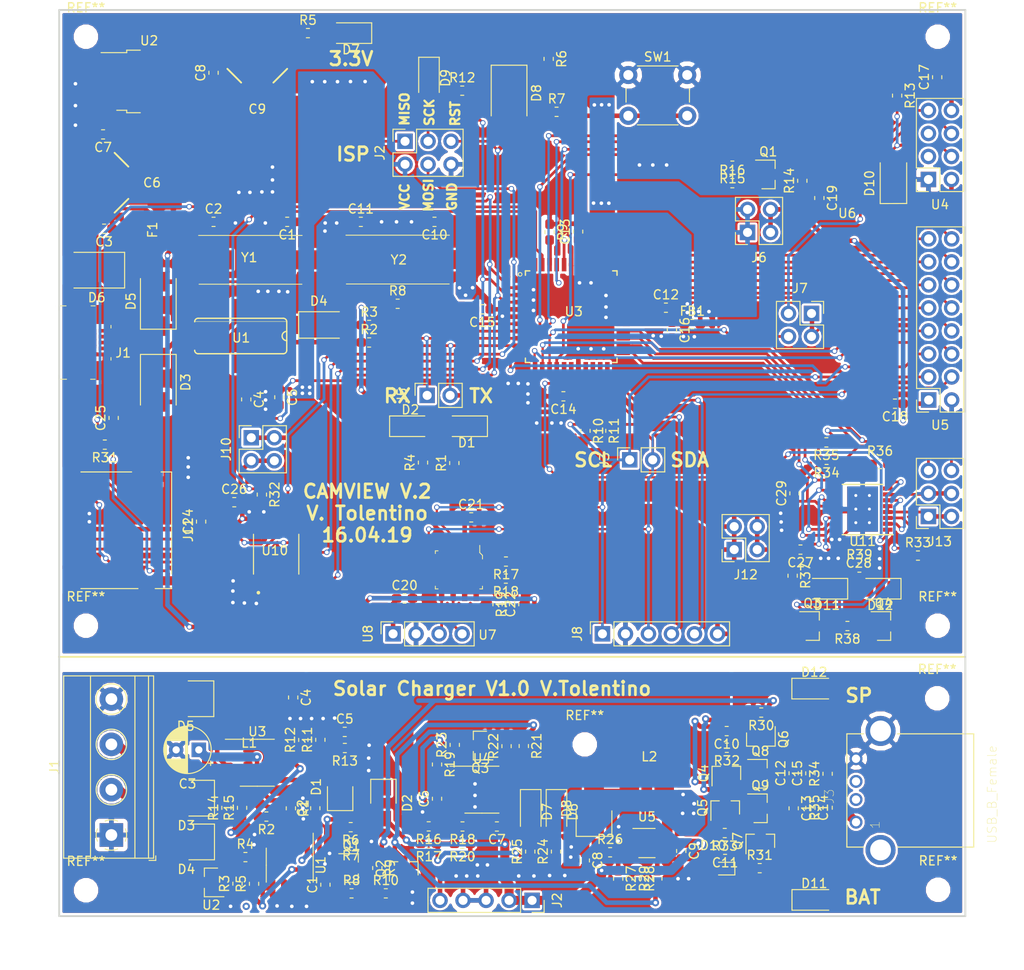
<source format=kicad_pcb>
(kicad_pcb (version 20171130) (host pcbnew "(5.0.0)")
  (layers (0 F.Cu signal) (31 B.Cu signal) (34 B.Paste user) (35 F.Paste user) (36 B.SilkS user) (37 F.SilkS user) (38 B.Mask user) (39 F.Mask user) (44 Edge.Cuts user))
  (net 0 "")
  (net 1 GND)
  (net 2 /Display/VDD_5V0)
  (net 3 /Camera/VDD_3V3)
  (net 4 "Net-(C4-Pad1)")
  (net 5 "Net-(C11-Pad1)")
  (net 6 "Net-(C12-Pad1)")
  (net 7 /Microcontroller/CS)
  (net 8 /Camera/VDD_3V3_IN)
  (net 9 /Memory/_SD_DET)
  (net 10 /Input_Interface/USB_DN)
  (net 11 /Input_Interface/USB_DP)
  (net 12 "Net-(D2-Pad2)")
  (net 13 /Camera/SCL_3V3)
  (net 14 /Camera/SDA_3V3)
  (net 15 /Microcontroller/MISO)
  (net 16 /Memory/SD_DATA_OUT)
  (net 17 /Memory/SD_DATA_IN)
  (net 18 /Memory/SD_CS_IN)
  (net 19 /Camera/CAM_CLK)
  (net 20 /Microcontroller/QT_CHN)
  (net 21 /Microcontroller/QT_RST)
  (net 22 /Motor/VDD_3V3_CON_IN)
  (net 23 /Microcontroller/SENSOR2)
  (net 24 /Microcontroller/SENSOR1)
  (net 25 "Net-(Q1-Pad3)")
  (net 26 "Net-(Q1-Pad1)")
  (net 27 "Net-(Q2-Pad1)")
  (net 28 "Net-(Q3-Pad1)")
  (net 29 "Net-(Q4-Pad1)")
  (net 30 "Net-(R2-Pad1)")
  (net 31 "Net-(R9-Pad2)")
  (net 32 /Microcontroller/WIFI_RST)
  (net 33 /Camera/CAM_XCLK_CTL)
  (net 34 /Display/SDA_5V0)
  (net 35 /Display/SCL_5V0)
  (net 36 /Camera/CAM_VSYNC)
  (net 37 /Camera/CAM_HSYNC)
  (net 38 /Camera/CAM_PCLK)
  (net 39 /Camera/CAM_D7)
  (net 40 /Camera/CAM_D6)
  (net 41 /Camera/CAM_D5)
  (net 42 /Camera/CAM_D4)
  (net 43 /Camera/CAM_D3)
  (net 44 /Camera/CAM_D2)
  (net 45 /Camera/CAM_D1)
  (net 46 /Camera/CAM_D0)
  (net 47 /Microcontroller/WIFI_EN)
  (net 48 /Microcontroller/SCK)
  (net 49 /Microcontroller/MOSI)
  (net 50 /Memory/VDD_3V3_IN)
  (net 51 "Net-(C1-Pad1)")
  (net 52 "Net-(C2-Pad1)")
  (net 53 /Microcontroller/U2_SPI_RST)
  (net 54 "Net-(C10-Pad1)")
  (net 55 "Net-(C16-Pad1)")
  (net 56 "Net-(C22-Pad1)")
  (net 57 "Net-(C27-Pad1)")
  (net 58 "Net-(C28-Pad2)")
  (net 59 "Net-(D1-Pad2)")
  (net 60 /Microcontroller/UC_SPI_TX)
  (net 61 "Net-(D2-Pad1)")
  (net 62 "Net-(D4-Pad1)")
  (net 63 "Net-(D7-Pad2)")
  (net 64 "Net-(D9-Pad2)")
  (net 65 /Microcontroller/UC_SPI_RX)
  (net 66 "Net-(D10-Pad1)")
  (net 67 "Net-(D11-Pad1)")
  (net 68 "Net-(D11-Pad2)")
  (net 69 "Net-(D12-Pad2)")
  (net 70 "Net-(D12-Pad1)")
  (net 71 "Net-(J7-Pad1)")
  (net 72 /Motor/M_PWM_OUT_1)
  (net 73 /Motor/M_PWM_OUT_2)
  (net 74 "Net-(R7-Pad2)")
  (net 75 "Net-(R26-Pad2)")
  (net 76 "Net-(R27-Pad2)")
  (net 77 "Net-(R29-Pad2)")
  (net 78 "Net-(R33-Pad1)")
  (net 79 /Microcontroller/M_NSLEEP)
  (net 80 /Microcontroller/M_PWM_IN_1)
  (net 81 /Microcontroller/M_PWM_IN_2)
  (net 82 /Input_Interface/USB_VCC)
  (net 83 "Net-(J7-Pad2)")
  (net 84 /Buck_5V0/BUCK_IN)
  (net 85 /Buck_5V0/BUCK_5V0)
  (net 86 "Net-(C5-Pad1)")
  (net 87 /BatteryCharger/VCC)
  (net 88 /BOOST_5V0/BOOST_OUT)
  (net 89 "Net-(C10-Pad2)")
  (net 90 "Net-(C11-Pad2)")
  (net 91 "Net-(D3-Pad2)")
  (net 92 "Net-(D4-Pad2)")
  (net 93 "Net-(D5-Pad1)")
  (net 94 "Net-(D6-Pad2)")
  (net 95 "Net-(D6-Pad1)")
  (net 96 "Net-(D7-Pad1)")
  (net 97 "Net-(D8-Pad2)")
  (net 98 /_EN_BAT)
  (net 99 /EN_BAT)
  (net 100 /BatteryCharger/temp)
  (net 101 /BatteryCharger/EN)
  (net 102 "Net-(R1-Pad2)")
  (net 103 /VREF_3V0)
  (net 104 "Net-(R3-Pad2)")
  (net 105 "Net-(R6-Pad2)")
  (net 106 /Buck_5V0/EN)
  (net 107 "Net-(R19-Pad2)")
  (net 108 "Net-(U1-Pad6)")
  (net 109 /LOGIC_SUPPLY)
  (net 110 /BOOST_5V0/BOOST_IN)
  (module Connector_PinSocket_2.54mm:PinSocket_2x02_P2.54mm_Vertical (layer F.Cu) (at 95.9612 44.5516 180)
    (fp_text reference J6 (at -1.27 -2.77 180) (layer F.SilkS))
    (fp_text value Conn_02x02_Odd_Even)
    (pad 4 thru_hole oval (at -2.54 2.54 180) (size 1.7 1.7) (drill 1) (layers *.Cu *.Mask) (net 8 /Camera/VDD_3V3_IN))
    (pad 3 thru_hole oval (at 0 2.54 180) (size 1.7 1.7) (drill 1) (layers *.Cu *.Mask) (net 3 /Camera/VDD_3V3))
    (pad 2 thru_hole oval (at -2.54 0 180) (size 1.7 1.7) (drill 1) (layers *.Cu *.Mask) (net 8 /Camera/VDD_3V3_IN))
    (pad 1 thru_hole rect (at 0 0 180) (size 1.7 1.7) (drill 1) (layers *.Cu *.Mask) (net 3 /Camera/VDD_3V3))
  )
  (module digikey-footprints:USB_Micro_B_Female_10118192 (layer F.Cu) (at 22.36216 56.70296 270)
    (fp_text reference J1 (at 1.143 -4.699) (layer F.SilkS))
    (fp_text value 10118192-0001LF)
    (pad 3 smd rect (at 0 -2.675 270) (size 0.4 1.35) (layers F.Cu F.Paste F.Mask) (net 11 /Input_Interface/USB_DP))
    (pad 2 smd rect (at -0.65 -2.675 270) (size 0.4 1.35) (layers F.Cu F.Paste F.Mask) (net 10 /Input_Interface/USB_DN))
    (pad 5 smd rect (at 1.3 -2.675 270) (size 0.4 1.35) (layers F.Cu F.Paste F.Mask) (net 1 GND))
    (pad 4 smd rect (at 0.65 -2.675 270) (size 0.4 1.35) (layers F.Cu F.Paste F.Mask))
    (pad 1 smd rect (at -1.3 -2.675 270) (size 0.4 1.35) (layers F.Cu F.Paste F.Mask) (net 82 /Input_Interface/USB_VCC))
    (pad SH smd rect (at 3.1 -2.55 270) (size 2.1 1.6) (layers F.Cu F.Paste F.Mask) (net 1 GND))
    (pad SH smd rect (at -3.1 -2.55 270) (size 2.1 1.6) (layers F.Cu F.Paste F.Mask) (net 1 GND))
    (pad SH smd rect (at 1.2 0 270) (size 1.9 1.9) (layers F.Cu F.Paste F.Mask) (net 1 GND))
    (pad SH smd rect (at -1.2 0 270) (size 1.9 1.9) (layers F.Cu F.Paste F.Mask) (net 1 GND))
    (pad SH smd rect (at 3.8 0 270) (size 1.8 1.9) (layers F.Cu F.Paste F.Mask) (net 1 GND))
    (pad SH smd rect (at -3.8 0 270) (size 1.8 1.9) (layers F.Cu F.Paste F.Mask) (net 1 GND))
  )
  (module custom-footprints:SO16 (layer F.Cu) (at 40.0304 55.9816 180)
    (fp_text reference U1 (at -0.0508 -0.2032) (layer F.SilkS))
    (fp_text value CH340)
    (pad 1 smd rect (at -4.445 3.0734 180) (size 0.6604 2.032) (layers F.Cu F.Paste F.Mask) (net 1 GND))
    (pad 16 smd rect (at -4.445 -3.0734 180) (size 0.6604 2.032) (layers F.Cu F.Paste F.Mask) (net 3 /Camera/VDD_3V3))
    (pad 2 smd rect (at -3.175 3.0734 180) (size 0.6604 2.032) (layers F.Cu F.Paste F.Mask) (net 62 "Net-(D4-Pad1)"))
    (pad 3 smd rect (at -1.905 3.0734 180) (size 0.6604 2.032) (layers F.Cu F.Paste F.Mask) (net 30 "Net-(R2-Pad1)"))
    (pad 15 smd rect (at -3.175 -3.0734 180) (size 0.6604 2.032) (layers F.Cu F.Paste F.Mask))
    (pad 14 smd rect (at -1.905 -3.0734 180) (size 0.6604 2.032) (layers F.Cu F.Paste F.Mask))
    (pad 4 smd rect (at -0.635 3.0734 180) (size 0.6604 2.032) (layers F.Cu F.Paste F.Mask) (net 3 /Camera/VDD_3V3))
    (pad 13 smd rect (at -0.635 -3.0734 180) (size 0.6604 2.032) (layers F.Cu F.Paste F.Mask) (net 4 "Net-(C4-Pad1)"))
    (pad 5 smd rect (at 0.635 3.0734 180) (size 0.6604 2.032) (layers F.Cu F.Paste F.Mask) (net 11 /Input_Interface/USB_DP))
    (pad 12 smd rect (at 0.635 -3.0734 180) (size 0.6604 2.032) (layers F.Cu F.Paste F.Mask))
    (pad 6 smd rect (at 1.905 3.0734 180) (size 0.6604 2.032) (layers F.Cu F.Paste F.Mask) (net 10 /Input_Interface/USB_DN))
    (pad 7 smd rect (at 3.175 3.0734 180) (size 0.6604 2.032) (layers F.Cu F.Paste F.Mask) (net 51 "Net-(C1-Pad1)"))
    (pad 11 smd rect (at 1.905 -3.0734 180) (size 0.6604 2.032) (layers F.Cu F.Paste F.Mask))
    (pad 10 smd rect (at 3.175 -3.0734 180) (size 0.6604 2.032) (layers F.Cu F.Paste F.Mask))
    (pad 8 smd rect (at 4.445 3.0734 180) (size 0.6604 2.032) (layers F.Cu F.Paste F.Mask) (net 52 "Net-(C2-Pad1)"))
    (pad 9 smd rect (at 4.445 -3.0734 180) (size 0.6604 2.032) (layers F.Cu F.Paste F.Mask))
  )
  (module custom-footprints:PANASONIC_AL_SMD_D_D8 (layer F.Cu) (at 25.0952 39.0652 90)
    (fp_text reference C6 (at 0 5.148 180) (layer F.SilkS))
    (fp_text value EEE1VA470WP)
    (pad 2 smd rect (at 0 -2.1 90) (size 1.6 3.2) (layers F.Cu F.Paste F.Mask) (net 1 GND))
    (pad 1 smd rect (at 0 2.1 90) (size 1.6 3.2) (layers F.Cu F.Paste F.Mask) (net 2 /Display/VDD_5V0))
  )
  (module custom-footprints:PANASONIC_AL_SMD_D_D8 (layer F.Cu) (at 41.8592 25.4762)
    (fp_text reference C9 (at 0 5.461) (layer F.SilkS))
    (fp_text value EEE1VA470WP)
    (pad 1 smd rect (at 0 2.1) (size 1.6 3.2) (layers F.Cu F.Paste F.Mask) (net 3 /Camera/VDD_3V3))
    (pad 2 smd rect (at 0 -2.1) (size 1.6 3.2) (layers F.Cu F.Paste F.Mask) (net 1 GND))
  )
  (module custom-footprints:PTC_MF-MSMF (layer F.Cu) (at 30.4972 44.1452 180)
    (fp_text reference F1 (at 0.195 -0.127 -90) (layer F.SilkS))
    (fp_text value MF-MSMF075/24)
    (pad 1 smd rect (at -2.1 0 180) (size 1.5 3.2) (layers F.Cu F.Paste F.Mask) (net 2 /Display/VDD_5V0))
    (pad 2 smd rect (at 2.1 0 180) (size 1.5 3.2) (layers F.Cu F.Paste F.Mask) (net 82 /Input_Interface/USB_VCC))
  )
  (module custom-footprints:QFP80P1200X1200X120-44N (layer F.Cu) (at 76.5048 53.848)
    (fp_text reference U3 (at 0.2794 -0.5588) (layer F.SilkS))
    (fp_text value ATMEGA16A-AU)
    (pad 1 smd rect (at -5.7404 -3.9878 270) (size 0.508 1.4732) (layers F.Cu F.Paste F.Mask) (net 49 /Microcontroller/MOSI))
    (pad 2 smd rect (at -5.7404 -3.2004 270) (size 0.508 1.4732) (layers F.Cu F.Paste F.Mask) (net 15 /Microcontroller/MISO))
    (pad 3 smd rect (at -5.7404 -2.3876 270) (size 0.508 1.4732) (layers F.Cu F.Paste F.Mask) (net 48 /Microcontroller/SCK))
    (pad 4 smd rect (at -5.7404 -1.6002 270) (size 0.508 1.4732) (layers F.Cu F.Paste F.Mask) (net 53 /Microcontroller/U2_SPI_RST))
    (pad 5 smd rect (at -5.7404 -0.7874 270) (size 0.508 1.4732) (layers F.Cu F.Paste F.Mask) (net 3 /Camera/VDD_3V3))
    (pad 6 smd rect (at -5.7404 0 270) (size 0.508 1.4732) (layers F.Cu F.Paste F.Mask) (net 1 GND))
    (pad 7 smd rect (at -5.7404 0.7874 270) (size 0.508 1.4732) (layers F.Cu F.Paste F.Mask) (net 54 "Net-(C10-Pad1)"))
    (pad 8 smd rect (at -5.7404 1.6002 270) (size 0.508 1.4732) (layers F.Cu F.Paste F.Mask) (net 5 "Net-(C11-Pad1)"))
    (pad 9 smd rect (at -5.7404 2.3876 270) (size 0.508 1.4732) (layers F.Cu F.Paste F.Mask) (net 65 /Microcontroller/UC_SPI_RX))
    (pad 10 smd rect (at -5.7404 3.2004 270) (size 0.508 1.4732) (layers F.Cu F.Paste F.Mask) (net 60 /Microcontroller/UC_SPI_TX))
    (pad 11 smd rect (at -5.7404 3.9878 270) (size 0.508 1.4732) (layers F.Cu F.Paste F.Mask) (net 36 /Camera/CAM_VSYNC))
    (pad 12 smd rect (at -3.9878 5.7404 180) (size 0.508 1.4732) (layers F.Cu F.Paste F.Mask) (net 37 /Camera/CAM_HSYNC))
    (pad 13 smd rect (at -3.2004 5.7404 180) (size 0.508 1.4732) (layers F.Cu F.Paste F.Mask) (net 38 /Camera/CAM_PCLK))
    (pad 14 smd rect (at -2.3876 5.7404 180) (size 0.508 1.4732) (layers F.Cu F.Paste F.Mask) (net 19 /Camera/CAM_CLK))
    (pad 15 smd rect (at -1.6002 5.7404 180) (size 0.508 1.4732) (layers F.Cu F.Paste F.Mask) (net 33 /Camera/CAM_XCLK_CTL))
    (pad 16 smd rect (at -0.7874 5.7404 180) (size 0.508 1.4732) (layers F.Cu F.Paste F.Mask) (net 79 /Microcontroller/M_NSLEEP))
    (pad 17 smd rect (at 0 5.7404 180) (size 0.508 1.4732) (layers F.Cu F.Paste F.Mask) (net 3 /Camera/VDD_3V3))
    (pad 18 smd rect (at 0.7874 5.7404 180) (size 0.508 1.4732) (layers F.Cu F.Paste F.Mask) (net 1 GND))
    (pad 19 smd rect (at 1.6002 5.7404 180) (size 0.508 1.4732) (layers F.Cu F.Paste F.Mask) (net 13 /Camera/SCL_3V3))
    (pad 20 smd rect (at 2.3876 5.7404 180) (size 0.508 1.4732) (layers F.Cu F.Paste F.Mask) (net 14 /Camera/SDA_3V3))
    (pad 21 smd rect (at 3.2004 5.7404 180) (size 0.508 1.4732) (layers F.Cu F.Paste F.Mask) (net 20 /Microcontroller/QT_CHN))
    (pad 22 smd rect (at 3.9878 5.7404 180) (size 0.508 1.4732) (layers F.Cu F.Paste F.Mask) (net 21 /Microcontroller/QT_RST))
    (pad 23 smd rect (at 5.7404 3.9878 270) (size 0.508 1.4732) (layers F.Cu F.Paste F.Mask) (net 80 /Microcontroller/M_PWM_IN_1))
    (pad 24 smd rect (at 5.7404 3.2004 270) (size 0.508 1.4732) (layers F.Cu F.Paste F.Mask) (net 81 /Microcontroller/M_PWM_IN_2))
    (pad 25 smd rect (at 5.7404 2.3876 270) (size 0.508 1.4732) (layers F.Cu F.Paste F.Mask) (net 24 /Microcontroller/SENSOR1))
    (pad 26 smd rect (at 5.7404 1.6002 270) (size 0.508 1.4732) (layers F.Cu F.Paste F.Mask) (net 23 /Microcontroller/SENSOR2))
    (pad 27 smd rect (at 5.7404 0.7874 270) (size 0.508 1.4732) (layers F.Cu F.Paste F.Mask) (net 55 "Net-(C16-Pad1)"))
    (pad 28 smd rect (at 5.7404 0 270) (size 0.508 1.4732) (layers F.Cu F.Paste F.Mask) (net 1 GND))
    (pad 29 smd rect (at 5.7404 -0.7874 270) (size 0.508 1.4732) (layers F.Cu F.Paste F.Mask) (net 6 "Net-(C12-Pad1)"))
    (pad 30 smd rect (at 5.7404 -1.6002 270) (size 0.508 1.4732) (layers F.Cu F.Paste F.Mask) (net 39 /Camera/CAM_D7))
    (pad 31 smd rect (at 5.7404 -2.3876 270) (size 0.508 1.4732) (layers F.Cu F.Paste F.Mask) (net 40 /Camera/CAM_D6))
    (pad 32 smd rect (at 5.7404 -3.2004 270) (size 0.508 1.4732) (layers F.Cu F.Paste F.Mask) (net 41 /Camera/CAM_D5))
    (pad 33 smd rect (at 5.7404 -3.9878 270) (size 0.508 1.4732) (layers F.Cu F.Paste F.Mask) (net 42 /Camera/CAM_D4))
    (pad 34 smd rect (at 3.9878 -5.7404 180) (size 0.508 1.4732) (layers F.Cu F.Paste F.Mask) (net 43 /Camera/CAM_D3))
    (pad 35 smd rect (at 3.2004 -5.7404 180) (size 0.508 1.4732) (layers F.Cu F.Paste F.Mask) (net 44 /Camera/CAM_D2))
    (pad 36 smd rect (at 2.3876 -5.7404 180) (size 0.508 1.4732) (layers F.Cu F.Paste F.Mask) (net 45 /Camera/CAM_D1))
    (pad 37 smd rect (at 1.6002 -5.7404 180) (size 0.508 1.4732) (layers F.Cu F.Paste F.Mask) (net 46 /Camera/CAM_D0))
    (pad 38 smd rect (at 0.7874 -5.7404 180) (size 0.508 1.4732) (layers F.Cu F.Paste F.Mask) (net 3 /Camera/VDD_3V3))
    (pad 39 smd rect (at 0 -5.7404 180) (size 0.508 1.4732) (layers F.Cu F.Paste F.Mask) (net 1 GND))
    (pad 40 smd rect (at -0.7874 -5.7404 180) (size 0.508 1.4732) (layers F.Cu F.Paste F.Mask) (net 47 /Microcontroller/WIFI_EN))
    (pad 41 smd rect (at -1.6002 -5.7404 180) (size 0.508 1.4732) (layers F.Cu F.Paste F.Mask) (net 32 /Microcontroller/WIFI_RST))
    (pad 42 smd rect (at -2.3876 -5.7404 180) (size 0.508 1.4732) (layers F.Cu F.Paste F.Mask) (net 31 "Net-(R9-Pad2)"))
    (pad 43 smd rect (at -3.2004 -5.7404 180) (size 0.508 1.4732) (layers F.Cu F.Paste F.Mask) (net 9 /Memory/_SD_DET))
    (pad 44 smd rect (at -3.9878 -5.7404 180) (size 0.508 1.4732) (layers F.Cu F.Paste F.Mask) (net 7 /Microcontroller/CS))
  )
  (module custom-footprints:MC74HC125A_TSSOP−14 (layer F.Cu) (at 43.942 80.0608 90)
    (fp_text reference U10 (at 0.4064 -0.1524 180) (layer F.SilkS))
    (fp_text value MC74HC125ADTR2G)
    (pad 1 smd rect (at -2.885 -1.95 90) (size 1.46 0.41) (layers F.Cu F.Paste F.Mask) (net 1 GND))
    (pad 2 smd rect (at -2.885 -1.3 90) (size 1.46 0.41) (layers F.Cu F.Paste F.Mask) (net 16 /Memory/SD_DATA_OUT))
    (pad 3 smd rect (at -2.885 -0.65 90) (size 1.46 0.41) (layers F.Cu F.Paste F.Mask) (net 15 /Microcontroller/MISO))
    (pad 4 smd rect (at -2.885 0 90) (size 1.46 0.41) (layers F.Cu F.Paste F.Mask) (net 1 GND))
    (pad 5 smd rect (at -2.885 0.65 90) (size 1.46 0.41) (layers F.Cu F.Paste F.Mask) (net 48 /Microcontroller/SCK))
    (pad 6 smd rect (at -2.885 1.3 90) (size 1.46 0.41) (layers F.Cu F.Paste F.Mask))
    (pad 7 smd rect (at -2.885 1.95 90) (size 1.46 0.41) (layers F.Cu F.Paste F.Mask) (net 1 GND))
    (pad 8 smd rect (at 2.885 1.95 90) (size 1.46 0.41) (layers F.Cu F.Paste F.Mask) (net 17 /Memory/SD_DATA_IN))
    (pad 9 smd rect (at 2.885 1.3 90) (size 1.46 0.41) (layers F.Cu F.Paste F.Mask) (net 49 /Microcontroller/MOSI))
    (pad 10 smd rect (at 2.885 0.65 90) (size 1.46 0.41) (layers F.Cu F.Paste F.Mask) (net 1 GND))
    (pad 11 smd rect (at 2.885 0 90) (size 1.46 0.41) (layers F.Cu F.Paste F.Mask) (net 18 /Memory/SD_CS_IN))
    (pad 12 smd rect (at 2.885 -0.65 90) (size 1.46 0.41) (layers F.Cu F.Paste F.Mask) (net 7 /Microcontroller/CS))
    (pad 13 smd rect (at 2.885 -1.3 90) (size 1.46 0.41) (layers F.Cu F.Paste F.Mask) (net 1 GND))
    (pad 14 smd rect (at 2.885 -1.95 90) (size 1.46 0.41) (layers F.Cu F.Paste F.Mask) (net 50 /Memory/VDD_3V3_IN))
  )
  (module custom-footprints:SiT2001B_SOT23 (layer F.Cu) (at 106.7308 39.2684)
    (fp_text reference U6 (at 0.2286 3.175) (layer F.SilkS))
    (fp_text value SIT2001BI-S2-33E-24.000000G)
    (pad 3 smd rect (at -0.95 -1.25) (size 0.55 1.3) (layers F.Cu F.Paste F.Mask) (net 25 "Net-(Q1-Pad3)"))
    (pad 4 smd rect (at -0.95 1.25) (size 0.55 1.3) (layers F.Cu F.Paste F.Mask) (net 8 /Camera/VDD_3V3_IN))
    (pad 1 smd rect (at 0.95 -1.25) (size 0.55 1.3) (layers F.Cu F.Paste F.Mask) (net 1 GND))
    (pad 2 smd rect (at 0 -1.25) (size 0.55 1.3) (layers F.Cu F.Paste F.Mask))
    (pad 5 smd rect (at 0.95 1.25) (size 0.55 1.3) (layers F.Cu F.Paste F.Mask) (net 83 "Net-(J7-Pad2)"))
  )
  (module digikey-footprints:SOIC-8_W3.9mm (layer F.Cu) (at 64.1096 81.788 180)
    (fp_text reference U7 (at -3.1496 -7.1882 180) (layer F.SilkS))
    (fp_text value PCA9306D_118)
    (pad 1 smd rect (at -1.905 2.45 180) (size 0.6 2) (layers F.Cu F.Paste F.Mask) (net 1 GND))
    (pad 2 smd rect (at -0.635 2.45 180) (size 0.6 2) (layers F.Cu F.Paste F.Mask) (net 3 /Camera/VDD_3V3))
    (pad 4 smd rect (at 1.905 2.45 180) (size 0.6 2) (layers F.Cu F.Paste F.Mask) (net 14 /Camera/SDA_3V3))
    (pad 5 smd rect (at 1.905 -2.45 180) (size 0.6 2) (layers F.Cu F.Paste F.Mask) (net 34 /Display/SDA_5V0))
    (pad 6 smd rect (at 0.635 -2.45 180) (size 0.6 2) (layers F.Cu F.Paste F.Mask) (net 35 /Display/SCL_5V0))
    (pad 7 smd rect (at -0.635 -2.45 180) (size 0.6 2) (layers F.Cu F.Paste F.Mask) (net 56 "Net-(C22-Pad1)"))
    (pad 8 smd rect (at -1.905 -2.45 180) (size 0.6 2) (layers F.Cu F.Paste F.Mask) (net 56 "Net-(C22-Pad1)"))
    (pad 3 smd rect (at 0.635 2.45 180) (size 0.6 2) (layers F.Cu F.Paste F.Mask) (net 13 /Camera/SCL_3V3))
  )
  (module custom-footprints:ABLS2-10.000MHZ-D4Y-T (layer F.Cu) (at 41.0972 47.5742 180)
    (fp_text reference Y1 (at 0.127 0.254 180) (layer F.SilkS))
    (fp_text value ABLS-12.000MHZ-B2-T)
    (pad 1 smd rect (at -4.75 0 180) (size 5.6 2.1) (layers F.Cu F.Paste F.Mask) (net 51 "Net-(C1-Pad1)"))
    (pad 2 smd rect (at 4.75 0 180) (size 5.6 2.1) (layers F.Cu F.Paste F.Mask) (net 52 "Net-(C2-Pad1)"))
  )
  (module custom-footprints:ABLS2-10.000MHZ-D4Y-T (layer F.Cu) (at 57.3532 47.5488 180)
    (fp_text reference Y2 (at -0.127 -0.0254 180) (layer F.SilkS))
    (fp_text value ABLS2-10.000MHZ-D4Y-T)
    (pad 2 smd rect (at 4.75 0 180) (size 5.6 2.1) (layers F.Cu F.Paste F.Mask) (net 5 "Net-(C11-Pad1)"))
    (pad 1 smd rect (at -4.75 0 180) (size 5.6 2.1) (layers F.Cu F.Paste F.Mask) (net 54 "Net-(C10-Pad1)"))
  )
  (module Capacitor_SMD:C_0603_1608Metric_Pad1.05x0.95mm_HandSolder (layer F.Cu) (at 116.8908 27.4206 90)
    (fp_text reference C17 (at 0 -1.43 90) (layer F.SilkS))
    (fp_text value 100n)
    (pad 2 smd roundrect (at 0.875 0 90) (size 1.05 0.95) (layers F.Cu F.Paste F.Mask) (net 1 GND))
    (pad 1 smd roundrect (at -0.875 0 90) (size 1.05 0.95) (layers F.Cu F.Paste F.Mask) (net 3 /Camera/VDD_3V3))
  )
  (module Capacitor_SMD:C_0603_1608Metric_Pad1.05x0.95mm_HandSolder (layer F.Cu) (at 101.8032 79.5528 180)
    (fp_text reference C27 (at 0 -1.43 180) (layer F.SilkS))
    (fp_text value 10n)
    (pad 2 smd roundrect (at 0.875 0 180) (size 1.05 0.95) (layers F.Cu F.Paste F.Mask) (net 22 /Motor/VDD_3V3_CON_IN))
    (pad 1 smd roundrect (at -0.875 0 180) (size 1.05 0.95) (layers F.Cu F.Paste F.Mask) (net 57 "Net-(C27-Pad1)"))
  )
  (module Capacitor_SMD:C_0603_1608Metric_Pad1.05x0.95mm_HandSolder (layer F.Cu) (at 108.2434 79.6036 180)
    (fp_text reference C28 (at 0 -1.43 180) (layer F.SilkS))
    (fp_text value 2u2)
    (pad 1 smd roundrect (at -0.875 0 180) (size 1.05 0.95) (layers F.Cu F.Paste F.Mask) (net 1 GND))
    (pad 2 smd roundrect (at 0.875 0 180) (size 1.05 0.95) (layers F.Cu F.Paste F.Mask) (net 58 "Net-(C28-Pad2)"))
  )
  (module Capacitor_SMD:C_0603_1608Metric_Pad1.05x0.95mm_HandSolder (layer F.Cu) (at 101.1428 73.3438 90)
    (fp_text reference C29 (at 0 -1.43 90) (layer F.SilkS))
    (fp_text value 10u)
    (pad 1 smd roundrect (at -0.875 0 90) (size 1.05 0.95) (layers F.Cu F.Paste F.Mask) (net 22 /Motor/VDD_3V3_CON_IN))
    (pad 2 smd roundrect (at 0.875 0 90) (size 1.05 0.95) (layers F.Cu F.Paste F.Mask) (net 1 GND))
  )
  (module custom-footprints:SMB_DO-214AA (layer F.Cu) (at 30.9372 52.4372 90)
    (fp_text reference D5 (at 0.2794 -3.0226 90) (layer F.SilkS))
    (fp_text value SMBJ5.0CA)
    (pad 2 smd rect (at 2.45 0 90) (size 2.16 2.26) (layers F.Cu F.Paste F.Mask) (net 1 GND))
    (pad 1 smd rect (at -2.45 0 90) (size 2.16 2.26) (layers F.Cu F.Paste F.Mask) (net 10 /Input_Interface/USB_DN))
  )
  (module custom-footprints:SMB_DO-214AA (layer F.Cu) (at 24.4232 48.7172 180)
    (fp_text reference D6 (at 0.2794 -3.0226 180) (layer F.SilkS))
    (fp_text value SMBJ5.0CA)
    (pad 1 smd rect (at -2.45 0 180) (size 2.16 2.26) (layers F.Cu F.Paste F.Mask) (net 82 /Input_Interface/USB_VCC))
    (pad 2 smd rect (at 2.45 0 180) (size 2.16 2.26) (layers F.Cu F.Paste F.Mask) (net 1 GND))
  )
  (module LED_SMD:LED_1206_3216Metric (layer F.Cu) (at 52.2 22.5552 180)
    (fp_text reference D7 (at 0 -1.82 180) (layer F.SilkS))
    (fp_text value GREEN_LED)
    (pad 1 smd roundrect (at -1.4 0 180) (size 1.25 1.75) (layers F.Cu F.Paste F.Mask) (roundrect_rratio 0.2) (net 1 GND))
    (pad 2 smd roundrect (at 1.4 0 180) (size 1.25 1.75) (layers F.Cu F.Paste F.Mask) (roundrect_rratio 0.2) (net 63 "Net-(D7-Pad2)"))
  )
  (module custom-footprints:SMB_DO-214AA (layer F.Cu) (at 69.6468 28.8936 270)
    (fp_text reference D8 (at 0.2794 -3.0226 270) (layer F.SilkS))
    (fp_text value SMBJ5.0CA)
    (pad 1 smd rect (at -2.45 0 270) (size 2.16 2.26) (layers F.Cu F.Paste F.Mask) (net 3 /Camera/VDD_3V3))
    (pad 2 smd rect (at 2.45 0 270) (size 2.16 2.26) (layers F.Cu F.Paste F.Mask) (net 53 /Microcontroller/U2_SPI_RST))
  )
  (module LED_SMD:LED_1206_3216Metric (layer F.Cu) (at 60.8076 27.5052 270)
    (fp_text reference D9 (at 0 -1.82 270) (layer F.SilkS))
    (fp_text value LED)
    (pad 2 smd roundrect (at 1.4 0 270) (size 1.25 1.75) (layers F.Cu F.Paste F.Mask) (roundrect_rratio 0.2) (net 64 "Net-(D9-Pad2)"))
    (pad 1 smd roundrect (at -1.4 0 270) (size 1.25 1.75) (layers F.Cu F.Paste F.Mask) (roundrect_rratio 0.2) (net 1 GND))
  )
  (module custom-footprints:SMA_DO-214AC (layer F.Cu) (at 112.0648 39.116 90)
    (fp_text reference D10 (at -0.02 -2.64 90) (layer F.SilkS))
    (fp_text value SS14)
    (pad 2 smd rect (at 2 0 90) (size 2 2) (layers F.Cu F.Paste F.Mask) (net 65 /Microcontroller/UC_SPI_RX))
    (pad 1 smd rect (at -2 0 90) (size 2 2) (layers F.Cu F.Paste F.Mask) (net 66 "Net-(D10-Pad1)"))
  )
  (module LED_SMD:LED_1206_3216Metric (layer F.Cu) (at 104.7272 83.8708 180)
    (fp_text reference D11 (at 0 -1.82 180) (layer F.SilkS))
    (fp_text value GREEN_LED)
    (pad 1 smd roundrect (at -1.4 0 180) (size 1.25 1.75) (layers F.Cu F.Paste F.Mask) (roundrect_rratio 0.2) (net 67 "Net-(D11-Pad1)"))
    (pad 2 smd roundrect (at 1.4 0 180) (size 1.25 1.75) (layers F.Cu F.Paste F.Mask) (roundrect_rratio 0.2) (net 68 "Net-(D11-Pad2)"))
  )
  (module LED_SMD:LED_1206_3216Metric (layer F.Cu) (at 110.614 83.8708 180)
    (fp_text reference D12 (at 0 -1.82 180) (layer F.SilkS))
    (fp_text value RED_LED)
    (pad 2 smd roundrect (at 1.4 0 180) (size 1.25 1.75) (layers F.Cu F.Paste F.Mask) (roundrect_rratio 0.2) (net 69 "Net-(D12-Pad2)"))
    (pad 1 smd roundrect (at -1.4 0 180) (size 1.25 1.75) (layers F.Cu F.Paste F.Mask) (roundrect_rratio 0.2) (net 70 "Net-(D12-Pad1)"))
  )
  (module Connector_PinSocket_2.54mm:PinSocket_2x03_P2.54mm_Vertical (layer F.Cu) (at 115.9256 75.8952 180)
    (fp_text reference J13 (at -1.27 -2.77 180) (layer F.SilkS))
    (fp_text value Conn_02x03_Odd_Even)
    (pad 1 thru_hole rect (at 0 0 180) (size 1.7 1.7) (drill 1) (layers *.Cu *.Mask) (net 73 /Motor/M_PWM_OUT_2))
    (pad 2 thru_hole oval (at -2.54 0 180) (size 1.7 1.7) (drill 1) (layers *.Cu *.Mask) (net 73 /Motor/M_PWM_OUT_2))
    (pad 3 thru_hole oval (at 0 2.54 180) (size 1.7 1.7) (drill 1) (layers *.Cu *.Mask) (net 72 /Motor/M_PWM_OUT_1))
    (pad 4 thru_hole oval (at -2.54 2.54 180) (size 1.7 1.7) (drill 1) (layers *.Cu *.Mask) (net 72 /Motor/M_PWM_OUT_1))
    (pad 5 thru_hole oval (at 0 5.08 180) (size 1.7 1.7) (drill 1) (layers *.Cu *.Mask) (net 24 /Microcontroller/SENSOR1))
    (pad 6 thru_hole oval (at -2.54 5.08 180) (size 1.7 1.7) (drill 1) (layers *.Cu *.Mask) (net 23 /Microcontroller/SENSOR2))
  )
  (module Package_TO_SOT_SMD:SOT-23 (layer F.Cu) (at 98.2472 38.1508)
    (fp_text reference Q1 (at 0 -2.5) (layer F.SilkS))
    (fp_text value BC847)
    (pad 1 smd rect (at -1 -0.95) (size 0.9 0.8) (layers F.Cu F.Paste F.Mask) (net 26 "Net-(Q1-Pad1)"))
    (pad 2 smd rect (at -1 0.95) (size 0.9 0.8) (layers F.Cu F.Paste F.Mask) (net 1 GND))
    (pad 3 smd rect (at 1 0) (size 0.9 0.8) (layers F.Cu F.Paste F.Mask) (net 25 "Net-(Q1-Pad3)"))
  )
  (module Resistor_SMD:R_0603_1608Metric_Pad1.05x0.95mm_HandSolder (layer F.Cu) (at 112.4712 29.4526 270)
    (fp_text reference R13 (at 0 -1.43 270) (layer F.SilkS))
    (fp_text value 10k)
    (pad 1 smd roundrect (at -0.875 0 270) (size 1.05 0.95) (layers F.Cu F.Paste F.Mask) (net 3 /Camera/VDD_3V3))
    (pad 2 smd roundrect (at 0.875 0 270) (size 1.05 0.95) (layers F.Cu F.Paste F.Mask) (net 47 /Microcontroller/WIFI_EN))
  )
  (module Resistor_SMD:R_0603_1608Metric_Pad1.05x0.95mm_HandSolder (layer F.Cu) (at 70.2056 85.5866 90)
    (fp_text reference R19 (at 0 -1.43 90) (layer F.SilkS))
    (fp_text value 200k)
    (pad 1 smd roundrect (at -0.875 0 90) (size 1.05 0.95) (layers F.Cu F.Paste F.Mask) (net 2 /Display/VDD_5V0))
    (pad 2 smd roundrect (at 0.875 0 90) (size 1.05 0.95) (layers F.Cu F.Paste F.Mask) (net 56 "Net-(C22-Pad1)"))
  )
  (module Resistor_SMD:R_0603_1608Metric_Pad1.05x0.95mm_HandSolder (layer F.Cu) (at 114.7686 80.2132)
    (fp_text reference R33 (at 0 -1.43) (layer F.SilkS))
    (fp_text value 1)
    (pad 1 smd roundrect (at -0.875 0) (size 1.05 0.95) (layers F.Cu F.Paste F.Mask) (net 78 "Net-(R33-Pad1)"))
    (pad 2 smd roundrect (at 0.875 0) (size 1.05 0.95) (layers F.Cu F.Paste F.Mask) (net 1 GND))
  )
  (module Resistor_SMD:R_0603_1608Metric_Pad1.05x0.95mm_HandSolder (layer F.Cu) (at 104.6874 69.6468 180)
    (fp_text reference R34 (at 0 -1.43 180) (layer F.SilkS))
    (fp_text value 10k)
    (pad 2 smd roundrect (at 0.875 0 180) (size 1.05 0.95) (layers F.Cu F.Paste F.Mask) (net 22 /Motor/VDD_3V3_CON_IN))
    (pad 1 smd roundrect (at -0.875 0 180) (size 1.05 0.95) (layers F.Cu F.Paste F.Mask) (net 24 /Microcontroller/SENSOR1))
  )
  (module Resistor_SMD:R_0603_1608Metric_Pad1.05x0.95mm_HandSolder (layer F.Cu) (at 100.9396 82.437 270)
    (fp_text reference R37 (at 0 -1.43 270) (layer F.SilkS))
    (fp_text value 560)
    (pad 2 smd roundrect (at 0.875 0 270) (size 1.05 0.95) (layers F.Cu F.Paste F.Mask) (net 68 "Net-(D11-Pad2)"))
    (pad 1 smd roundrect (at -0.875 0 270) (size 1.05 0.95) (layers F.Cu F.Paste F.Mask) (net 22 /Motor/VDD_3V3_CON_IN))
  )
  (module Resistor_SMD:R_0603_1608Metric_Pad1.05x0.95mm_HandSolder (layer F.Cu) (at 106.9848 87.9856 180)
    (fp_text reference R38 (at 0 -1.43 180) (layer F.SilkS))
    (fp_text value 47k)
    (pad 1 smd roundrect (at -0.875 0 180) (size 1.05 0.95) (layers F.Cu F.Paste F.Mask) (net 29 "Net-(Q4-Pad1)"))
    (pad 2 smd roundrect (at 0.875 0 180) (size 1.05 0.95) (layers F.Cu F.Paste F.Mask) (net 67 "Net-(D11-Pad1)"))
  )
  (module Resistor_SMD:R_0603_1608Metric_Pad1.05x0.95mm_HandSolder (layer F.Cu) (at 108.3056 81.534)
    (fp_text reference R39 (at 0 -1.43) (layer F.SilkS))
    (fp_text value 560)
    (pad 2 smd roundrect (at 0.875 0) (size 1.05 0.95) (layers F.Cu F.Paste F.Mask) (net 69 "Net-(D12-Pad2)"))
    (pad 1 smd roundrect (at -0.875 0) (size 1.05 0.95) (layers F.Cu F.Paste F.Mask) (net 22 /Motor/VDD_3V3_CON_IN))
  )
  (module Button_Switch_THT:SW_PUSH_6mm_H4.3mm (layer F.Cu) (at 82.804 27.178)
    (fp_text reference SW1 (at 3.25 -2) (layer F.SilkS))
    (fp_text value SW_Push)
    (pad 2 thru_hole circle (at 0 4.5 90) (size 2 2) (drill 1.1) (layers *.Cu *.Mask) (net 74 "Net-(R7-Pad2)"))
    (pad 1 thru_hole circle (at 0 0 90) (size 2 2) (drill 1.1) (layers *.Cu *.Mask) (net 1 GND))
    (pad 2 thru_hole circle (at 6.5 4.5 90) (size 2 2) (drill 1.1) (layers *.Cu *.Mask) (net 74 "Net-(R7-Pad2)"))
    (pad 1 thru_hole circle (at 6.5 0 90) (size 2 2) (drill 1.1) (layers *.Cu *.Mask) (net 1 GND))
  )
  (module Connector_PinSocket_2.54mm:PinSocket_2x04_P2.54mm_Vertical (layer F.Cu) (at 115.9256 38.7096 180)
    (fp_text reference U4 (at -1.27 -2.77 180) (layer F.SilkS))
    (fp_text value ESP8266)
    (pad 1 thru_hole rect (at 0 0 180) (size 1.7 1.7) (drill 1) (layers *.Cu *.Mask) (net 1 GND))
    (pad 2 thru_hole oval (at -2.54 0 180) (size 1.7 1.7) (drill 1) (layers *.Cu *.Mask) (net 66 "Net-(D10-Pad1)"))
    (pad 3 thru_hole oval (at 0 2.54 180) (size 1.7 1.7) (drill 1) (layers *.Cu *.Mask))
    (pad 4 thru_hole oval (at -2.54 2.54 180) (size 1.7 1.7) (drill 1) (layers *.Cu *.Mask) (net 47 /Microcontroller/WIFI_EN))
    (pad 5 thru_hole oval (at 0 5.08 180) (size 1.7 1.7) (drill 1) (layers *.Cu *.Mask))
    (pad 6 thru_hole oval (at -2.54 5.08 180) (size 1.7 1.7) (drill 1) (layers *.Cu *.Mask) (net 32 /Microcontroller/WIFI_RST))
    (pad 7 thru_hole oval (at 0 7.62 180) (size 1.7 1.7) (drill 1) (layers *.Cu *.Mask) (net 60 /Microcontroller/UC_SPI_TX))
    (pad 8 thru_hole oval (at -2.54 7.62 180) (size 1.7 1.7) (drill 1) (layers *.Cu *.Mask) (net 3 /Camera/VDD_3V3))
  )
  (module Package_SO:HTSSOP-16-1EP_4.4x5mm_P0.65mm_EP3.4x5mm_Mask2.46x2.31mm_ThermalVias (layer F.Cu) (at 108.6612 75.0824 180)
    (fp_text reference U11 (at 0 -3.55 180) (layer F.SilkS))
    (fp_text value DRV8833PWP)
    (pad 17 smd rect (at 0 0 180) (size 3.4 5) (layers B.Cu) (net 1 GND))
    (pad 1 smd rect (at -2.775 -2.275 180) (size 1.05 0.45) (layers F.Cu F.Paste F.Mask) (net 79 /Microcontroller/M_NSLEEP))
    (pad 2 smd rect (at -2.775 -1.625 180) (size 1.05 0.45) (layers F.Cu F.Paste F.Mask) (net 72 /Motor/M_PWM_OUT_1))
    (pad 3 smd rect (at -2.775 -0.975 180) (size 1.05 0.45) (layers F.Cu F.Paste F.Mask) (net 78 "Net-(R33-Pad1)"))
    (pad 4 smd rect (at -2.775 -0.325 180) (size 1.05 0.45) (layers F.Cu F.Paste F.Mask) (net 73 /Motor/M_PWM_OUT_2))
    (pad 5 smd rect (at -2.775 0.325 180) (size 1.05 0.45) (layers F.Cu F.Paste F.Mask) (net 73 /Motor/M_PWM_OUT_2))
    (pad 6 smd rect (at -2.775 0.975 180) (size 1.05 0.45) (layers F.Cu F.Paste F.Mask) (net 78 "Net-(R33-Pad1)"))
    (pad 7 smd rect (at -2.775 1.625 180) (size 1.05 0.45) (layers F.Cu F.Paste F.Mask) (net 72 /Motor/M_PWM_OUT_1))
    (pad 8 smd rect (at -2.775 2.275 180) (size 1.05 0.45) (layers F.Cu F.Paste F.Mask) (net 28 "Net-(Q3-Pad1)"))
    (pad 9 smd rect (at 2.775 2.275 180) (size 1.05 0.45) (layers F.Cu F.Paste F.Mask) (net 80 /Microcontroller/M_PWM_IN_1))
    (pad 10 smd rect (at 2.775 1.625 180) (size 1.05 0.45) (layers F.Cu F.Paste F.Mask) (net 81 /Microcontroller/M_PWM_IN_2))
    (pad 11 smd rect (at 2.775 0.975 180) (size 1.05 0.45) (layers F.Cu F.Paste F.Mask) (net 57 "Net-(C27-Pad1)"))
    (pad 12 smd rect (at 2.775 0.325 180) (size 1.05 0.45) (layers F.Cu F.Paste F.Mask) (net 22 /Motor/VDD_3V3_CON_IN))
    (pad 13 smd rect (at 2.775 -0.325 180) (size 1.05 0.45) (layers F.Cu F.Paste F.Mask) (net 1 GND))
    (pad 14 smd rect (at 2.775 -0.975 180) (size 1.05 0.45) (layers F.Cu F.Paste F.Mask) (net 58 "Net-(C28-Pad2)"))
    (pad 15 smd rect (at 2.775 -1.625 180) (size 1.05 0.45) (layers F.Cu F.Paste F.Mask) (net 81 /Microcontroller/M_PWM_IN_2))
    (pad 16 smd rect (at 2.775 -2.275 180) (size 1.05 0.45) (layers F.Cu F.Paste F.Mask) (net 80 /Microcontroller/M_PWM_IN_1))
    (pad 17 smd rect (at 0 0 180) (size 3.4 5) (layers F.Cu) (net 1 GND))
    (pad 17 thru_hole circle (at -0.75 -1.5 180) (size 0.75 0.75) (drill 0.33) (layers *.Cu) (net 1 GND))
    (pad 17 thru_hole circle (at 0.75 -1.5 180) (size 0.75 0.75) (drill 0.33) (layers *.Cu) (net 1 GND))
    (pad 17 thru_hole circle (at -0.75 0 180) (size 0.75 0.75) (drill 0.33) (layers *.Cu) (net 1 GND))
    (pad 17 thru_hole circle (at 0.75 0 180) (size 0.75 0.75) (drill 0.33) (layers *.Cu) (net 1 GND))
    (pad 17 thru_hole circle (at -0.75 1.5 180) (size 0.75 0.75) (drill 0.33) (layers *.Cu) (net 1 GND))
    (pad 17 thru_hole circle (at 0.75 1.5 180) (size 0.75 0.75) (drill 0.33) (layers *.Cu) (net 1 GND))
  )
  (module Capacitor_SMD:C_0603_1608Metric_Pad1.05x0.95mm_HandSolder (layer F.Cu) (at 45.1612 43.3832 180)
    (fp_text reference C1 (at 0 -1.43 180) (layer F.SilkS))
    (fp_text value 27p)
    (pad 1 smd roundrect (at -0.875 0 180) (size 1.05 0.95) (layers F.Cu F.Paste F.Mask) (net 51 "Net-(C1-Pad1)"))
    (pad 2 smd roundrect (at 0.875 0 180) (size 1.05 0.95) (layers F.Cu F.Paste F.Mask) (net 1 GND))
  )
  (module Capacitor_SMD:C_0603_1608Metric_Pad1.05x0.95mm_HandSolder (layer F.Cu) (at 37.0332 43.3832)
    (fp_text reference C2 (at 0 -1.43) (layer F.SilkS))
    (fp_text value 27p)
    (pad 2 smd roundrect (at 0.875 0) (size 1.05 0.95) (layers F.Cu F.Paste F.Mask) (net 1 GND))
    (pad 1 smd roundrect (at -0.875 0) (size 1.05 0.95) (layers F.Cu F.Paste F.Mask) (net 52 "Net-(C2-Pad1)"))
  )
  (module Capacitor_SMD:C_0603_1608Metric_Pad1.05x0.95mm_HandSolder (layer F.Cu) (at 24.9542 44.1452 180)
    (fp_text reference C3 (at 0 -1.43 180) (layer F.SilkS))
    (fp_text value 100n)
    (pad 2 smd roundrect (at 0.875 0 180) (size 1.05 0.95) (layers F.Cu F.Paste F.Mask) (net 1 GND))
    (pad 1 smd roundrect (at -0.875 0 180) (size 1.05 0.95) (layers F.Cu F.Paste F.Mask) (net 82 /Input_Interface/USB_VCC))
  )
  (module Capacitor_SMD:C_0603_1608Metric_Pad1.05x0.95mm_HandSolder (layer F.Cu) (at 40.64 62.9806 270)
    (fp_text reference C4 (at 0 -1.43 270) (layer F.SilkS))
    (fp_text value 100n)
    (pad 2 smd roundrect (at 0.875 0 270) (size 1.05 0.95) (layers F.Cu F.Paste F.Mask) (net 53 /Microcontroller/U2_SPI_RST))
    (pad 1 smd roundrect (at -0.875 0 270) (size 1.05 0.95) (layers F.Cu F.Paste F.Mask) (net 4 "Net-(C4-Pad1)"))
  )
  (module Capacitor_SMD:C_0603_1608Metric_Pad1.05x0.95mm_HandSolder (layer F.Cu) (at 44.2976 62.738 270)
    (fp_text reference C5 (at 0 -1.43 270) (layer F.SilkS))
    (fp_text value 100n)
    (pad 1 smd roundrect (at -0.875 0 270) (size 1.05 0.95) (layers F.Cu F.Paste F.Mask) (net 3 /Camera/VDD_3V3))
    (pad 2 smd roundrect (at 0.875 0 270) (size 1.05 0.95) (layers F.Cu F.Paste F.Mask) (net 1 GND))
  )
  (module Capacitor_SMD:C_0603_1608Metric_Pad1.05x0.95mm_HandSolder (layer F.Cu) (at 24.8412 33.7312 180)
    (fp_text reference C7 (at 0 -1.43 180) (layer F.SilkS))
    (fp_text value 1u)
    (pad 1 smd roundrect (at -0.875 0 180) (size 1.05 0.95) (layers F.Cu F.Paste F.Mask) (net 2 /Display/VDD_5V0))
    (pad 2 smd roundrect (at 0.875 0 180) (size 1.05 0.95) (layers F.Cu F.Paste F.Mask) (net 1 GND))
  )
  (module Capacitor_SMD:C_0603_1608Metric_Pad1.05x0.95mm_HandSolder (layer F.Cu) (at 37.0332 26.9352 90)
    (fp_text reference C8 (at 0 -1.43 90) (layer F.SilkS))
    (fp_text value 1u)
    (pad 1 smd roundrect (at -0.875 0 90) (size 1.05 0.95) (layers F.Cu F.Paste F.Mask) (net 3 /Camera/VDD_3V3))
    (pad 2 smd roundrect (at 0.875 0 90) (size 1.05 0.95) (layers F.Cu F.Paste F.Mask) (net 1 GND))
  )
  (module Capacitor_SMD:C_0603_1608Metric_Pad1.05x0.95mm_HandSolder (layer F.Cu) (at 53.2892 43.3832)
    (fp_text reference C11 (at 0 -1.43) (layer F.SilkS))
    (fp_text value 27p)
    (pad 2 smd roundrect (at 0.875 0) (size 1.05 0.95) (layers F.Cu F.Paste F.Mask) (net 1 GND))
    (pad 1 smd roundrect (at -0.875 0) (size 1.05 0.95) (layers F.Cu F.Paste F.Mask) (net 5 "Net-(C11-Pad1)"))
  )
  (module Capacitor_SMD:C_0603_1608Metric_Pad1.05x0.95mm_HandSolder (layer F.Cu) (at 86.9556 52.8574)
    (fp_text reference C12 (at 0 -1.43) (layer F.SilkS))
    (fp_text value 100n)
    (pad 1 smd roundrect (at -0.875 0) (size 1.05 0.95) (layers F.Cu F.Paste F.Mask) (net 6 "Net-(C12-Pad1)"))
    (pad 2 smd roundrect (at 0.875 0) (size 1.05 0.95) (layers F.Cu F.Paste F.Mask) (net 1 GND))
  )
  (module Capacitor_SMD:C_0603_1608Metric_Pad1.05x0.95mm_HandSolder (layer F.Cu) (at 77.2668 44.4612 90)
    (fp_text reference C13 (at 0 -1.43 90) (layer F.SilkS))
    (fp_text value 100n)
    (pad 2 smd roundrect (at 0.875 0 90) (size 1.05 0.95) (layers F.Cu F.Paste F.Mask) (net 1 GND))
    (pad 1 smd roundrect (at -0.875 0 90) (size 1.05 0.95) (layers F.Cu F.Paste F.Mask) (net 3 /Camera/VDD_3V3))
  )
  (module Capacitor_SMD:C_0603_1608Metric_Pad1.05x0.95mm_HandSolder (layer F.Cu) (at 75.6412 62.6364 180)
    (fp_text reference C14 (at 0 -1.43 180) (layer F.SilkS))
    (fp_text value 100n)
    (pad 1 smd roundrect (at -0.875 0 180) (size 1.05 0.95) (layers F.Cu F.Paste F.Mask) (net 3 /Camera/VDD_3V3))
    (pad 2 smd roundrect (at 0.875 0 180) (size 1.05 0.95) (layers F.Cu F.Paste F.Mask) (net 1 GND))
  )
  (module Capacitor_SMD:C_0603_1608Metric_Pad1.05x0.95mm_HandSolder (layer F.Cu) (at 66.6892 53.0352 180)
    (fp_text reference C15 (at 0 -1.43 180) (layer F.SilkS))
    (fp_text value 100n)
    (pad 2 smd roundrect (at 0.875 0 180) (size 1.05 0.95) (layers F.Cu F.Paste F.Mask) (net 1 GND))
    (pad 1 smd roundrect (at -0.875 0 180) (size 1.05 0.95) (layers F.Cu F.Paste F.Mask) (net 3 /Camera/VDD_3V3))
  )
  (module Capacitor_SMD:C_0603_1608Metric_Pad1.05x0.95mm_HandSolder (layer F.Cu) (at 87.61984 55.33136 270)
    (fp_text reference C16 (at 0 -1.43 270) (layer F.SilkS))
    (fp_text value 100n)
    (pad 2 smd roundrect (at 0.875 0 270) (size 1.05 0.95) (layers F.Cu F.Paste F.Mask) (net 1 GND))
    (pad 1 smd roundrect (at -0.875 0 270) (size 1.05 0.95) (layers F.Cu F.Paste F.Mask) (net 55 "Net-(C16-Pad1)"))
  )
  (module Capacitor_SMD:C_0603_1608Metric_Pad1.05x0.95mm_HandSolder (layer F.Cu) (at 112.2286 63.4492 180)
    (fp_text reference C18 (at 0 -1.43 180) (layer F.SilkS))
    (fp_text value 100n)
    (pad 1 smd roundrect (at -0.875 0 180) (size 1.05 0.95) (layers F.Cu F.Paste F.Mask) (net 8 /Camera/VDD_3V3_IN))
    (pad 2 smd roundrect (at 0.875 0 180) (size 1.05 0.95) (layers F.Cu F.Paste F.Mask) (net 1 GND))
  )
  (module Capacitor_SMD:C_0603_1608Metric_Pad1.05x0.95mm_HandSolder (layer F.Cu) (at 103.886 40.753 270)
    (fp_text reference C19 (at 0 -1.43 270) (layer F.SilkS))
    (fp_text value 100n)
    (pad 2 smd roundrect (at 0.875 0 270) (size 1.05 0.95) (layers F.Cu F.Paste F.Mask) (net 1 GND))
    (pad 1 smd roundrect (at -0.875 0 270) (size 1.05 0.95) (layers F.Cu F.Paste F.Mask) (net 8 /Camera/VDD_3V3_IN))
  )
  (module Capacitor_SMD:C_0603_1608Metric_Pad1.05x0.95mm_HandSolder (layer F.Cu) (at 58.1152 84.9376)
    (fp_text reference C20 (at 0 -1.43) (layer F.SilkS))
    (fp_text value 100n)
    (pad 2 smd roundrect (at 0.875 0) (size 1.05 0.95) (layers F.Cu F.Paste F.Mask) (net 1 GND))
    (pad 1 smd roundrect (at -0.875 0) (size 1.05 0.95) (layers F.Cu F.Paste F.Mask) (net 2 /Display/VDD_5V0))
  )
  (module Capacitor_SMD:C_0603_1608Metric_Pad1.05x0.95mm_HandSolder (layer F.Cu) (at 65.47 75.9968)
    (fp_text reference C21 (at 0 -1.43) (layer F.SilkS))
    (fp_text value 100n)
    (pad 2 smd roundrect (at 0.875 0) (size 1.05 0.95) (layers F.Cu F.Paste F.Mask) (net 1 GND))
    (pad 1 smd roundrect (at -0.875 0) (size 1.05 0.95) (layers F.Cu F.Paste F.Mask) (net 3 /Camera/VDD_3V3))
  )
  (module Capacitor_SMD:C_0603_1608Metric_Pad1.05x0.95mm_HandSolder (layer F.Cu) (at 68.3768 85.5866 270)
    (fp_text reference C22 (at 0 -1.43 270) (layer F.SilkS))
    (fp_text value 100n)
    (pad 1 smd roundrect (at -0.875 0 270) (size 1.05 0.95) (layers F.Cu F.Paste F.Mask) (net 56 "Net-(C22-Pad1)"))
    (pad 2 smd roundrect (at 0.875 0 270) (size 1.05 0.95) (layers F.Cu F.Paste F.Mask) (net 1 GND))
  )
  (module Capacitor_SMD:C_0603_1608Metric_Pad1.05x0.95mm_HandSolder (layer F.Cu) (at 35.6616 76.4654 90)
    (fp_text reference C24 (at 0 -1.43 90) (layer F.SilkS))
    (fp_text value 100n)
    (pad 1 smd roundrect (at -0.875 0 90) (size 1.05 0.95) (layers F.Cu F.Paste F.Mask) (net 50 /Memory/VDD_3V3_IN))
    (pad 2 smd roundrect (at 0.875 0 90) (size 1.05 0.95) (layers F.Cu F.Paste F.Mask) (net 1 GND))
  )
  (module Capacitor_SMD:C_0603_1608Metric_Pad1.05x0.95mm_HandSolder (layer F.Cu) (at 26.0096 65.024 90)
    (fp_text reference C25 (at 0 -1.43 90) (layer F.SilkS))
    (fp_text value 100n)
    (pad 1 smd roundrect (at -0.875 0 90) (size 1.05 0.95) (layers F.Cu F.Paste F.Mask) (net 9 /Memory/_SD_DET))
    (pad 2 smd roundrect (at 0.875 0 90) (size 1.05 0.95) (layers F.Cu F.Paste F.Mask) (net 1 GND))
  )
  (module Capacitor_SMD:C_0603_1608Metric_Pad1.05x0.95mm_HandSolder (layer F.Cu) (at 39.3192 74.3204)
    (fp_text reference C26 (at 0 -1.43) (layer F.SilkS))
    (fp_text value 100n)
    (pad 2 smd roundrect (at 0.875 0) (size 1.05 0.95) (layers F.Cu F.Paste F.Mask) (net 50 /Memory/VDD_3V3_IN))
    (pad 1 smd roundrect (at -0.875 0) (size 1.05 0.95) (layers F.Cu F.Paste F.Mask) (net 1 GND))
  )
  (module LED_SMD:LED_1206_3216Metric (layer F.Cu) (at 64.9732 65.9384 180)
    (fp_text reference D1 (at 0 -1.82 180) (layer F.SilkS))
    (fp_text value BLUE_LED)
    (pad 1 smd roundrect (at -1.4 0 180) (size 1.25 1.75) (layers F.Cu F.Paste F.Mask) (roundrect_rratio 0.2) (net 60 /Microcontroller/UC_SPI_TX))
    (pad 2 smd roundrect (at 1.4 0 180) (size 1.25 1.75) (layers F.Cu F.Paste F.Mask) (roundrect_rratio 0.2) (net 59 "Net-(D1-Pad2)"))
  )
  (module LED_SMD:LED_1206_3216Metric (layer F.Cu) (at 58.7472 65.9384)
    (fp_text reference D2 (at 0 -1.82) (layer F.SilkS))
    (fp_text value YELLOW_LED)
    (pad 2 smd roundrect (at 1.4 0) (size 1.25 1.75) (layers F.Cu F.Paste F.Mask) (roundrect_rratio 0.2) (net 12 "Net-(D2-Pad2)"))
    (pad 1 smd roundrect (at -1.4 0) (size 1.25 1.75) (layers F.Cu F.Paste F.Mask) (roundrect_rratio 0.2) (net 61 "Net-(D2-Pad1)"))
  )
  (module custom-footprints:SMB_DO-214AA (layer F.Cu) (at 30.9372 60.8076 270)
    (fp_text reference D3 (at 0.2794 -3.0226 270) (layer F.SilkS))
    (fp_text value SMBJ5.0CA)
    (pad 1 smd rect (at -2.45 0 270) (size 2.16 2.26) (layers F.Cu F.Paste F.Mask) (net 11 /Input_Interface/USB_DP))
    (pad 2 smd rect (at 2.45 0 270) (size 2.16 2.26) (layers F.Cu F.Paste F.Mask) (net 1 GND))
  )
  (module custom-footprints:SMA_DO-214AC (layer F.Cu) (at 48.6664 54.7624)
    (fp_text reference D4 (at -0.02 -2.64) (layer F.SilkS))
    (fp_text value SS14)
    (pad 2 smd rect (at 2 0) (size 2 2) (layers F.Cu F.Paste F.Mask) (net 61 "Net-(D2-Pad1)"))
    (pad 1 smd rect (at -2 0) (size 2 2) (layers F.Cu F.Paste F.Mask) (net 62 "Net-(D4-Pad1)"))
  )
  (module Resistor_SMD:R_0603_1608Metric_Pad1.05x0.95mm_HandSolder (layer F.Cu) (at 89.8652 54.6608)
    (fp_text reference FB1 (at 0 -1.43) (layer F.SilkS))
    (fp_text value BLM18PG121SN1D)
    (pad 1 smd roundrect (at -0.875 0) (size 1.05 0.95) (layers F.Cu F.Paste F.Mask) (net 55 "Net-(C16-Pad1)"))
    (pad 2 smd roundrect (at 0.875 0) (size 1.05 0.95) (layers F.Cu F.Paste F.Mask) (net 3 /Camera/VDD_3V3))
  )
  (module Connector_PinSocket_2.54mm:PinSocket_2x03_P2.54mm_Vertical (layer F.Cu) (at 58.166 34.4932 90)
    (fp_text reference J2 (at -1.27 -2.77 90) (layer F.SilkS))
    (fp_text value Conn_02x03_Odd_Even)
    (pad 1 thru_hole rect (at 0 0 90) (size 1.7 1.7) (drill 1) (layers *.Cu *.Mask) (net 15 /Microcontroller/MISO))
    (pad 2 thru_hole oval (at -2.54 0 90) (size 1.7 1.7) (drill 1) (layers *.Cu *.Mask) (net 3 /Camera/VDD_3V3))
    (pad 3 thru_hole oval (at 0 2.54 90) (size 1.7 1.7) (drill 1) (layers *.Cu *.Mask) (net 48 /Microcontroller/SCK))
    (pad 4 thru_hole oval (at -2.54 2.54 90) (size 1.7 1.7) (drill 1) (layers *.Cu *.Mask) (net 49 /Microcontroller/MOSI))
    (pad 5 thru_hole oval (at 0 5.08 90) (size 1.7 1.7) (drill 1) (layers *.Cu *.Mask) (net 53 /Microcontroller/U2_SPI_RST))
    (pad 6 thru_hole oval (at -2.54 5.08 90) (size 1.7 1.7) (drill 1) (layers *.Cu *.Mask) (net 1 GND))
  )
  (module Connector_PinSocket_2.54mm:PinSocket_1x02_P2.54mm_Vertical (layer F.Cu) (at 82.9564 69.6468 90)
    (fp_text reference J3 (at 0 -2.77 90) (layer F.SilkS))
    (fp_text value Conn_01x02)
    (pad 1 thru_hole rect (at 0 0 90) (size 1.7 1.7) (drill 1) (layers *.Cu *.Mask) (net 13 /Camera/SCL_3V3))
    (pad 2 thru_hole oval (at 0 2.54 90) (size 1.7 1.7) (drill 1) (layers *.Cu *.Mask) (net 14 /Camera/SDA_3V3))
  )
  (module Connector_PinSocket_2.54mm:PinSocket_1x02_P2.54mm_Vertical (layer F.Cu) (at 60.6044 62.5348 90)
    (fp_text reference J5 (at 0 -2.77 90) (layer F.SilkS))
    (fp_text value Conn_01x02)
    (pad 2 thru_hole oval (at 0 2.54 90) (size 1.7 1.7) (drill 1) (layers *.Cu *.Mask) (net 60 /Microcontroller/UC_SPI_TX))
    (pad 1 thru_hole rect (at 0 0 90) (size 1.7 1.7) (drill 1) (layers *.Cu *.Mask) (net 65 /Microcontroller/UC_SPI_RX))
  )
  (module Connector_PinSocket_2.54mm:PinSocket_2x02_P2.54mm_Vertical (layer F.Cu) (at 103.0224 53.4924)
    (fp_text reference J7 (at -1.27 -2.77) (layer F.SilkS))
    (fp_text value Conn_02x02_Odd_Even)
    (pad 4 thru_hole oval (at -2.54 2.54) (size 1.7 1.7) (drill 1) (layers *.Cu *.Mask) (net 19 /Camera/CAM_CLK))
    (pad 3 thru_hole oval (at 0 2.54) (size 1.7 1.7) (drill 1) (layers *.Cu *.Mask) (net 71 "Net-(J7-Pad1)"))
    (pad 2 thru_hole oval (at -2.54 0) (size 1.7 1.7) (drill 1) (layers *.Cu *.Mask) (net 83 "Net-(J7-Pad2)"))
    (pad 1 thru_hole rect (at 0 0) (size 1.7 1.7) (drill 1) (layers *.Cu *.Mask) (net 71 "Net-(J7-Pad1)"))
  )
  (module Connector_PinSocket_2.54mm:PinSocket_1x06_P2.54mm_Vertical (layer F.Cu) (at 79.9492 88.8492 90)
    (fp_text reference J8 (at 0 -2.77 90) (layer F.SilkS))
    (fp_text value Conn_01x06)
    (pad 6 thru_hole oval (at 0 12.7 90) (size 1.7 1.7) (drill 1) (layers *.Cu *.Mask) (net 3 /Camera/VDD_3V3))
    (pad 5 thru_hole oval (at 0 10.16 90) (size 1.7 1.7) (drill 1) (layers *.Cu *.Mask) (net 21 /Microcontroller/QT_RST))
    (pad 4 thru_hole oval (at 0 7.62 90) (size 1.7 1.7) (drill 1) (layers *.Cu *.Mask) (net 20 /Microcontroller/QT_CHN))
    (pad 3 thru_hole oval (at 0 5.08 90) (size 1.7 1.7) (drill 1) (layers *.Cu *.Mask) (net 14 /Camera/SDA_3V3))
    (pad 2 thru_hole oval (at 0 2.54 90) (size 1.7 1.7) (drill 1) (layers *.Cu *.Mask) (net 1 GND))
    (pad 1 thru_hole rect (at 0 0 90) (size 1.7 1.7) (drill 1) (layers *.Cu *.Mask) (net 13 /Camera/SCL_3V3))
  )
  (module Connector_PinSocket_2.54mm:PinSocket_2x02_P2.54mm_Vertical (layer F.Cu) (at 41.1988 67.2084 90)
    (fp_text reference J10 (at -1.27 -2.77 90) (layer F.SilkS))
    (fp_text value Conn_02x02_Odd_Even)
    (pad 1 thru_hole rect (at 0 0 90) (size 1.7 1.7) (drill 1) (layers *.Cu *.Mask) (net 3 /Camera/VDD_3V3))
    (pad 2 thru_hole oval (at -2.54 0 90) (size 1.7 1.7) (drill 1) (layers *.Cu *.Mask) (net 50 /Memory/VDD_3V3_IN))
    (pad 3 thru_hole oval (at 0 2.54 90) (size 1.7 1.7) (drill 1) (layers *.Cu *.Mask) (net 3 /Camera/VDD_3V3))
    (pad 4 thru_hole oval (at -2.54 2.54 90) (size 1.7 1.7) (drill 1) (layers *.Cu *.Mask) (net 50 /Memory/VDD_3V3_IN))
  )
  (module Connector_Card:microSD_HC_Hirose_DM3D-SF (layer F.Cu) (at 26.6192 77.4192 270)
    (fp_text reference J11 (at -0.025 -7.625 270) (layer F.SilkS))
    (fp_text value DM3D-SF)
    (pad 8 smd rect (at -4.525 5.35 270) (size 0.7 1.75) (layers F.Cu F.Paste F.Mask))
    (pad 11 smd rect (at -5.725 5.225 270) (size 1.3 1.5) (layers F.Cu F.Paste F.Mask) (net 1 GND))
    (pad 11 smd rect (at -5.975 -2.375 270) (size 0.8 1.5) (layers F.Cu F.Paste F.Mask) (net 1 GND))
    (pad 9 smd rect (at -5.65 -3.875 270) (size 1.45 1) (layers F.Cu F.Paste F.Mask) (net 1 GND))
    (pad 11 smd rect (at 5.975 -3.025 270) (size 0.8 1.4) (layers F.Cu F.Paste F.Mask) (net 1 GND))
    (pad 7 smd rect (at -3.425 5.35 270) (size 0.7 1.75) (layers F.Cu F.Paste F.Mask) (net 16 /Memory/SD_DATA_OUT))
    (pad 6 smd rect (at -2.325 5.35 270) (size 0.7 1.75) (layers F.Cu F.Paste F.Mask) (net 1 GND))
    (pad 5 smd rect (at -1.225 5.35 270) (size 0.7 1.75) (layers F.Cu F.Paste F.Mask))
    (pad 4 smd rect (at -0.125 5.35 270) (size 0.7 1.75) (layers F.Cu F.Paste F.Mask) (net 50 /Memory/VDD_3V3_IN))
    (pad 3 smd rect (at 0.975 5.35 270) (size 0.7 1.75) (layers F.Cu F.Paste F.Mask) (net 17 /Memory/SD_DATA_IN))
    (pad 2 smd rect (at 2.075 5.35 270) (size 0.7 1.75) (layers F.Cu F.Paste F.Mask) (net 18 /Memory/SD_CS_IN))
    (pad 1 smd rect (at 3.175 5.35 270) (size 0.7 1.75) (layers F.Cu F.Paste F.Mask))
    (pad 11 smd rect (at 5.625 5.225 270) (size 1.5 1.5) (layers F.Cu F.Paste F.Mask) (net 1 GND))
    (pad 10 smd rect (at 5.575 -5.45 270) (size 1 1.55) (layers F.Cu F.Paste F.Mask) (net 9 /Memory/_SD_DET))
  )
  (module Connector_PinSocket_2.54mm:PinSocket_2x02_P2.54mm_Vertical (layer F.Cu) (at 94.488 79.5528 180)
    (fp_text reference J12 (at -1.27 -2.77 180) (layer F.SilkS))
    (fp_text value Conn_02x02_Odd_Even)
    (pad 4 thru_hole oval (at -2.54 2.54 180) (size 1.7 1.7) (drill 1) (layers *.Cu *.Mask) (net 22 /Motor/VDD_3V3_CON_IN))
    (pad 3 thru_hole oval (at 0 2.54 180) (size 1.7 1.7) (drill 1) (layers *.Cu *.Mask) (net 3 /Camera/VDD_3V3))
    (pad 2 thru_hole oval (at -2.54 0 180) (size 1.7 1.7) (drill 1) (layers *.Cu *.Mask) (net 22 /Motor/VDD_3V3_CON_IN))
    (pad 1 thru_hole rect (at 0 0 180) (size 1.7 1.7) (drill 1) (layers *.Cu *.Mask) (net 3 /Camera/VDD_3V3))
  )
  (module Package_TO_SOT_SMD:SOT-23 (layer F.Cu) (at 103.124 87.9856)
    (fp_text reference Q3 (at 0 -2.5) (layer F.SilkS))
    (fp_text value BC847)
    (pad 3 smd rect (at 1 0) (size 0.9 0.8) (layers F.Cu F.Paste F.Mask) (net 67 "Net-(D11-Pad1)"))
    (pad 2 smd rect (at -1 0.95) (size 0.9 0.8) (layers F.Cu F.Paste F.Mask) (net 1 GND))
    (pad 1 smd rect (at -1 -0.95) (size 0.9 0.8) (layers F.Cu F.Paste F.Mask) (net 28 "Net-(Q3-Pad1)"))
  )
  (module Package_TO_SOT_SMD:SOT-23 (layer F.Cu) (at 110.998 87.9856)
    (fp_text reference Q4 (at 0 -2.5) (layer F.SilkS))
    (fp_text value BC847)
    (pad 3 smd rect (at 1 0) (size 0.9 0.8) (layers F.Cu F.Paste F.Mask) (net 70 "Net-(D12-Pad1)"))
    (pad 2 smd rect (at -1 0.95) (size 0.9 0.8) (layers F.Cu F.Paste F.Mask) (net 1 GND))
    (pad 1 smd rect (at -1 -0.95) (size 0.9 0.8) (layers F.Cu F.Paste F.Mask) (net 29 "Net-(Q4-Pad1)"))
  )
  (module Resistor_SMD:R_0603_1608Metric_Pad1.05x0.95mm_HandSolder (layer F.Cu) (at 63.6016 70.0024 90)
    (fp_text reference R1 (at 0 -1.43 90) (layer F.SilkS))
    (fp_text value 560)
    (pad 2 smd roundrect (at 0.875 0 90) (size 1.05 0.95) (layers F.Cu F.Paste F.Mask) (net 59 "Net-(D1-Pad2)"))
    (pad 1 smd roundrect (at -0.875 0 90) (size 1.05 0.95) (layers F.Cu F.Paste F.Mask) (net 3 /Camera/VDD_3V3))
  )
  (module Resistor_SMD:R_0603_1608Metric_Pad1.05x0.95mm_HandSolder (layer F.Cu) (at 54.2036 56.6928)
    (fp_text reference R2 (at 0 -1.43) (layer F.SilkS))
    (fp_text value 1k)
    (pad 1 smd roundrect (at -0.875 0) (size 1.05 0.95) (layers F.Cu F.Paste F.Mask) (net 30 "Net-(R2-Pad1)"))
    (pad 2 smd roundrect (at 0.875 0) (size 1.05 0.95) (layers F.Cu F.Paste F.Mask) (net 60 /Microcontroller/UC_SPI_TX))
  )
  (module Resistor_SMD:R_0603_1608Metric_Pad1.05x0.95mm_HandSolder (layer F.Cu) (at 54.2036 54.7624)
    (fp_text reference R3 (at 0 -1.43) (layer F.SilkS))
    (fp_text value 1k)
    (pad 2 smd roundrect (at 0.875 0) (size 1.05 0.95) (layers F.Cu F.Paste F.Mask) (net 65 /Microcontroller/UC_SPI_RX))
    (pad 1 smd roundrect (at -0.875 0) (size 1.05 0.95) (layers F.Cu F.Paste F.Mask) (net 61 "Net-(D2-Pad1)"))
  )
  (module Resistor_SMD:R_0603_1608Metric_Pad1.05x0.95mm_HandSolder (layer F.Cu) (at 60.1472 69.9516 90)
    (fp_text reference R4 (at 0 -1.43 90) (layer F.SilkS))
    (fp_text value 560)
    (pad 1 smd roundrect (at -0.875 0 90) (size 1.05 0.95) (layers F.Cu F.Paste F.Mask) (net 3 /Camera/VDD_3V3))
    (pad 2 smd roundrect (at 0.875 0 90) (size 1.05 0.95) (layers F.Cu F.Paste F.Mask) (net 12 "Net-(D2-Pad2)"))
  )
  (module Resistor_SMD:R_0603_1608Metric_Pad1.05x0.95mm_HandSolder (layer F.Cu) (at 47.4472 22.5552)
    (fp_text reference R5 (at 0 -1.43) (layer F.SilkS))
    (fp_text value 560)
    (pad 2 smd roundrect (at 0.875 0) (size 1.05 0.95) (layers F.Cu F.Paste F.Mask) (net 63 "Net-(D7-Pad2)"))
    (pad 1 smd roundrect (at -0.875 0) (size 1.05 0.95) (layers F.Cu F.Paste F.Mask) (net 3 /Camera/VDD_3V3))
  )
  (module Resistor_SMD:R_0603_1608Metric_Pad1.05x0.95mm_HandSolder (layer F.Cu) (at 57.3532 52.4256)
    (fp_text reference R8 (at 0 -1.43) (layer F.SilkS))
    (fp_text value 1M)
    (pad 1 smd roundrect (at -0.875 0) (size 1.05 0.95) (layers F.Cu F.Paste F.Mask) (net 5 "Net-(C11-Pad1)"))
    (pad 2 smd roundrect (at 0.875 0) (size 1.05 0.95) (layers F.Cu F.Paste F.Mask) (net 54 "Net-(C10-Pad1)"))
  )
  (module Resistor_SMD:R_0603_1608Metric_Pad1.05x0.95mm_HandSolder (layer F.Cu) (at 74.1172 44.512 270)
    (fp_text reference R9 (at 0 -1.43 270) (layer F.SilkS))
    (fp_text value 10k)
    (pad 1 smd roundrect (at -0.875 0 270) (size 1.05 0.95) (layers F.Cu F.Paste F.Mask) (net 1 GND))
    (pad 2 smd roundrect (at 0.875 0 270) (size 1.05 0.95) (layers F.Cu F.Paste F.Mask) (net 31 "Net-(R9-Pad2)"))
  )
  (module Resistor_SMD:R_0603_1608Metric_Pad1.05x0.95mm_HandSolder (layer F.Cu) (at 79.8068 66.4464 270)
    (fp_text reference R11 (at 0 -1.43 270) (layer F.SilkS))
    (fp_text value 2K2)
    (pad 2 smd roundrect (at 0.875 0 270) (size 1.05 0.95) (layers F.Cu F.Paste F.Mask) (net 3 /Camera/VDD_3V3))
    (pad 1 smd roundrect (at -0.875 0 270) (size 1.05 0.95) (layers F.Cu F.Paste F.Mask) (net 14 /Camera/SDA_3V3))
  )
  (module Resistor_SMD:R_0603_1608Metric_Pad1.05x0.95mm_HandSolder (layer F.Cu) (at 64.4766 28.9052)
    (fp_text reference R12 (at 0 -1.43) (layer F.SilkS))
    (fp_text value 560)
    (pad 2 smd roundrect (at 0.875 0) (size 1.05 0.95) (layers F.Cu F.Paste F.Mask) (net 48 /Microcontroller/SCK))
    (pad 1 smd roundrect (at -0.875 0) (size 1.05 0.95) (layers F.Cu F.Paste F.Mask) (net 64 "Net-(D9-Pad2)"))
  )
  (module Resistor_SMD:R_0603_1608Metric_Pad1.05x0.95mm_HandSolder (layer F.Cu) (at 102.0064 38.8508 90)
    (fp_text reference R14 (at 0 -1.43 90) (layer F.SilkS))
    (fp_text value 10k)
    (pad 2 smd roundrect (at 0.875 0 90) (size 1.05 0.95) (layers F.Cu F.Paste F.Mask) (net 25 "Net-(Q1-Pad3)"))
    (pad 1 smd roundrect (at -0.875 0 90) (size 1.05 0.95) (layers F.Cu F.Paste F.Mask) (net 8 /Camera/VDD_3V3_IN))
  )
  (module Resistor_SMD:R_0603_1608Metric_Pad1.05x0.95mm_HandSolder (layer F.Cu) (at 94.2848 37.1856 180)
    (fp_text reference R15 (at 0 -1.43 180) (layer F.SilkS))
    (fp_text value 10k)
    (pad 1 smd roundrect (at -0.875 0 180) (size 1.05 0.95) (layers F.Cu F.Paste F.Mask) (net 26 "Net-(Q1-Pad1)"))
    (pad 2 smd roundrect (at 0.875 0 180) (size 1.05 0.95) (layers F.Cu F.Paste F.Mask) (net 1 GND))
  )
  (module Resistor_SMD:R_0603_1608Metric_Pad1.05x0.95mm_HandSolder (layer F.Cu) (at 94.2848 39.116)
    (fp_text reference R16 (at 0 -1.43) (layer F.SilkS))
    (fp_text value 4k7)
    (pad 2 smd roundrect (at 0.875 0) (size 1.05 0.95) (layers F.Cu F.Paste F.Mask) (net 26 "Net-(Q1-Pad1)"))
    (pad 1 smd roundrect (at -0.875 0) (size 1.05 0.95) (layers F.Cu F.Paste F.Mask) (net 33 /Camera/CAM_XCLK_CTL))
  )
  (module Resistor_SMD:R_0603_1608Metric_Pad1.05x0.95mm_HandSolder (layer F.Cu) (at 69.3024 80.8736 180)
    (fp_text reference R17 (at 0 -1.43 180) (layer F.SilkS))
    (fp_text value 1K74)
    (pad 1 smd roundrect (at -0.875 0 180) (size 1.05 0.95) (layers F.Cu F.Paste F.Mask) (net 56 "Net-(C22-Pad1)"))
    (pad 2 smd roundrect (at 0.875 0 180) (size 1.05 0.95) (layers F.Cu F.Paste F.Mask) (net 34 /Display/SDA_5V0))
  )
  (module Resistor_SMD:R_0603_1608Metric_Pad1.05x0.95mm_HandSolder (layer F.Cu) (at 69.2912 82.7532 180)
    (fp_text reference R18 (at 0 -1.43 180) (layer F.SilkS))
    (fp_text value 1K74)
    (pad 2 smd roundrect (at 0.875 0 180) (size 1.05 0.95) (layers F.Cu F.Paste F.Mask) (net 35 /Display/SCL_5V0))
    (pad 1 smd roundrect (at -0.875 0 180) (size 1.05 0.95) (layers F.Cu F.Paste F.Mask) (net 56 "Net-(C22-Pad1)"))
  )
  (module Resistor_SMD:R_0603_1608Metric_Pad1.05x0.95mm_HandSolder (layer F.Cu) (at 25.033 67.9704 180)
    (fp_text reference R31 (at 0 -1.43 180) (layer F.SilkS))
    (fp_text value 10k)
    (pad 2 smd roundrect (at 0.875 0 180) (size 1.05 0.95) (layers F.Cu F.Paste F.Mask) (net 50 /Memory/VDD_3V3_IN))
    (pad 1 smd roundrect (at -0.875 0 180) (size 1.05 0.95) (layers F.Cu F.Paste F.Mask) (net 9 /Memory/_SD_DET))
  )
  (module Resistor_SMD:R_0603_1608Metric_Pad1.05x0.95mm_HandSolder (layer F.Cu) (at 42.3672 73.4822 270)
    (fp_text reference R32 (at 0 -1.43 270) (layer F.SilkS))
    (fp_text value 10k)
    (pad 1 smd roundrect (at -0.875 0 270) (size 1.05 0.95) (layers F.Cu F.Paste F.Mask) (net 7 /Microcontroller/CS))
    (pad 2 smd roundrect (at 0.875 0 270) (size 1.05 0.95) (layers F.Cu F.Paste F.Mask) (net 50 /Memory/VDD_3V3_IN))
  )
  (module Resistor_SMD:R_0603_1608Metric_Pad1.05x0.95mm_HandSolder (layer F.Cu) (at 104.6594 67.7164 180)
    (fp_text reference R35 (at 0 -1.43 180) (layer F.SilkS))
    (fp_text value 10k)
    (pad 2 smd roundrect (at 0.875 0 180) (size 1.05 0.95) (layers F.Cu F.Paste F.Mask) (net 22 /Motor/VDD_3V3_CON_IN))
    (pad 1 smd roundrect (at -0.875 0 180) (size 1.05 0.95) (layers F.Cu F.Paste F.Mask) (net 23 /Microcontroller/SENSOR2))
  )
  (module Resistor_SMD:R_0603_1608Metric_Pad1.05x0.95mm_HandSolder (layer F.Cu) (at 110.5802 70.104)
    (fp_text reference R36 (at 0 -1.43) (layer F.SilkS))
    (fp_text value 47k)
    (pad 1 smd roundrect (at -0.875 0) (size 1.05 0.95) (layers F.Cu F.Paste F.Mask) (net 22 /Motor/VDD_3V3_CON_IN))
    (pad 2 smd roundrect (at 0.875 0) (size 1.05 0.95) (layers F.Cu F.Paste F.Mask) (net 28 "Net-(Q3-Pad1)"))
  )
  (module Connector_PinSocket_2.54mm:PinSocket_2x08_P2.54mm_Vertical (layer F.Cu) (at 115.9492 63.0428 180)
    (fp_text reference U5 (at -1.27 -2.77 180) (layer F.SilkS))
    (fp_text value OV7670)
    (pad 1 thru_hole rect (at 0 0 180) (size 1.7 1.7) (drill 1) (layers *.Cu *.Mask) (net 8 /Camera/VDD_3V3_IN))
    (pad 2 thru_hole oval (at -2.54 0 180) (size 1.7 1.7) (drill 1) (layers *.Cu *.Mask) (net 1 GND))
    (pad 3 thru_hole oval (at 0 2.54 180) (size 1.7 1.7) (drill 1) (layers *.Cu *.Mask) (net 13 /Camera/SCL_3V3))
    (pad 4 thru_hole oval (at -2.54 2.54 180) (size 1.7 1.7) (drill 1) (layers *.Cu *.Mask) (net 14 /Camera/SDA_3V3))
    (pad 5 thru_hole oval (at 0 5.08 180) (size 1.7 1.7) (drill 1) (layers *.Cu *.Mask) (net 36 /Camera/CAM_VSYNC))
    (pad 6 thru_hole oval (at -2.54 5.08 180) (size 1.7 1.7) (drill 1) (layers *.Cu *.Mask) (net 37 /Camera/CAM_HSYNC))
    (pad 7 thru_hole oval (at 0 7.62 180) (size 1.7 1.7) (drill 1) (layers *.Cu *.Mask) (net 38 /Camera/CAM_PCLK))
    (pad 8 thru_hole oval (at -2.54 7.62 180) (size 1.7 1.7) (drill 1) (layers *.Cu *.Mask) (net 71 "Net-(J7-Pad1)"))
    (pad 9 thru_hole oval (at 0 10.16 180) (size 1.7 1.7) (drill 1) (layers *.Cu *.Mask) (net 39 /Camera/CAM_D7))
    (pad 10 thru_hole oval (at -2.54 10.16 180) (size 1.7 1.7) (drill 1) (layers *.Cu *.Mask) (net 40 /Camera/CAM_D6))
    (pad 11 thru_hole oval (at 0 12.7 180) (size 1.7 1.7) (drill 1) (layers *.Cu *.Mask) (net 41 /Camera/CAM_D5))
    (pad 12 thru_hole oval (at -2.54 12.7 180) (size 1.7 1.7) (drill 1) (layers *.Cu *.Mask) (net 42 /Camera/CAM_D4))
    (pad 13 thru_hole oval (at 0 15.24 180) (size 1.7 1.7) (drill 1) (layers *.Cu *.Mask) (net 43 /Camera/CAM_D3))
    (pad 14 thru_hole oval (at -2.54 15.24 180) (size 1.7 1.7) (drill 1) (layers *.Cu *.Mask) (net 44 /Camera/CAM_D2))
    (pad 15 thru_hole oval (at 0 17.78 180) (size 1.7 1.7) (drill 1) (layers *.Cu *.Mask) (net 45 /Camera/CAM_D1))
    (pad 16 thru_hole oval (at -2.54 17.78 180) (size 1.7 1.7) (drill 1) (layers *.Cu *.Mask) (net 46 /Camera/CAM_D0))
  )
  (module Connector_PinSocket_2.54mm:PinSocket_1x04_P2.54mm_Vertical (layer F.Cu) (at 56.8452 88.8492 90)
    (fp_text reference U8 (at 0 -2.77 90) (layer F.SilkS))
    (fp_text value LCD_2x16_w_i2c)
    (pad 1 thru_hole rect (at 0 0 90) (size 1.7 1.7) (drill 1) (layers *.Cu *.Mask) (net 2 /Display/VDD_5V0))
    (pad 2 thru_hole oval (at 0 2.54 90) (size 1.7 1.7) (drill 1) (layers *.Cu *.Mask) (net 1 GND))
    (pad 3 thru_hole oval (at 0 5.08 90) (size 1.7 1.7) (drill 1) (layers *.Cu *.Mask) (net 34 /Display/SDA_5V0))
    (pad 4 thru_hole oval (at 0 7.62 90) (size 1.7 1.7) (drill 1) (layers *.Cu *.Mask) (net 35 /Display/SCL_5V0))
  )
  (module Capacitor_SMD:C_0603_1608Metric_Pad1.05x0.95mm_HandSolder (layer F.Cu) (at 61.4172 43.3832 180)
    (fp_text reference C10 (at 0 -1.43 180) (layer F.SilkS))
    (fp_text value 27p)
    (pad 2 smd roundrect (at 0.875 0 180) (size 1.05 0.95) (layers F.Cu F.Paste F.Mask) (net 1 GND))
    (pad 1 smd roundrect (at -0.875 0 180) (size 1.05 0.95) (layers F.Cu F.Paste F.Mask) (net 54 "Net-(C10-Pad1)"))
  )
  (module Resistor_SMD:R_0603_1608Metric_Pad1.05x0.95mm_HandSolder (layer F.Cu) (at 74.0156 25.4 270)
    (fp_text reference R6 (at 0 -1.43 270) (layer F.SilkS))
    (fp_text value 10k)
    (pad 2 smd roundrect (at 0.875 0 270) (size 1.05 0.95) (layers F.Cu F.Paste F.Mask) (net 53 /Microcontroller/U2_SPI_RST))
    (pad 1 smd roundrect (at -0.875 0 270) (size 1.05 0.95) (layers F.Cu F.Paste F.Mask) (net 3 /Camera/VDD_3V3))
  )
  (module Resistor_SMD:R_0603_1608Metric_Pad1.05x0.95mm_HandSolder (layer F.Cu) (at 74.8906 31.242)
    (fp_text reference R7 (at 0 -1.43) (layer F.SilkS))
    (fp_text value 330)
    (pad 1 smd roundrect (at -0.875 0) (size 1.05 0.95) (layers F.Cu F.Paste F.Mask) (net 53 /Microcontroller/U2_SPI_RST))
    (pad 2 smd roundrect (at 0.875 0) (size 1.05 0.95) (layers F.Cu F.Paste F.Mask) (net 74 "Net-(R7-Pad2)"))
  )
  (module Resistor_SMD:R_0603_1608Metric_Pad1.05x0.95mm_HandSolder (layer F.Cu) (at 78.0796 66.4464 270)
    (fp_text reference R10 (at 0 -1.43 270) (layer F.SilkS))
    (fp_text value 2K2)
    (pad 2 smd roundrect (at 0.875 0 270) (size 1.05 0.95) (layers F.Cu F.Paste F.Mask) (net 3 /Camera/VDD_3V3))
    (pad 1 smd roundrect (at -0.875 0 270) (size 1.05 0.95) (layers F.Cu F.Paste F.Mask) (net 13 /Camera/SCL_3V3))
  )
  (module Package_TO_SOT_SMD:TO-252-2 (layer F.Cu) (at 29.9212 27.8892)
    (fp_text reference U2 (at 0 -4.5) (layer F.SilkS))
    (fp_text value AZ1117CD-3.3TRG1DICT-ND)
    (pad 1 smd rect (at -4.2 -2.28) (size 2.2 1.2) (layers F.Cu F.Paste F.Mask) (net 1 GND))
    (pad 3 smd rect (at -4.2 2.28) (size 2.2 1.2) (layers F.Cu F.Paste F.Mask) (net 2 /Display/VDD_5V0))
    (pad 2 smd rect (at 2.1 0) (size 6.4 5.8) (layers F.Cu F.Mask) (net 3 /Camera/VDD_3V3))
  )
  (module MountingHole:MountingHole_2.2mm_M2 (layer F.Cu) (at 22.9492 87.9492)
    (fp_text reference REF** (at 0 -3.2) (layer F.SilkS))
    (fp_text value MountingHole_2.2mm_M2)
    (pad 1 np_thru_hole circle (at 0 0) (size 2.2 2.2) (drill 2.2) (layers *.Cu *.Mask))
  )
  (module MountingHole:MountingHole_2.2mm_M2 (layer F.Cu) (at 116.9492 87.9492)
    (fp_text reference REF** (at 0 -3.2) (layer F.SilkS))
    (fp_text value MountingHole_2.2mm_M2)
    (pad 1 np_thru_hole circle (at 0 0) (size 2.2 2.2) (drill 2.2) (layers *.Cu *.Mask))
  )
  (module MountingHole:MountingHole_2.2mm_M2 (layer F.Cu) (at 116.9492 22.9492)
    (fp_text reference REF** (at 0 -3.2) (layer F.SilkS))
    (fp_text value MountingHole_2.2mm_M2)
    (pad 1 np_thru_hole circle (at 0 0) (size 2.2 2.2) (drill 2.2) (layers *.Cu *.Mask))
  )
  (module MountingHole:MountingHole_2.2mm_M2 (layer F.Cu) (at 22.9492 22.9492)
    (fp_text reference REF** (at 0 -3.2) (layer F.SilkS))
    (fp_text value MountingHole_2.2mm_M2)
    (pad 1 np_thru_hole circle (at 0 0) (size 2.2 2.2) (drill 2.2) (layers *.Cu *.Mask))
  )
  (module Package_SO:SOP-8_3.76x4.96mm_P1.27mm (layer F.Cu) (at 41.8592 103.0732)
    (fp_text reference U3 (at 0 -3.43) (layer F.SilkS))
    (fp_text value TD1583)
    (pad 1 smd roundrect (at -2.5375 -1.905) (size 1.975 0.65) (layers F.Cu F.Paste F.Mask))
    (pad 2 smd roundrect (at -2.5375 -0.635) (size 1.975 0.65) (layers F.Cu F.Paste F.Mask) (net 84 /Buck_5V0/BUCK_IN))
    (pad 3 smd roundrect (at -2.5375 0.635) (size 1.975 0.65) (layers F.Cu F.Paste F.Mask) (net 93 "Net-(D5-Pad1)"))
    (pad 4 smd roundrect (at -2.5375 1.905) (size 1.975 0.65) (layers F.Cu F.Paste F.Mask) (net 1 GND))
    (pad 5 smd roundrect (at 2.5375 1.905) (size 1.975 0.65) (layers F.Cu F.Paste F.Mask) (net 86 "Net-(C5-Pad1)"))
    (pad 6 smd roundrect (at 2.5375 0.635) (size 1.975 0.65) (layers F.Cu F.Paste F.Mask))
    (pad 7 smd roundrect (at 2.5375 -0.635) (size 1.975 0.65) (layers F.Cu F.Paste F.Mask) (net 106 /Buck_5V0/EN))
    (pad 8 smd roundrect (at 2.5375 -1.905) (size 1.975 0.65) (layers F.Cu F.Paste F.Mask))
  )
  (module Capacitor_SMD:C_0603_1608Metric_Pad1.05x0.95mm_HandSolder (layer F.Cu) (at 51.5112 99.6696)
    (fp_text reference C5 (at 0 -1.43) (layer F.SilkS))
    (fp_text value 6n8)
    (pad 1 smd roundrect (at -0.875 0) (size 1.05 0.95) (layers F.Cu F.Paste F.Mask) (net 86 "Net-(C5-Pad1)"))
    (pad 2 smd roundrect (at 0.875 0) (size 1.05 0.95) (layers F.Cu F.Paste F.Mask) (net 85 /Buck_5V0/BUCK_5V0))
  )
  (module Resistor_SMD:R_0603_1608Metric_Pad1.05x0.95mm_HandSolder (layer F.Cu) (at 46.9392 100.5586 90)
    (fp_text reference R12 (at 0 -1.43 90) (layer F.SilkS))
    (fp_text value 3k3)
    (pad 2 smd roundrect (at 0.875 0 90) (size 1.05 0.95) (layers F.Cu F.Paste F.Mask) (net 1 GND))
    (pad 1 smd roundrect (at -0.875 0 90) (size 1.05 0.95) (layers F.Cu F.Paste F.Mask) (net 86 "Net-(C5-Pad1)"))
  )
  (module Resistor_SMD:R_0603_1608Metric_Pad1.05x0.95mm_HandSolder (layer F.Cu) (at 40.1828 108.0516 90)
    (fp_text reference R15 (at 0 -1.43 90) (layer F.SilkS))
    (fp_text value 33k)
    (pad 1 smd roundrect (at -0.875 0 90) (size 1.05 0.95) (layers F.Cu F.Paste F.Mask) (net 106 /Buck_5V0/EN))
    (pad 2 smd roundrect (at 0.875 0 90) (size 1.05 0.95) (layers F.Cu F.Paste F.Mask) (net 1 GND))
  )
  (module Resistor_SMD:R_0603_1608Metric_Pad1.05x0.95mm_HandSolder (layer F.Cu) (at 48.8188 100.5446 90)
    (fp_text reference R11 (at 0 -1.43 90) (layer F.SilkS))
    (fp_text value 3k3)
    (pad 2 smd roundrect (at 0.875 0 90) (size 1.05 0.95) (layers F.Cu F.Paste F.Mask) (net 1 GND))
    (pad 1 smd roundrect (at -0.875 0 90) (size 1.05 0.95) (layers F.Cu F.Paste F.Mask) (net 86 "Net-(C5-Pad1)"))
  )
  (module Resistor_SMD:R_0603_1608Metric_Pad1.05x0.95mm_HandSolder (layer F.Cu) (at 51.5226 101.4476 180)
    (fp_text reference R13 (at 0 -1.43 180) (layer F.SilkS))
    (fp_text value 5k1)
    (pad 2 smd roundrect (at 0.875 0 180) (size 1.05 0.95) (layers F.Cu F.Paste F.Mask) (net 86 "Net-(C5-Pad1)"))
    (pad 1 smd roundrect (at -0.875 0 180) (size 1.05 0.95) (layers F.Cu F.Paste F.Mask) (net 85 /Buck_5V0/BUCK_5V0))
  )
  (module Resistor_SMD:R_0603_1608Metric_Pad1.05x0.95mm_HandSolder (layer F.Cu) (at 38.4556 108.0516 90)
    (fp_text reference R14 (at 0 -1.43 90) (layer F.SilkS))
    (fp_text value 10k)
    (pad 1 smd roundrect (at -0.875 0 90) (size 1.05 0.95) (layers F.Cu F.Paste F.Mask) (net 106 /Buck_5V0/EN))
    (pad 2 smd roundrect (at 0.875 0 90) (size 1.05 0.95) (layers F.Cu F.Paste F.Mask) (net 84 /Buck_5V0/BUCK_IN))
  )
  (module Capacitor_SMD:C_0603_1608Metric_Pad1.05x0.95mm_HandSolder (layer F.Cu) (at 45.8216 95.871 270)
    (fp_text reference C4 (at 0 -1.43 270) (layer F.SilkS))
    (fp_text value 22u)
    (pad 2 smd roundrect (at 0.875 0 270) (size 1.05 0.95) (layers F.Cu F.Paste F.Mask) (net 85 /Buck_5V0/BUCK_5V0))
    (pad 1 smd roundrect (at -0.875 0 270) (size 1.05 0.95) (layers F.Cu F.Paste F.Mask) (net 1 GND))
  )
  (module Capacitor_SMD:C_0603_1608Metric_Pad1.05x0.95mm_HandSolder (layer F.Cu) (at 49.3776 116.5352 90)
    (fp_text reference C1 (at 0 -1.43 90) (layer F.SilkS))
    (fp_text value 100n)
    (pad 2 smd roundrect (at 0.875 0 90) (size 1.05 0.95) (layers F.Cu F.Paste F.Mask) (net 1 GND))
    (pad 1 smd roundrect (at -0.875 0 90) (size 1.05 0.95) (layers F.Cu F.Paste F.Mask) (net 109 /LOGIC_SUPPLY))
  )
  (module Capacitor_SMD:C_0603_1608Metric_Pad1.05x0.95mm_HandSolder (layer F.Cu) (at 48.26 108.091 90)
    (fp_text reference C2 (at 0 -1.43 90) (layer F.SilkS))
    (fp_text value 100n)
    (pad 1 smd roundrect (at -0.875 0 90) (size 1.05 0.95) (layers F.Cu F.Paste F.Mask) (net 109 /LOGIC_SUPPLY))
    (pad 2 smd roundrect (at 0.875 0 90) (size 1.05 0.95) (layers F.Cu F.Paste F.Mask) (net 1 GND))
  )
  (module Capacitor_THT:CP_Radial_D5.0mm_P2.50mm (layer F.Cu) (at 35.4076 101.6508 180)
    (fp_text reference C3 (at 1.25 -3.75 180) (layer F.SilkS))
    (fp_text value 100u)
    (pad 1 thru_hole rect (at 0 0 180) (size 1.6 1.6) (drill 0.8) (layers *.Cu *.Mask) (net 84 /Buck_5V0/BUCK_IN))
    (pad 2 thru_hole circle (at 2.5 0 180) (size 1.6 1.6) (drill 0.8) (layers *.Cu *.Mask) (net 1 GND))
  )
  (module Capacitor_SMD:C_0603_1608Metric_Pad1.05x0.95mm_HandSolder (layer F.Cu) (at 61.6966 107.047 90)
    (fp_text reference C6 (at 0 -1.43 90) (layer F.SilkS))
    (fp_text value 10u)
    (pad 2 smd roundrect (at 0.875 0 90) (size 1.05 0.95) (layers F.Cu F.Paste F.Mask) (net 1 GND))
    (pad 1 smd roundrect (at -0.875 0 90) (size 1.05 0.95) (layers F.Cu F.Paste F.Mask) (net 87 /BatteryCharger/VCC))
  )
  (module Capacitor_SMD:C_0603_1608Metric_Pad1.05x0.95mm_HandSolder (layer F.Cu) (at 68.3006 110.109 180)
    (fp_text reference C7 (at 0 -1.43 180) (layer F.SilkS))
    (fp_text value 10u)
    (pad 1 smd roundrect (at -0.875 0 180) (size 1.05 0.95) (layers F.Cu F.Paste F.Mask) (net 110 /BOOST_5V0/BOOST_IN))
    (pad 2 smd roundrect (at 0.875 0 180) (size 1.05 0.95) (layers F.Cu F.Paste F.Mask) (net 1 GND))
  )
  (module Capacitor_SMD:C_0603_1608Metric_Pad1.05x0.95mm_HandSolder (layer F.Cu) (at 78.0034 113.8568 270)
    (fp_text reference C8 (at 0 -1.43 270) (layer F.SilkS))
    (fp_text value 22u)
    (pad 2 smd roundrect (at 0.875 0 270) (size 1.05 0.95) (layers F.Cu F.Paste F.Mask) (net 1 GND))
    (pad 1 smd roundrect (at -0.875 0 270) (size 1.05 0.95) (layers F.Cu F.Paste F.Mask) (net 88 /BOOST_5V0/BOOST_OUT))
  )
  (module Capacitor_SMD:C_0603_1608Metric_Pad1.05x0.95mm_HandSolder (layer F.Cu) (at 88.646 112.8154 270)
    (fp_text reference C9 (at 0 -1.43 270) (layer F.SilkS))
    (fp_text value 22u)
    (pad 2 smd roundrect (at 0.875 0 270) (size 1.05 0.95) (layers F.Cu F.Paste F.Mask) (net 1 GND))
    (pad 1 smd roundrect (at -0.875 0 270) (size 1.05 0.95) (layers F.Cu F.Paste F.Mask) (net 110 /BOOST_5V0/BOOST_IN))
  )
  (module Capacitor_SMD:C_0603_1608Metric_Pad1.05x0.95mm_HandSolder (layer F.Cu) (at 93.6625 99.5807 180)
    (fp_text reference C10 (at 0 -1.43 180) (layer F.SilkS))
    (fp_text value 1n)
    (pad 1 smd roundrect (at -0.875 0 180) (size 1.05 0.95) (layers F.Cu F.Paste F.Mask) (net 54 "Net-(C10-Pad1)"))
    (pad 2 smd roundrect (at 0.875 0 180) (size 1.05 0.95) (layers F.Cu F.Paste F.Mask) (net 89 "Net-(C10-Pad2)"))
  )
  (module Capacitor_SMD:C_0603_1608Metric_Pad1.05x0.95mm_HandSolder (layer F.Cu) (at 93.4834 112.6744 180)
    (fp_text reference C11 (at 0 -1.43 180) (layer F.SilkS))
    (fp_text value 1n)
    (pad 2 smd roundrect (at 0.875 0 180) (size 1.05 0.95) (layers F.Cu F.Paste F.Mask) (net 90 "Net-(C11-Pad2)"))
    (pad 1 smd roundrect (at -0.875 0 180) (size 1.05 0.95) (layers F.Cu F.Paste F.Mask) (net 5 "Net-(C11-Pad1)"))
  )
  (module Capacitor_SMD:C_0603_1608Metric_Pad1.05x0.95mm_HandSolder (layer F.Cu) (at 101.0539 104.2289 90)
    (fp_text reference C12 (at 0 -1.43 90) (layer F.SilkS))
    (fp_text value 10u)
    (pad 1 smd roundrect (at -0.875 0 90) (size 1.05 0.95) (layers F.Cu F.Paste F.Mask) (net 6 "Net-(C12-Pad1)"))
    (pad 2 smd roundrect (at 0.875 0 90) (size 1.05 0.95) (layers F.Cu F.Paste F.Mask) (net 1 GND))
  )
  (module Capacitor_SMD:C_0603_1608Metric_Pad1.05x0.95mm_HandSolder (layer F.Cu) (at 101.0539 108.1024 270)
    (fp_text reference C13 (at 0 -1.43 270) (layer F.SilkS))
    (fp_text value 10u)
    (pad 2 smd roundrect (at 0.875 0 270) (size 1.05 0.95) (layers F.Cu F.Paste F.Mask) (net 1 GND))
    (pad 1 smd roundrect (at -0.875 0 270) (size 1.05 0.95) (layers F.Cu F.Paste F.Mask) (net 6 "Net-(C12-Pad1)"))
  )
  (module Capacitor_SMD:C_0603_1608Metric_Pad1.05x0.95mm_HandSolder (layer F.Cu) (at 102.8954 108.0529 270)
    (fp_text reference C14 (at 0 -1.43 270) (layer F.SilkS))
    (fp_text value 10u)
    (pad 1 smd roundrect (at -0.875 0 270) (size 1.05 0.95) (layers F.Cu F.Paste F.Mask) (net 6 "Net-(C12-Pad1)"))
    (pad 2 smd roundrect (at 0.875 0 270) (size 1.05 0.95) (layers F.Cu F.Paste F.Mask) (net 1 GND))
  )
  (module Capacitor_SMD:C_0603_1608Metric_Pad1.05x0.95mm_HandSolder (layer F.Cu) (at 102.8954 104.2429 90)
    (fp_text reference C15 (at 0 -1.43 90) (layer F.SilkS))
    (fp_text value 10u)
    (pad 1 smd roundrect (at -0.875 0 90) (size 1.05 0.95) (layers F.Cu F.Paste F.Mask) (net 6 "Net-(C12-Pad1)"))
    (pad 2 smd roundrect (at 0.875 0 90) (size 1.05 0.95) (layers F.Cu F.Paste F.Mask) (net 1 GND))
  )
  (module custom-footprints:SMA_DO-214AC (layer F.Cu) (at 51.0032 105.7148 90)
    (fp_text reference D1 (at -0.02 -2.64 90) (layer F.SilkS))
    (fp_text value SS14)
    (pad 2 smd rect (at 1.7 0 90) (size 1.7 1.68) (layers F.Cu F.Paste F.Mask) (net 84 /Buck_5V0/BUCK_IN))
    (pad 1 smd rect (at -1.7 0 90) (size 1.7 1.68) (layers F.Cu F.Paste F.Mask) (net 109 /LOGIC_SUPPLY))
  )
  (module custom-footprints:SMA_DO-214AC (layer F.Cu) (at 55.7784 107.5436 270)
    (fp_text reference D2 (at -0.02 -2.64 270) (layer F.SilkS))
    (fp_text value SS14)
    (pad 1 smd rect (at -1.7 0 270) (size 1.7 1.68) (layers F.Cu F.Paste F.Mask) (net 109 /LOGIC_SUPPLY))
    (pad 2 smd rect (at 1.7 0 270) (size 1.7 1.68) (layers F.Cu F.Paste F.Mask) (net 110 /BOOST_5V0/BOOST_IN))
  )
  (module custom-footprints:SMB_DO-214AA (layer F.Cu) (at 34.3154 106.9848 180)
    (fp_text reference D3 (at 0.2794 -3.0226 180) (layer F.SilkS))
    (fp_text value SS24)
    (pad 1 smd rect (at -1.94 0 180) (size 1.72 2.18) (layers F.Cu F.Paste F.Mask) (net 84 /Buck_5V0/BUCK_IN))
    (pad 2 smd rect (at 1.94 0 180) (size 1.72 2.18) (layers F.Cu F.Paste F.Mask) (net 91 "Net-(D3-Pad2)"))
  )
  (module custom-footprints:SMB_DO-214AA (layer F.Cu) (at 34.3154 111.8108 180)
    (fp_text reference D4 (at 0.2794 -3.0226 180) (layer F.SilkS))
    (fp_text value SS24)
    (pad 2 smd rect (at 1.94 0 180) (size 1.72 2.18) (layers F.Cu F.Paste F.Mask) (net 92 "Net-(D4-Pad2)"))
    (pad 1 smd rect (at -1.94 0 180) (size 1.72 2.18) (layers F.Cu F.Paste F.Mask) (net 84 /Buck_5V0/BUCK_IN))
  )
  (module custom-footprints:SMB_DO-214AA (layer F.Cu) (at 34.2392 96.012 180)
    (fp_text reference D5 (at 0.2794 -3.0226 180) (layer F.SilkS))
    (fp_text value SS24)
    (pad 1 smd rect (at -1.94 0 180) (size 1.72 2.18) (layers F.Cu F.Paste F.Mask) (net 93 "Net-(D5-Pad1)"))
    (pad 2 smd rect (at 1.94 0 180) (size 1.72 2.18) (layers F.Cu F.Paste F.Mask) (net 1 GND))
  )
  (module LED_SMD:LED_1206_3216Metric_Pad1.42x1.75mm_HandSolder (layer F.Cu) (at 74.8792 108.4945 270)
    (fp_text reference D6 (at 0 -1.82 270) (layer F.SilkS))
    (fp_text value YELLOW)
    (pad 2 smd roundrect (at 1.4875 0 270) (size 1.425 1.75) (layers F.Cu F.Paste F.Mask) (roundrect_rratio 0.175439) (net 94 "Net-(D6-Pad2)"))
    (pad 1 smd roundrect (at -1.4875 0 270) (size 1.425 1.75) (layers F.Cu F.Paste F.Mask) (roundrect_rratio 0.175439) (net 95 "Net-(D6-Pad1)"))
  )
  (module LED_SMD:LED_1206_3216Metric_Pad1.42x1.75mm_HandSolder (layer F.Cu) (at 72.0344 108.4945 270)
    (fp_text reference D7 (at 0 -1.82 270) (layer F.SilkS))
    (fp_text value GREEN)
    (pad 1 smd roundrect (at -1.4875 0 270) (size 1.425 1.75) (layers F.Cu F.Paste F.Mask) (roundrect_rratio 0.175439) (net 96 "Net-(D7-Pad1)"))
    (pad 2 smd roundrect (at 1.4875 0 270) (size 1.425 1.75) (layers F.Cu F.Paste F.Mask) (roundrect_rratio 0.175439) (net 63 "Net-(D7-Pad2)"))
  )
  (module custom-footprints:SMB_DO-214AA (layer F.Cu) (at 79.0194 108.3818 90)
    (fp_text reference D8 (at 0.2794 -3.0226 90) (layer F.SilkS))
    (fp_text value SS24)
    (pad 2 smd rect (at 1.94 0 90) (size 1.72 2.18) (layers F.Cu F.Paste F.Mask) (net 97 "Net-(D8-Pad2)"))
    (pad 1 smd rect (at -1.94 0 90) (size 1.72 2.18) (layers F.Cu F.Paste F.Mask) (net 88 /BOOST_5V0/BOOST_OUT))
  )
  (module custom-footprints:LL34 (layer F.Cu) (at 92.7608 114.7572 180)
    (fp_text reference D10 (at 0.6 2.56 180) (layer F.SilkS))
    (fp_text value 7V5)
    (pad 1 smd rect (at -1.65 0 180) (size 1.1 1.65) (layers F.Cu F.Paste F.Mask) (net 99 /EN_BAT))
    (pad 2 smd rect (at 1.65 -0.02 180) (size 1.1 1.65) (layers F.Cu F.Paste F.Mask) (net 1 GND))
  )
  (module TerminalBlock_Phoenix:TerminalBlock_Phoenix_MKDS-1,5-4_1x04_P5.00mm_Horizontal (layer F.Cu) (at 25.7556 111.0488 90)
    (fp_text reference J1 (at 7.5 -6.26 90) (layer F.SilkS))
    (fp_text value Conn_01x04_Female)
    (pad 1 thru_hole rect (at 0 0 90) (size 2.6 2.6) (drill 1.3) (layers *.Cu *.Mask) (net 1 GND))
    (pad 2 thru_hole circle (at 5 0 90) (size 2.6 2.6) (drill 1.3) (layers *.Cu *.Mask) (net 92 "Net-(D4-Pad2)"))
    (pad 3 thru_hole circle (at 10 0 90) (size 2.6 2.6) (drill 1.3) (layers *.Cu *.Mask) (net 91 "Net-(D3-Pad2)"))
    (pad 4 thru_hole circle (at 15 0 90) (size 2.6 2.6) (drill 1.3) (layers *.Cu *.Mask) (net 1 GND))
  )
  (module Connector_PinSocket_2.54mm:PinSocket_1x05_P2.54mm_Vertical (layer F.Cu) (at 72.1868 118.2624 270)
    (fp_text reference J2 (at 0 -2.77 270) (layer F.SilkS))
    (fp_text value Conn_01x05_Female)
    (pad 5 thru_hole oval (at 0 10.16 270) (size 1.7 1.7) (drill 1) (layers *.Cu *.Mask) (net 100 /BatteryCharger/temp))
    (pad 4 thru_hole oval (at 0 7.62 270) (size 1.7 1.7) (drill 1) (layers *.Cu *.Mask) (net 1 GND))
    (pad 3 thru_hole oval (at 0 5.08 270) (size 1.7 1.7) (drill 1) (layers *.Cu *.Mask) (net 1 GND))
    (pad 2 thru_hole oval (at 0 2.54 270) (size 1.7 1.7) (drill 1) (layers *.Cu *.Mask) (net 110 /BOOST_5V0/BOOST_IN))
    (pad 1 thru_hole rect (at 0 0 270) (size 1.7 1.7) (drill 1) (layers *.Cu *.Mask) (net 110 /BOOST_5V0/BOOST_IN))
  )
  (module custom-footprints:USB_B_Female_right_angle (layer F.Cu) (at 110.6424 106.1339 90)
    (fp_text reference J3 (at -0.662 -5.6559 90) (layer F.SilkS) (effects (font (thickness 0.05))))
    (fp_text value USB_B_Female (at -0.427 12.308 90) (layer F.SilkS) (effects (font (thickness 0.05))))
    (fp_text user PCB~End (at -1.9 10.1 90) (layer Edge.Cuts) (effects (font (thickness 0.05))))
    (fp_text user 1 (at -3.8 -0.6 90) (layer F.SilkS) (effects (font (thickness 0.05))))
    (fp_text user 1 (at -3.8 -0.6 90) (layer Edge.Cuts) (effects (font (thickness 0.05))))
    (fp_text user 4 (at 3.1 -0.7 90) (layer Edge.Cuts) (effects (font (thickness 0.05))))
    (pad SHELL thru_hole circle (at -6.57 0 90) (size 3.316 3.316) (drill 2.3) (layers *.Cu *.Mask))
    (pad SHELL1 thru_hole circle (at 6.57 0 90) (size 3.316 3.316) (drill 2.3) (layers *.Cu *.Mask) (net 1 GND))
    (pad 3 thru_hole circle (at 1 -2.71 90) (size 1.428 1.428) (drill 0.92) (layers *.Cu *.Mask))
    (pad 2 thru_hole circle (at -1 -2.71 90) (size 1.428 1.428) (drill 0.92) (layers *.Cu *.Mask))
    (pad 4 thru_hole circle (at 3.5 -2.71 90) (size 1.428 1.428) (drill 0.92) (layers *.Cu *.Mask) (net 1 GND))
    (pad 1 thru_hole circle (at -3.5 -2.71 90) (size 1.428 1.428) (drill 0.92) (layers *.Cu *.Mask) (net 6 "Net-(C12-Pad1)"))
  )
  (module custom-footprints:CD54 (layer F.Cu) (at 41.2496 96.8248 180)
    (fp_text reference L1 (at 0.28 -4.07 180) (layer F.SilkS))
    (fp_text value 15u)
    (pad 1 smd rect (at -1.925 0 180) (size 2.15 5.5) (layers F.Cu F.Paste F.Mask) (net 85 /Buck_5V0/BUCK_5V0))
    (pad 2 smd rect (at 1.925 0 180) (size 2.15 5.5) (layers F.Cu F.Paste F.Mask) (net 93 "Net-(D5-Pad1)"))
  )
  (module custom-footprints:CD54 (layer F.Cu) (at 84.8414 106.4768)
    (fp_text reference L2 (at 0.28 -4.07) (layer F.SilkS))
    (fp_text value 15u)
    (pad 2 smd rect (at 1.925 0) (size 2.15 5.5) (layers F.Cu F.Paste F.Mask) (net 110 /BOOST_5V0/BOOST_IN))
    (pad 1 smd rect (at -1.925 0) (size 2.15 5.5) (layers F.Cu F.Paste F.Mask) (net 97 "Net-(D8-Pad2)"))
  )
  (module Package_TO_SOT_SMD:SOT-23 (layer F.Cu) (at 52.2478 114.6937)
    (fp_text reference Q1 (at 0 -2.5) (layer F.SilkS))
    (fp_text value BC847)
    (pad 1 smd rect (at -1 -0.95) (size 0.9 0.8) (layers F.Cu F.Paste F.Mask) (net 26 "Net-(Q1-Pad1)"))
    (pad 2 smd rect (at -1 0.95) (size 0.9 0.8) (layers F.Cu F.Paste F.Mask) (net 1 GND))
    (pad 3 smd rect (at 1 0) (size 0.9 0.8) (layers F.Cu F.Paste F.Mask) (net 98 /_EN_BAT))
  )
  (module Package_TO_SOT_SMD:SOT-23 (layer F.Cu) (at 58.0263 114.7572 90)
    (fp_text reference Q2 (at 0 -2.5 90) (layer F.SilkS))
    (fp_text value BC847)
    (pad 3 smd rect (at 1 0 90) (size 0.9 0.8) (layers F.Cu F.Paste F.Mask) (net 99 /EN_BAT))
    (pad 2 smd rect (at -1 0.95 90) (size 0.9 0.8) (layers F.Cu F.Paste F.Mask) (net 1 GND))
    (pad 1 smd rect (at -1 -0.95 90) (size 0.9 0.8) (layers F.Cu F.Paste F.Mask) (net 27 "Net-(Q2-Pad1)"))
  )
  (module Package_TO_SOT_SMD:SOT-23 (layer F.Cu) (at 66.4624 101.1784 180)
    (fp_text reference Q3 (at 0 -2.5 180) (layer F.SilkS))
    (fp_text value BC847)
    (pad 1 smd rect (at -1 -0.95 180) (size 0.9 0.8) (layers F.Cu F.Paste F.Mask) (net 28 "Net-(Q3-Pad1)"))
    (pad 2 smd rect (at -1 0.95 180) (size 0.9 0.8) (layers F.Cu F.Paste F.Mask) (net 1 GND))
    (pad 3 smd rect (at 1 0 180) (size 0.9 0.8) (layers F.Cu F.Paste F.Mask) (net 101 /BatteryCharger/EN))
  )
  (module Package_TO_SOT_SMD:SOT-23 (layer F.Cu) (at 93.6244 104.2289 90)
    (fp_text reference Q4 (at 0 -2.5 90) (layer F.SilkS))
    (fp_text value AO3401A)
    (pad 3 smd rect (at 1 0 90) (size 0.9 0.8) (layers F.Cu F.Paste F.Mask) (net 85 /Buck_5V0/BUCK_5V0))
    (pad 2 smd rect (at -1 0.95 90) (size 0.9 0.8) (layers F.Cu F.Paste F.Mask) (net 54 "Net-(C10-Pad1)"))
    (pad 1 smd rect (at -1 -0.95 90) (size 0.9 0.8) (layers F.Cu F.Paste F.Mask) (net 89 "Net-(C10-Pad2)"))
  )
  (module Package_TO_SOT_SMD:SOT-23 (layer F.Cu) (at 93.4974 108.0389 90)
    (fp_text reference Q5 (at 0 -2.5 90) (layer F.SilkS))
    (fp_text value AO3401A)
    (pad 1 smd rect (at -1 -0.95 90) (size 0.9 0.8) (layers F.Cu F.Paste F.Mask) (net 90 "Net-(C11-Pad2)"))
    (pad 2 smd rect (at -1 0.95 90) (size 0.9 0.8) (layers F.Cu F.Paste F.Mask) (net 5 "Net-(C11-Pad1)"))
    (pad 3 smd rect (at 1 0 90) (size 0.9 0.8) (layers F.Cu F.Paste F.Mask) (net 88 /BOOST_5V0/BOOST_OUT))
  )
  (module Package_TO_SOT_SMD:SOT-23 (layer F.Cu) (at 97.4344 100.4824 270)
    (fp_text reference Q6 (at 0 -2.5 270) (layer F.SilkS))
    (fp_text value AO3400)
    (pad 3 smd rect (at 1 0 270) (size 0.9 0.8) (layers F.Cu F.Paste F.Mask) (net 89 "Net-(C10-Pad2)"))
    (pad 2 smd rect (at -1 0.95 270) (size 0.9 0.8) (layers F.Cu F.Paste F.Mask) (net 1 GND))
    (pad 1 smd rect (at -1 -0.95 270) (size 0.9 0.8) (layers F.Cu F.Paste F.Mask) (net 98 /_EN_BAT))
  )
  (module Package_TO_SOT_SMD:SOT-23 (layer F.Cu) (at 97.3709 111.7219 90)
    (fp_text reference Q7 (at 0 -2.5 90) (layer F.SilkS))
    (fp_text value AO3400)
    (pad 1 smd rect (at -1 -0.95 90) (size 0.9 0.8) (layers F.Cu F.Paste F.Mask) (net 99 /EN_BAT))
    (pad 2 smd rect (at -1 0.95 90) (size 0.9 0.8) (layers F.Cu F.Paste F.Mask) (net 1 GND))
    (pad 3 smd rect (at 1 0 90) (size 0.9 0.8) (layers F.Cu F.Paste F.Mask) (net 90 "Net-(C11-Pad2)"))
  )
  (module Package_TO_SOT_SMD:SOT-23 (layer F.Cu) (at 97.3709 104.2924)
    (fp_text reference Q8 (at 0 -2.5) (layer F.SilkS))
    (fp_text value AO3401A)
    (pad 1 smd rect (at -1 -0.95) (size 0.9 0.8) (layers F.Cu F.Paste F.Mask) (net 89 "Net-(C10-Pad2)"))
    (pad 2 smd rect (at -1 0.95) (size 0.9 0.8) (layers F.Cu F.Paste F.Mask) (net 54 "Net-(C10-Pad1)"))
    (pad 3 smd rect (at 1 0) (size 0.9 0.8) (layers F.Cu F.Paste F.Mask) (net 6 "Net-(C12-Pad1)"))
  )
  (module Package_TO_SOT_SMD:SOT-23 (layer F.Cu) (at 97.3709 108.1024)
    (fp_text reference Q9 (at 0 -2.5) (layer F.SilkS))
    (fp_text value AO3401A)
    (pad 3 smd rect (at 1 0) (size 0.9 0.8) (layers F.Cu F.Paste F.Mask) (net 6 "Net-(C12-Pad1)"))
    (pad 2 smd rect (at -1 0.95) (size 0.9 0.8) (layers F.Cu F.Paste F.Mask) (net 5 "Net-(C11-Pad1)"))
    (pad 1 smd rect (at -1 -0.95) (size 0.9 0.8) (layers F.Cu F.Paste F.Mask) (net 90 "Net-(C11-Pad2)"))
  )
  (module Resistor_SMD:R_0603_1608Metric_Pad1.05x0.95mm_HandSolder (layer F.Cu) (at 45.5676 108.1024 270)
    (fp_text reference R1 (at 0 -1.43 270) (layer F.SilkS))
    (fp_text value 51k)
    (pad 1 smd roundrect (at -0.875 0 270) (size 1.05 0.95) (layers F.Cu F.Paste F.Mask) (net 84 /Buck_5V0/BUCK_IN))
    (pad 2 smd roundrect (at 0.875 0 270) (size 1.05 0.95) (layers F.Cu F.Paste F.Mask) (net 102 "Net-(R1-Pad2)"))
  )
  (module Resistor_SMD:R_0603_1608Metric_Pad1.05x0.95mm_HandSolder (layer F.Cu) (at 42.8638 109.0142 180)
    (fp_text reference R2 (at 0 -1.43 180) (layer F.SilkS))
    (fp_text value 51k)
    (pad 1 smd roundrect (at -0.875 0 180) (size 1.05 0.95) (layers F.Cu F.Paste F.Mask) (net 102 "Net-(R1-Pad2)"))
    (pad 2 smd roundrect (at 0.875 0 180) (size 1.05 0.95) (layers F.Cu F.Paste F.Mask) (net 1 GND))
  )
  (module Resistor_SMD:R_0603_1608Metric_Pad1.05x0.95mm_HandSolder (layer F.Cu) (at 39.6748 116.4222 90)
    (fp_text reference R3 (at 0 -1.43 90) (layer F.SilkS))
    (fp_text value 18k)
    (pad 1 smd roundrect (at -0.875 0 90) (size 1.05 0.95) (layers F.Cu F.Paste F.Mask) (net 103 /VREF_3V0))
    (pad 2 smd roundrect (at 0.875 0 90) (size 1.05 0.95) (layers F.Cu F.Paste F.Mask) (net 104 "Net-(R3-Pad2)"))
  )
  (module Resistor_SMD:R_0603_1608Metric_Pad1.05x0.95mm_HandSolder (layer F.Cu) (at 40.5498 113.4872)
    (fp_text reference R4 (at 0 -1.43) (layer F.SilkS))
    (fp_text value 100k)
    (pad 2 smd roundrect (at 0.875 0) (size 1.05 0.95) (layers F.Cu F.Paste F.Mask) (net 1 GND))
    (pad 1 smd roundrect (at -0.875 0) (size 1.05 0.95) (layers F.Cu F.Paste F.Mask) (net 104 "Net-(R3-Pad2)"))
  )
  (module Resistor_SMD:R_0603_1608Metric_Pad1.05x0.95mm_HandSolder (layer F.Cu) (at 41.5036 116.4336 90)
    (fp_text reference R5 (at 0 -1.43 90) (layer F.SilkS))
    (fp_text value 10k)
    (pad 2 smd roundrect (at 0.875 0 90) (size 1.05 0.95) (layers F.Cu F.Paste F.Mask) (net 103 /VREF_3V0))
    (pad 1 smd roundrect (at -0.875 0 90) (size 1.05 0.95) (layers F.Cu F.Paste F.Mask) (net 109 /LOGIC_SUPPLY))
  )
  (module Resistor_SMD:R_0603_1608Metric_Pad1.05x0.95mm_HandSolder (layer F.Cu) (at 52.1703 110.1852 180)
    (fp_text reference R6 (at 0 -1.43 180) (layer F.SilkS))
    (fp_text value 100)
    (pad 1 smd roundrect (at -0.875 0 180) (size 1.05 0.95) (layers F.Cu F.Paste F.Mask) (net 26 "Net-(Q1-Pad1)"))
    (pad 2 smd roundrect (at 0.875 0 180) (size 1.05 0.95) (layers F.Cu F.Paste F.Mask) (net 105 "Net-(R6-Pad2)"))
  )
  (module Resistor_SMD:R_0603_1608Metric_Pad1.05x0.95mm_HandSolder (layer F.Cu) (at 52.1843 111.8997 180)
    (fp_text reference R7 (at 0 -1.43 180) (layer F.SilkS))
    (fp_text value 47k)
    (pad 1 smd roundrect (at -0.875 0 180) (size 1.05 0.95) (layers F.Cu F.Paste F.Mask) (net 26 "Net-(Q1-Pad1)"))
    (pad 2 smd roundrect (at 0.875 0 180) (size 1.05 0.95) (layers F.Cu F.Paste F.Mask) (net 1 GND))
  )
  (module Resistor_SMD:R_0603_1608Metric_Pad1.05x0.95mm_HandSolder (layer F.Cu) (at 52.2618 117.4877)
    (fp_text reference R8 (at 0 -1.43) (layer F.SilkS))
    (fp_text value 10k)
    (pad 2 smd roundrect (at 0.875 0) (size 1.05 0.95) (layers F.Cu F.Paste F.Mask) (net 98 /_EN_BAT))
    (pad 1 smd roundrect (at -0.875 0) (size 1.05 0.95) (layers F.Cu F.Paste F.Mask) (net 109 /LOGIC_SUPPLY))
  )
  (module Resistor_SMD:R_0603_1608Metric_Pad1.05x0.95mm_HandSolder (layer F.Cu) (at 55.1053 114.6937 270)
    (fp_text reference R9 (at 0 -1.43 270) (layer F.SilkS))
    (fp_text value 100k)
    (pad 2 smd roundrect (at 0.875 0 270) (size 1.05 0.95) (layers F.Cu F.Paste F.Mask) (net 27 "Net-(Q2-Pad1)"))
    (pad 1 smd roundrect (at -0.875 0 270) (size 1.05 0.95) (layers F.Cu F.Paste F.Mask) (net 98 /_EN_BAT))
  )
  (module Resistor_SMD:R_0603_1608Metric_Pad1.05x0.95mm_HandSolder (layer F.Cu) (at 56.0438 117.4877)
    (fp_text reference R10 (at 0 -1.43) (layer F.SilkS))
    (fp_text value 10k)
    (pad 1 smd roundrect (at -0.875 0) (size 1.05 0.95) (layers F.Cu F.Paste F.Mask) (net 109 /LOGIC_SUPPLY))
    (pad 2 smd roundrect (at 0.875 0) (size 1.05 0.95) (layers F.Cu F.Paste F.Mask) (net 99 /EN_BAT))
  )
  (module Resistor_SMD:R_0603_1608Metric_Pad1.05x0.95mm_HandSolder (layer F.Cu) (at 60.775298 110.097597 180)
    (fp_text reference R16 (at 0 -1.43 180) (layer F.SilkS))
    (fp_text value 1)
    (pad 2 smd roundrect (at 0.875 0 180) (size 1.05 0.95) (layers F.Cu F.Paste F.Mask) (net 85 /Buck_5V0/BUCK_5V0))
    (pad 1 smd roundrect (at -0.875 0 180) (size 1.05 0.95) (layers F.Cu F.Paste F.Mask) (net 87 /BatteryCharger/VCC))
  )
  (module Resistor_SMD:R_0603_1608Metric_Pad1.05x0.95mm_HandSolder (layer F.Cu) (at 60.775298 112.002597 180)
    (fp_text reference R17 (at 0 -1.43 180) (layer F.SilkS))
    (fp_text value 1)
    (pad 1 smd roundrect (at -0.875 0 180) (size 1.05 0.95) (layers F.Cu F.Paste F.Mask) (net 87 /BatteryCharger/VCC))
    (pad 2 smd roundrect (at 0.875 0 180) (size 1.05 0.95) (layers F.Cu F.Paste F.Mask) (net 85 /Buck_5V0/BUCK_5V0))
  )
  (module Resistor_SMD:R_0603_1608Metric_Pad1.05x0.95mm_HandSolder (layer F.Cu) (at 64.5046 110.109 180)
    (fp_text reference R18 (at 0 -1.43 180) (layer F.SilkS))
    (fp_text value 33k)
    (pad 1 smd roundrect (at -0.875 0 180) (size 1.05 0.95) (layers F.Cu F.Paste F.Mask) (net 100 /BatteryCharger/temp))
    (pad 2 smd roundrect (at 0.875 0 180) (size 1.05 0.95) (layers F.Cu F.Paste F.Mask) (net 1 GND))
  )
  (module Resistor_SMD:R_0603_1608Metric_Pad1.05x0.95mm_HandSolder (layer F.Cu) (at 61.6966 103.265 270)
    (fp_text reference R19 (at 0 -1.43 270) (layer F.SilkS))
    (fp_text value 10k)
    (pad 2 smd roundrect (at 0.875 0 270) (size 1.05 0.95) (layers F.Cu F.Paste F.Mask) (net 107 "Net-(R19-Pad2)"))
    (pad 1 smd roundrect (at -0.875 0 270) (size 1.05 0.95) (layers F.Cu F.Paste F.Mask) (net 1 GND))
  )
  (module Resistor_SMD:R_0603_1608Metric_Pad1.05x0.95mm_HandSolder (layer F.Cu) (at 64.4906 112.014 180)
    (fp_text reference R20 (at 0 -1.43 180) (layer F.SilkS))
    (fp_text value 18k)
    (pad 1 smd roundrect (at -0.875 0 180) (size 1.05 0.95) (layers F.Cu F.Paste F.Mask) (net 100 /BatteryCharger/temp))
    (pad 2 smd roundrect (at 0.875 0 180) (size 1.05 0.95) (layers F.Cu F.Paste F.Mask) (net 87 /BatteryCharger/VCC))
  )
  (module Resistor_SMD:R_0603_1608Metric_Pad1.05x0.95mm_HandSolder (layer F.Cu) (at 71.2724 101.2304 270)
    (fp_text reference R21 (at 0 -1.43 270) (layer F.SilkS))
    (fp_text value 4.7k)
    (pad 2 smd roundrect (at 0.875 0 270) (size 1.05 0.95) (layers F.Cu F.Paste F.Mask) (net 28 "Net-(Q3-Pad1)"))
    (pad 1 smd roundrect (at -0.875 0 270) (size 1.05 0.95) (layers F.Cu F.Paste F.Mask) (net 99 /EN_BAT))
  )
  (module Resistor_SMD:R_0603_1608Metric_Pad1.05x0.95mm_HandSolder (layer F.Cu) (at 69.3674 101.2444 90)
    (fp_text reference R22 (at 0 -1.43 90) (layer F.SilkS))
    (fp_text value 51k)
    (pad 2 smd roundrect (at 0.875 0 90) (size 1.05 0.95) (layers F.Cu F.Paste F.Mask) (net 1 GND))
    (pad 1 smd roundrect (at -0.875 0 90) (size 1.05 0.95) (layers F.Cu F.Paste F.Mask) (net 28 "Net-(Q3-Pad1)"))
  )
  (module Resistor_SMD:R_0603_1608Metric_Pad1.05x0.95mm_HandSolder (layer F.Cu) (at 63.6524 101.1034 90)
    (fp_text reference R23 (at 0 -1.43 90) (layer F.SilkS))
    (fp_text value 10k)
    (pad 1 smd roundrect (at -0.875 0 90) (size 1.05 0.95) (layers F.Cu F.Paste F.Mask) (net 87 /BatteryCharger/VCC))
    (pad 2 smd roundrect (at 0.875 0 90) (size 1.05 0.95) (layers F.Cu F.Paste F.Mask) (net 101 /BatteryCharger/EN))
  )
  (module Resistor_SMD:R_0603_1608Metric_Pad1.05x0.95mm_HandSolder (layer F.Cu) (at 74.8284 112.8776 90)
    (fp_text reference R24 (at 0 -1.43 90) (layer F.SilkS))
    (fp_text value 1k)
    (pad 2 smd roundrect (at 0.875 0 90) (size 1.05 0.95) (layers F.Cu F.Paste F.Mask) (net 94 "Net-(D6-Pad2)"))
    (pad 1 smd roundrect (at -0.875 0 90) (size 1.05 0.95) (layers F.Cu F.Paste F.Mask) (net 87 /BatteryCharger/VCC))
  )
  (module Resistor_SMD:R_0603_1608Metric_Pad1.05x0.95mm_HandSolder (layer F.Cu) (at 71.9836 112.8776 90)
    (fp_text reference R25 (at 0 -1.43 90) (layer F.SilkS))
    (fp_text value 1k)
    (pad 1 smd roundrect (at -0.875 0 90) (size 1.05 0.95) (layers F.Cu F.Paste F.Mask) (net 87 /BatteryCharger/VCC))
    (pad 2 smd roundrect (at 0.875 0 90) (size 1.05 0.95) (layers F.Cu F.Paste F.Mask) (net 63 "Net-(D7-Pad2)"))
  )
  (module Resistor_SMD:R_0603_1608Metric_Pad1.05x0.95mm_HandSolder (layer F.Cu) (at 80.7974 112.9538)
    (fp_text reference R26 (at 0 -1.43) (layer F.SilkS))
    (fp_text value 7k5)
    (pad 2 smd roundrect (at 0.875 0) (size 1.05 0.95) (layers F.Cu F.Paste F.Mask) (net 75 "Net-(R26-Pad2)"))
    (pad 1 smd roundrect (at -0.875 0) (size 1.05 0.95) (layers F.Cu F.Paste F.Mask) (net 88 /BOOST_5V0/BOOST_OUT))
  )
  (module Resistor_SMD:R_0603_1608Metric_Pad1.05x0.95mm_HandSolder (layer F.Cu) (at 81.6864 115.8748 270)
    (fp_text reference R27 (at 0 -1.43 270) (layer F.SilkS))
    (fp_text value 1k)
    (pad 1 smd roundrect (at -0.875 0 270) (size 1.05 0.95) (layers F.Cu F.Paste F.Mask) (net 75 "Net-(R26-Pad2)"))
    (pad 2 smd roundrect (at 0.875 0 270) (size 1.05 0.95) (layers F.Cu F.Paste F.Mask) (net 76 "Net-(R27-Pad2)"))
  )
  (module Resistor_SMD:R_0603_1608Metric_Pad1.05x0.95mm_HandSolder (layer F.Cu) (at 83.7184 115.8748 270)
    (fp_text reference R28 (at 0 -1.43 270) (layer F.SilkS))
    (fp_text value 22)
    (pad 2 smd roundrect (at 0.875 0 270) (size 1.05 0.95) (layers F.Cu F.Paste F.Mask) (net 1 GND))
    (pad 1 smd roundrect (at -0.875 0 270) (size 1.05 0.95) (layers F.Cu F.Paste F.Mask) (net 76 "Net-(R27-Pad2)"))
  )
  (module Resistor_SMD:R_0603_1608Metric_Pad1.05x0.95mm_HandSolder (layer F.Cu) (at 86.0044 115.8608 90)
    (fp_text reference R29 (at 0 -1.43 90) (layer F.SilkS))
    (fp_text value 1k)
    (pad 1 smd roundrect (at -0.875 0 90) (size 1.05 0.95) (layers F.Cu F.Paste F.Mask) (net 99 /EN_BAT))
    (pad 2 smd roundrect (at 0.875 0 90) (size 1.05 0.95) (layers F.Cu F.Paste F.Mask) (net 77 "Net-(R29-Pad2)"))
  )
  (module Resistor_SMD:R_0603_1608Metric_Pad1.05x0.95mm_HandSolder (layer F.Cu) (at 97.4738 97.536 180)
    (fp_text reference R30 (at 0 -1.43 180) (layer F.SilkS))
    (fp_text value 100k)
    (pad 1 smd roundrect (at -0.875 0 180) (size 1.05 0.95) (layers F.Cu F.Paste F.Mask) (net 98 /_EN_BAT))
    (pad 2 smd roundrect (at 0.875 0 180) (size 1.05 0.95) (layers F.Cu F.Paste F.Mask) (net 1 GND))
  )
  (module Resistor_SMD:R_0603_1608Metric_Pad1.05x0.95mm_HandSolder (layer F.Cu) (at 97.3074 114.7064)
    (fp_text reference R31 (at 0 -1.43) (layer F.SilkS))
    (fp_text value 100k)
    (pad 2 smd roundrect (at 0.875 0) (size 1.05 0.95) (layers F.Cu F.Paste F.Mask) (net 1 GND))
    (pad 1 smd roundrect (at -0.875 0) (size 1.05 0.95) (layers F.Cu F.Paste F.Mask) (net 99 /EN_BAT))
  )
  (module Resistor_SMD:R_0603_1608Metric_Pad1.05x0.95mm_HandSolder (layer F.Cu) (at 93.6765 101.4222 180)
    (fp_text reference R32 (at 0 -1.43 180) (layer F.SilkS))
    (fp_text value 10k)
    (pad 2 smd roundrect (at 0.875 0 180) (size 1.05 0.95) (layers F.Cu F.Paste F.Mask) (net 89 "Net-(C10-Pad2)"))
    (pad 1 smd roundrect (at -0.875 0 180) (size 1.05 0.95) (layers F.Cu F.Paste F.Mask) (net 54 "Net-(C10-Pad1)"))
  )
  (module Resistor_SMD:R_0603_1608Metric_Pad1.05x0.95mm_HandSolder (layer F.Cu) (at 93.4479 110.8329 180)
    (fp_text reference R33 (at 0 -1.43 180) (layer F.SilkS))
    (fp_text value 10k)
    (pad 1 smd roundrect (at -0.875 0 180) (size 1.05 0.95) (layers F.Cu F.Paste F.Mask) (net 5 "Net-(C11-Pad1)"))
    (pad 2 smd roundrect (at 0.875 0 180) (size 1.05 0.95) (layers F.Cu F.Paste F.Mask) (net 90 "Net-(C11-Pad2)"))
  )
  (module Package_SO:SOP-8_3.76x4.96mm_P1.27mm (layer F.Cu) (at 45.4406 114.3762 270)
    (fp_text reference U1 (at 0 -3.43 270) (layer F.SilkS))
    (fp_text value LM358)
    (pad 8 smd roundrect (at 2.5375 -1.905 270) (size 1.975 0.65) (layers F.Cu F.Paste F.Mask) (net 109 /LOGIC_SUPPLY))
    (pad 7 smd roundrect (at 2.5375 -0.635 270) (size 1.975 0.65) (layers F.Cu F.Paste F.Mask) (net 108 "Net-(U1-Pad6)"))
    (pad 6 smd roundrect (at 2.5375 0.635 270) (size 1.975 0.65) (layers F.Cu F.Paste F.Mask) (net 108 "Net-(U1-Pad6)"))
    (pad 5 smd roundrect (at 2.5375 1.905 270) (size 1.975 0.65) (layers F.Cu F.Paste F.Mask) (net 1 GND))
    (pad 4 smd roundrect (at -2.5375 1.905 270) (size 1.975 0.65) (layers F.Cu F.Paste F.Mask) (net 1 GND))
    (pad 3 smd roundrect (at -2.5375 0.635 270) (size 1.975 0.65) (layers F.Cu F.Paste F.Mask) (net 103 /VREF_3V0))
    (pad 2 smd roundrect (at -2.5375 -0.635 270) (size 1.975 0.65) (layers F.Cu F.Paste F.Mask) (net 102 "Net-(R1-Pad2)"))
    (pad 1 smd roundrect (at -2.5375 -1.905 270) (size 1.975 0.65) (layers F.Cu F.Paste F.Mask) (net 105 "Net-(R6-Pad2)"))
  )
  (module Package_TO_SOT_SMD:SOT-23 (layer F.Cu) (at 36.7792 116.2812 180)
    (fp_text reference U2 (at 0 -2.5 180) (layer F.SilkS))
    (fp_text value TL431DBZ)
    (pad 3 smd rect (at 1 0 180) (size 0.9 0.8) (layers F.Cu F.Paste F.Mask) (net 1 GND))
    (pad 2 smd rect (at -1 0.95 180) (size 0.9 0.8) (layers F.Cu F.Paste F.Mask) (net 104 "Net-(R3-Pad2)"))
    (pad 1 smd rect (at -1 -0.95 180) (size 0.9 0.8) (layers F.Cu F.Paste F.Mask) (net 103 /VREF_3V0))
  )
  (module Package_SO:SOP-8_3.76x4.96mm_P1.27mm (layer F.Cu) (at 66.6496 106.045)
    (fp_text reference U4 (at 0 -3.43) (layer F.SilkS))
    (fp_text value TP4056)
    (pad 1 smd roundrect (at -2.5375 -1.905) (size 1.975 0.65) (layers F.Cu F.Paste F.Mask) (net 100 /BatteryCharger/temp))
    (pad 2 smd roundrect (at -2.5375 -0.635) (size 1.975 0.65) (layers F.Cu F.Paste F.Mask) (net 107 "Net-(R19-Pad2)"))
    (pad 3 smd roundrect (at -2.5375 0.635) (size 1.975 0.65) (layers F.Cu F.Paste F.Mask) (net 1 GND))
    (pad 4 smd roundrect (at -2.5375 1.905) (size 1.975 0.65) (layers F.Cu F.Paste F.Mask) (net 87 /BatteryCharger/VCC))
    (pad 5 smd roundrect (at 2.5375 1.905) (size 1.975 0.65) (layers F.Cu F.Paste F.Mask) (net 110 /BOOST_5V0/BOOST_IN))
    (pad 6 smd roundrect (at 2.5375 0.635) (size 1.975 0.65) (layers F.Cu F.Paste F.Mask) (net 96 "Net-(D7-Pad1)"))
    (pad 7 smd roundrect (at 2.5375 -0.635) (size 1.975 0.65) (layers F.Cu F.Paste F.Mask) (net 95 "Net-(D6-Pad1)"))
    (pad 8 smd roundrect (at 2.5375 -1.905) (size 1.975 0.65) (layers F.Cu F.Paste F.Mask) (net 101 /BatteryCharger/EN))
  )
  (module Package_TO_SOT_SMD:SOT-23-6 (layer F.Cu) (at 84.8614 111.9378)
    (fp_text reference U5 (at 0 -2.9) (layer F.SilkS))
    (fp_text value MT3608)
    (pad 1 smd rect (at -1.1 -0.95) (size 1.06 0.65) (layers F.Cu F.Paste F.Mask) (net 97 "Net-(D8-Pad2)"))
    (pad 2 smd rect (at -1.1 0) (size 1.06 0.65) (layers F.Cu F.Paste F.Mask) (net 1 GND))
    (pad 3 smd rect (at -1.1 0.95) (size 1.06 0.65) (layers F.Cu F.Paste F.Mask) (net 75 "Net-(R26-Pad2)"))
    (pad 4 smd rect (at 1.1 0.95) (size 1.06 0.65) (layers F.Cu F.Paste F.Mask) (net 77 "Net-(R29-Pad2)"))
    (pad 6 smd rect (at 1.1 -0.95) (size 1.06 0.65) (layers F.Cu F.Paste F.Mask))
    (pad 5 smd rect (at 1.1 0) (size 1.06 0.65) (layers F.Cu F.Paste F.Mask) (net 110 /BOOST_5V0/BOOST_IN))
  )
  (module LED_SMD:LED_1206_3216Metric_Pad1.42x1.75mm_HandSolder (layer F.Cu) (at 103.3272 118.2116)
    (fp_text reference D11 (at 0 -1.82) (layer F.SilkS))
    (fp_text value BLUE)
    (pad 1 smd roundrect (at -1.4875 0) (size 1.425 1.75) (layers F.Cu F.Paste F.Mask) (roundrect_rratio 0.175439) (net 90 "Net-(C11-Pad2)"))
    (pad 2 smd roundrect (at 1.4875 0) (size 1.425 1.75) (layers F.Cu F.Paste F.Mask) (roundrect_rratio 0.175439) (net 68 "Net-(D11-Pad2)"))
  )
  (module LED_SMD:LED_1206_3216Metric_Pad1.42x1.75mm_HandSolder (layer F.Cu) (at 103.3129 94.8944)
    (fp_text reference D12 (at 0 -1.82) (layer F.SilkS))
    (fp_text value WHITE)
    (pad 2 smd roundrect (at 1.4875 0) (size 1.425 1.75) (layers F.Cu F.Paste F.Mask) (roundrect_rratio 0.175439) (net 69 "Net-(D12-Pad2)"))
    (pad 1 smd roundrect (at -1.4875 0) (size 1.425 1.75) (layers F.Cu F.Paste F.Mask) (roundrect_rratio 0.175439) (net 89 "Net-(C10-Pad2)"))
  )
  (module Resistor_SMD:R_0603_1608Metric_Pad1.05x0.95mm_HandSolder (layer F.Cu) (at 104.8004 104.2924 90)
    (fp_text reference R34 (at 0 -1.43 90) (layer F.SilkS))
    (fp_text value 1k)
    (pad 1 smd roundrect (at -0.875 0 90) (size 1.05 0.95) (layers F.Cu F.Paste F.Mask) (net 6 "Net-(C12-Pad1)"))
    (pad 2 smd roundrect (at 0.875 0 90) (size 1.05 0.95) (layers F.Cu F.Paste F.Mask) (net 69 "Net-(D12-Pad2)"))
  )
  (module Resistor_SMD:R_0603_1608Metric_Pad1.05x0.95mm_HandSolder (layer F.Cu) (at 104.8004 108.0389 90)
    (fp_text reference R35 (at 0 -1.43 90) (layer F.SilkS))
    (fp_text value 1k)
    (pad 2 smd roundrect (at 0.875 0 90) (size 1.05 0.95) (layers F.Cu F.Paste F.Mask) (net 6 "Net-(C12-Pad1)"))
    (pad 1 smd roundrect (at -0.875 0 90) (size 1.05 0.95) (layers F.Cu F.Paste F.Mask) (net 68 "Net-(D11-Pad2)"))
  )
  (module MountingHole:MountingHole_2.2mm_M2 (layer F.Cu) (at 22.9616 117.1448)
    (fp_text reference REF** (at 0 -3.2) (layer F.SilkS))
    (fp_text value MountingHole_2.2mm_M2)
    (pad 1 np_thru_hole circle (at 0 0) (size 2.2 2.2) (drill 2.2) (layers *.Cu *.Mask))
  )
  (module MountingHole:MountingHole_2.2mm_M2 (layer F.Cu) (at 116.9924 117.094)
    (fp_text reference REF** (at 0 -3.2) (layer F.SilkS))
    (fp_text value MountingHole_2.2mm_M2)
    (pad 1 np_thru_hole circle (at 0 0) (size 2.2 2.2) (drill 2.2) (layers *.Cu *.Mask))
  )
  (module MountingHole:MountingHole_2.2mm_M2 (layer F.Cu) (at 116.8908 95.9612)
    (fp_text reference REF** (at 0 -3.2) (layer F.SilkS))
    (fp_text value MountingHole_2.2mm_M2)
    (pad 1 np_thru_hole circle (at 0 0) (size 2.2 2.2) (drill 2.2) (layers *.Cu *.Mask))
  )
  (module MountingHole:MountingHole_2.2mm_M2 (layer F.Cu) (at 78 101.0504)
    (fp_text reference REF** (at 0 -3.2) (layer F.SilkS))
    (fp_text value MountingHole_2.2mm_M2)
    (pad 1 np_thru_hole circle (at 0 0) (size 2.2 2.2) (drill 2.2) (layers *.Cu *.Mask))
  )
  (gr_line (start 20 20) (end 20 120) (layer Edge.Cuts) (width 0.2))
  (gr_line (start 120 20) (end 120 120) (layer Edge.Cuts) (width 0.2))
  (gr_line (start 20 120) (end 120 120) (layer Edge.Cuts) (width 0.2))
  (gr_line (start 20 20) (end 120 20) (layer Edge.Cuts) (width 0.2))
  (gr_text GND (at 63.3476 40.5892 90) (layer F.SilkS) (effects (font (size 1 1) (thickness 0.25))))
  (gr_text VCC (at 58.1152 40.5892 90) (layer F.SilkS) (effects (font (size 1 1) (thickness 0.25))))
  (gr_text RST (at 63.7032 31.4452 90) (layer F.SilkS) (effects (font (size 1 1) (thickness 0.25))))
  (gr_text 3.3V (at 52.2097 25.3873) (layer F.SilkS) (effects (font (size 1.5 1.5) (thickness 0.3))))
  (gr_text ISP (at 52.4256 35.9156) (layer F.SilkS) (effects (font (size 1.5 1.5) (thickness 0.3))))
  (gr_text MOSI (at 60.7568 40.4368 90) (layer F.SilkS) (effects (font (size 1 1) (thickness 0.25))))
  (gr_text MISO (at 58.1152 30.9372 90) (layer F.SilkS) (effects (font (size 1 1) (thickness 0.25))))
  (gr_text SCK (at 60.8584 31.2928 90) (layer F.SilkS) (effects (font (size 1 1) (thickness 0.25))))
  (gr_text SDA (at 89.58326 69.66204) (layer F.SilkS) (effects (font (size 1.5 1.5) (thickness 0.3))))
  (gr_text SCL (at 78.9178 69.66204) (layer F.SilkS) (effects (font (size 1.5 1.5) (thickness 0.3))))
  (gr_text TX (at 66.56324 62.59576) (layer F.SilkS) (effects (font (size 1.5 1.5) (thickness 0.3))))
  (gr_text RX (at 57.31764 62.59576) (layer F.SilkS) (effects (font (size 1.5 1.5) (thickness 0.3))))
  (gr_text "CAMVIEW V.2\nV. Tolentino\n16.04.19" (at 53.9877 75.54214) (layer F.SilkS) (effects (font (size 1.5 1.5) (thickness 0.3))))
  (gr_line (start 19.9644 91.3892) (end 119.9388 91.3892) (layer F.SilkS) (width 0.2))
  (gr_text "Solar Charger V1.0 V.Tolentino" (at 67.7672 94.8944) (layer F.SilkS) (effects (font (size 1.5 1.5) (thickness 0.3))))
  (gr_text BAT (at 108.6612 117.9068) (layer F.SilkS) (effects (font (size 1.5 1.5) (thickness 0.3))))
  (gr_text SP (at 108.2548 95.6564) (layer F.SilkS) (effects (font (size 1.5 1.5) (thickness 0.3))))
  (via (at 40.64 118.9228) (size 0.8) (drill 0.4) (layers F.Cu B.Cu) (net 0))
  (segment (start 25.03716 59.67796) (end 24.91216 59.80296) (width 0.5) (layer F.Cu) (net 1))
  (segment (start 25.03716 58.00296) (end 25.03716 59.67796) (width 0.5) (layer F.Cu) (net 1))
  (via (at 39.1922 83.0072) (size 0.6) (drill 0.4) (layers F.Cu B.Cu) (net 1))
  (via (at 34.2392 69.4182) (size 0.6) (drill 0.4) (layers F.Cu B.Cu) (net 1))
  (via (at 34.2392 70.4342) (size 0.6) (drill 0.4) (layers F.Cu B.Cu) (net 1))
  (via (at 42.58056 75.38974) (size 0.6) (drill 0.4) (layers F.Cu B.Cu) (net 1))
  (via (at 34.2392 71.5772) (size 0.6) (drill 0.4) (layers F.Cu B.Cu) (net 1))
  (via (at 40.9702 75.3872) (size 0.6) (drill 0.4) (layers F.Cu B.Cu) (net 1))
  (via (at 55.5752 43.3832) (size 0.6) (drill 0.4) (layers F.Cu B.Cu) (net 1))
  (via (at 57.2262 43.3832) (size 0.6) (drill 0.4) (layers F.Cu B.Cu) (net 1))
  (via (at 58.8772 43.3832) (size 0.6) (drill 0.4) (layers F.Cu B.Cu) (net 1))
  (via (at 49.3522 43.5102) (size 0.6) (drill 0.4) (layers F.Cu B.Cu) (net 1))
  (via (at 50.6222 43.5102) (size 0.6) (drill 0.4) (layers F.Cu B.Cu) (net 1))
  (via (at 42.7482 43.5102) (size 0.6) (drill 0.4) (layers F.Cu B.Cu) (net 1))
  (via (at 39.4462 43.5102) (size 0.6) (drill 0.4) (layers F.Cu B.Cu) (net 1))
  (via (at 21.7932 30.5562) (size 0.6) (drill 0.4) (layers F.Cu B.Cu) (net 1))
  (via (at 21.7932 28.1432) (size 0.6) (drill 0.4) (layers F.Cu B.Cu) (net 1))
  (via (at 21.7932 32.7152) (size 0.6) (drill 0.4) (layers F.Cu B.Cu) (net 1))
  (via (at 72.3392 53.1622) (size 0.6) (drill 0.4) (layers F.Cu B.Cu) (net 1))
  (via (at 77.27696 57.3913) (size 0.6) (drill 0.4) (layers F.Cu B.Cu) (net 1))
  (via (at 78.68666 57.39892) (size 0.6) (drill 0.4) (layers F.Cu B.Cu) (net 1))
  (via (at 80.08874 57.39892) (size 0.6) (drill 0.4) (layers F.Cu B.Cu) (net 1))
  (via (at 80.3402 53.9242) (size 0.6) (drill 0.4) (layers F.Cu B.Cu) (net 1))
  (via (at 80.3402 52.7812) (size 0.6) (drill 0.4) (layers F.Cu B.Cu) (net 1))
  (via (at 80.3402 51.5112) (size 0.6) (drill 0.4) (layers F.Cu B.Cu) (net 1))
  (via (at 77.4192 50.1142) (size 0.6) (drill 0.4) (layers F.Cu B.Cu) (net 1))
  (via (at 78.6892 50.1142) (size 0.6) (drill 0.4) (layers F.Cu B.Cu) (net 1))
  (via (at 72.3392 52.0192) (size 0.6) (drill 0.4) (layers F.Cu B.Cu) (net 1))
  (via (at 72.3392 50.8762) (size 0.6) (drill 0.4) (layers F.Cu B.Cu) (net 1))
  (via (at 68.9102 53.7972) (size 0.6) (drill 0.4) (layers F.Cu B.Cu) (net 1))
  (via (at 88.88476 56.03494) (size 0.6) (drill 0.4) (layers F.Cu B.Cu) (net 1))
  (via (at 85.54974 55.94604) (size 0.6) (drill 0.4) (layers F.Cu B.Cu) (net 1))
  (via (at 90.0938 56.06034) (size 0.6) (drill 0.4) (layers F.Cu B.Cu) (net 1))
  (via (at 86.43874 56.007) (size 0.6) (drill 0.4) (layers F.Cu B.Cu) (net 1))
  (via (at 41.9608 51.054) (size 0.6) (drill 0.4) (layers F.Cu B.Cu) (net 1))
  (via (at 43.0276 51.054) (size 0.6) (drill 0.4) (layers F.Cu B.Cu) (net 1))
  (via (at 44.2468 51.054) (size 0.6) (drill 0.4) (layers F.Cu B.Cu) (net 1))
  (via (at 45.212 51.1048) (size 0.6) (drill 0.4) (layers F.Cu B.Cu) (net 1))
  (via (at 42.7736 62.1284) (size 0.6) (drill 0.4) (layers F.Cu B.Cu) (net 1))
  (via (at 42.7736 63.0428) (size 0.6) (drill 0.4) (layers F.Cu B.Cu) (net 1))
  (via (at 42.7736 64.0588) (size 0.6) (drill 0.4) (layers F.Cu B.Cu) (net 1))
  (via (at 43.5356 40.0812) (size 0.6) (drill 0.4) (layers F.Cu B.Cu) (net 1))
  (via (at 43.5356 38.7604) (size 0.6) (drill 0.4) (layers F.Cu B.Cu) (net 1))
  (via (at 43.5356 37.338) (size 0.6) (drill 0.4) (layers F.Cu B.Cu) (net 1))
  (via (at 42.3672 40.0812) (size 0.6) (drill 0.4) (layers F.Cu B.Cu) (net 1))
  (via (at 41.0464 40.132) (size 0.6) (drill 0.4) (layers F.Cu B.Cu) (net 1))
  (via (at 39.8272 40.132) (size 0.6) (drill 0.4) (layers F.Cu B.Cu) (net 1))
  (via (at 72.6948 65.5828) (size 0.6) (drill 0.4) (layers F.Cu B.Cu) (net 1))
  (via (at 74.3712 65.5828) (size 0.6) (drill 0.4) (layers F.Cu B.Cu) (net 1))
  (via (at 75.3872 65.5828) (size 0.6) (drill 0.4) (layers F.Cu B.Cu) (net 1))
  (via (at 71.7296 63.3476) (size 0.6) (drill 0.4) (layers F.Cu B.Cu) (net 1))
  (via (at 71.7296 62.3824) (size 0.6) (drill 0.4) (layers F.Cu B.Cu) (net 1))
  (via (at 71.7296 61.2648) (size 0.6) (drill 0.4) (layers F.Cu B.Cu) (net 1))
  (via (at 70.6628 61.214) (size 0.6) (drill 0.4) (layers F.Cu B.Cu) (net 1))
  (via (at 69.5452 61.214) (size 0.6) (drill 0.4) (layers F.Cu B.Cu) (net 1))
  (via (at 110.5408 81.5848) (size 0.6) (drill 0.4) (layers F.Cu B.Cu) (net 1))
  (via (at 110.5408 80.5688) (size 0.6) (drill 0.4) (layers F.Cu B.Cu) (net 1))
  (via (at 110.5408 79.4512) (size 0.6) (drill 0.4) (layers F.Cu B.Cu) (net 1))
  (via (at 99.7204 77.4192) (size 0.6) (drill 0.4) (layers F.Cu B.Cu) (net 1))
  (via (at 99.6696 76.5048) (size 0.6) (drill 0.4) (layers F.Cu B.Cu) (net 1))
  (via (at 99.6188 75.5396) (size 0.6) (drill 0.4) (layers F.Cu B.Cu) (net 1))
  (via (at 104.0384 80.518) (size 0.6) (drill 0.4) (layers F.Cu B.Cu) (net 1))
  (via (at 104.902 80.518) (size 0.6) (drill 0.4) (layers F.Cu B.Cu) (net 1))
  (via (at 105.9688 80.518) (size 0.6) (drill 0.4) (layers F.Cu B.Cu) (net 1))
  (via (at 105.2576 78.4352) (size 0.6) (drill 0.4) (layers F.Cu B.Cu) (net 1))
  (via (at 106.1212 78.4352) (size 0.6) (drill 0.4) (layers F.Cu B.Cu) (net 1))
  (segment (start 107.5862 75.4074) (end 107.9112 75.0824) (width 0.3) (layer F.Cu) (net 1))
  (segment (start 105.8862 75.4074) (end 107.5862 75.4074) (width 0.3) (layer F.Cu) (net 1))
  (segment (start 106.421199 78.135201) (end 106.1212 78.4352) (width 0.3) (layer F.Cu) (net 1))
  (segment (start 108.6612 75.8952) (end 106.421199 78.135201) (width 0.3) (layer F.Cu) (net 1))
  (segment (start 108.6612 75.0824) (end 108.6612 75.8952) (width 0.3) (layer F.Cu) (net 1))
  (via (at 39.1668 84.1248) (size 0.6) (drill 0.4) (layers F.Cu B.Cu) (net 1))
  (via (at 39.1668 85.3948) (size 0.6) (drill 0.4) (layers F.Cu B.Cu) (net 1))
  (via (at 40.4368 85.4456) (size 0.6) (drill 0.4) (layers F.Cu B.Cu) (net 1))
  (via (at 41.7576 85.4964) (size 0.6) (drill 0.4) (layers F.Cu B.Cu) (net 1))
  (via (at 84.0359 37.1094) (size 0.6) (drill 0.4) (layers F.Cu B.Cu) (net 1))
  (via (at 85.5091 37.1094) (size 0.6) (drill 0.4) (layers F.Cu B.Cu) (net 1))
  (via (at 87.0331 37.1094) (size 0.6) (drill 0.4) (layers F.Cu B.Cu) (net 1))
  (via (at 49.3268 44.3992) (size 0.6) (drill 0.4) (layers F.Cu B.Cu) (net 1))
  (via (at 23.3299 76.4794) (size 0.6) (drill 0.4) (layers F.Cu B.Cu) (net 1))
  (via (at 23.3299 75.5777) (size 0.6) (drill 0.4) (layers F.Cu B.Cu) (net 1))
  (via (at 89.3191 53.3908) (size 0.6) (drill 0.4) (layers F.Cu B.Cu) (net 1))
  (via (at 89.3191 52.4383) (size 0.6) (drill 0.4) (layers F.Cu B.Cu) (net 1))
  (via (at 49.3268 114.2492) (size 0.8) (drill 0.4) (layers F.Cu B.Cu) (net 1))
  (via (at 49.8348 113.0808) (size 0.8) (drill 0.4) (layers F.Cu B.Cu) (net 1))
  (segment (start 62.2046 106.68) (end 61.6966 106.172) (width 0.5) (layer F.Cu) (net 1))
  (segment (start 64.1121 106.68) (end 62.2046 106.68) (width 0.5) (layer F.Cu) (net 1))
  (via (at 46.8884 106.9848) (size 0.8) (drill 0.4) (layers F.Cu B.Cu) (net 1))
  (via (at 46.8884 108.1024) (size 0.8) (drill 0.4) (layers F.Cu B.Cu) (net 1))
  (via (at 46.9392 109.2708) (size 0.8) (drill 0.4) (layers F.Cu B.Cu) (net 1))
  (via (at 45.466 98.1964) (size 0.8) (drill 0.4) (layers F.Cu B.Cu) (net 1))
  (via (at 46.6344 98.1964) (size 0.8) (drill 0.4) (layers F.Cu B.Cu) (net 1))
  (via (at 47.8536 98.1964) (size 0.8) (drill 0.4) (layers F.Cu B.Cu) (net 1))
  (via (at 49.1236 98.1964) (size 0.8) (drill 0.4) (layers F.Cu B.Cu) (net 1))
  (via (at 50.3936 98.1456) (size 0.8) (drill 0.4) (layers F.Cu B.Cu) (net 1))
  (via (at 41.5036 112.1156) (size 0.8) (drill 0.4) (layers F.Cu B.Cu) (net 1))
  (via (at 41.5544 110.998) (size 0.8) (drill 0.4) (layers F.Cu B.Cu) (net 1))
  (via (at 44.0436 118.872) (size 0.8) (drill 0.4) (layers F.Cu B.Cu) (net 1))
  (via (at 45.6692 118.9228) (size 0.8) (drill 0.4) (layers F.Cu B.Cu) (net 1))
  (via (at 47.2948 118.9228) (size 0.8) (drill 0.4) (layers F.Cu B.Cu) (net 1))
  (via (at 38.9128 118.9228) (size 0.8) (drill 0.4) (layers F.Cu B.Cu) (net 1))
  (via (at 58.9788 117.348) (size 0.8) (drill 0.4) (layers F.Cu B.Cu) (net 1))
  (via (at 58.9788 118.5672) (size 0.8) (drill 0.4) (layers F.Cu B.Cu) (net 1))
  (via (at 88.2904 115.8748) (size 0.8) (drill 0.4) (layers F.Cu B.Cu) (net 1))
  (via (at 89.4588 115.8748) (size 0.8) (drill 0.4) (layers F.Cu B.Cu) (net 1))
  (via (at 70.7136 115.57) (size 0.8) (drill 0.4) (layers F.Cu B.Cu) (net 1))
  (via (at 72.39 115.57) (size 0.8) (drill 0.4) (layers F.Cu B.Cu) (net 1))
  (via (at 74.1172 115.5192) (size 0.8) (drill 0.4) (layers F.Cu B.Cu) (net 1))
  (via (at 75.7936 115.5192) (size 0.8) (drill 0.4) (layers F.Cu B.Cu) (net 1))
  (via (at 81.7372 110.1344) (size 0.8) (drill 0.4) (layers F.Cu B.Cu) (net 1))
  (via (at 81.6864 111.7092) (size 0.8) (drill 0.4) (layers F.Cu B.Cu) (net 1))
  (via (at 65.8876 105.41) (size 0.8) (drill 0.4) (layers F.Cu B.Cu) (net 1))
  (via (at 65.8876 106.68) (size 0.8) (drill 0.4) (layers F.Cu B.Cu) (net 1))
  (via (at 65.8876 107.95) (size 0.8) (drill 0.4) (layers F.Cu B.Cu) (net 1))
  (via (at 66.1416 114.3508) (size 0.8) (drill 0.4) (layers F.Cu B.Cu) (net 1))
  (via (at 67.2592 114.3508) (size 0.8) (drill 0.4) (layers F.Cu B.Cu) (net 1))
  (via (at 66.1924 115.57) (size 0.8) (drill 0.4) (layers F.Cu B.Cu) (net 1))
  (via (at 64.9732 115.57) (size 0.8) (drill 0.4) (layers F.Cu B.Cu) (net 1))
  (via (at 63.8048 115.57) (size 0.8) (drill 0.4) (layers F.Cu B.Cu) (net 1))
  (via (at 54.1528 103.9368) (size 0.8) (drill 0.4) (layers F.Cu B.Cu) (net 1))
  (via (at 54.1528 102.5652) (size 0.8) (drill 0.4) (layers F.Cu B.Cu) (net 1))
  (via (at 54.2036 101.1428) (size 0.8) (drill 0.4) (layers F.Cu B.Cu) (net 1))
  (via (at 54.4576 111.76) (size 0.8) (drill 0.4) (layers F.Cu B.Cu) (net 1))
  (via (at 60.0964 108.5088) (size 0.8) (drill 0.4) (layers F.Cu B.Cu) (net 1))
  (segment (start 56.8452 85.5076) (end 57.4152 84.9376) (width 0.5) (layer F.Cu) (net 2))
  (segment (start 56.8452 88.8492) (end 56.8452 85.5076) (width 0.5) (layer F.Cu) (net 2))
  (via (at 54.3052 84.9122) (size 0.6) (drill 0.4) (layers F.Cu B.Cu) (net 2))
  (segment (start 57.3898 84.9122) (end 57.4152 84.9376) (width 0.5) (layer F.Cu) (net 2))
  (segment (start 54.3052 84.9122) (end 57.3898 84.9122) (width 0.5) (layer F.Cu) (net 2))
  (via (at 34.3662 88.0872) (size 0.6) (drill 0.4) (layers F.Cu B.Cu) (net 2))
  (segment (start 31.9532 85.6742) (end 34.3662 88.0872) (width 0.5) (layer B.Cu) (net 2))
  (segment (start 31.9532 48.887464) (end 31.9532 85.6742) (width 0.5) (layer B.Cu) (net 2))
  (segment (start 51.1302 88.0872) (end 54.3052 84.9122) (width 0.5) (layer F.Cu) (net 2))
  (segment (start 34.3662 88.0872) (end 51.1302 88.0872) (width 0.5) (layer F.Cu) (net 2))
  (segment (start 54.3052 84.9122) (end 72.4408 84.9884) (width 0.5) (layer B.Cu) (net 2))
  (via (at 72.4408 84.9884) (size 0.6) (drill 0.4) (layers F.Cu B.Cu) (net 2))
  (segment (start 72.4408 84.9884) (end 72.4408 86.2076) (width 0.5) (layer F.Cu) (net 2))
  (segment (start 72.1868 86.4616) (end 70.2056 86.4616) (width 0.5) (layer F.Cu) (net 2))
  (segment (start 72.4408 86.2076) (end 72.1868 86.4616) (width 0.5) (layer F.Cu) (net 2))
  (segment (start 31.9532 48.887464) (end 31.9532 47.117) (width 0.5) (layer B.Cu) (net 2))
  (via (at 31.9532 47.117) (size 0.6) (drill 0.4) (layers F.Cu B.Cu) (net 2))
  (segment (start 32.5972 46.2452) (end 32.5972 44.1452) (width 0.5) (layer F.Cu) (net 2))
  (segment (start 31.9532 47.117) (end 31.9532 46.8892) (width 0.5) (layer F.Cu) (net 2))
  (segment (start 31.9532 46.8892) (end 32.5972 46.2452) (width 0.5) (layer F.Cu) (net 2))
  (via (at 91.7067 53.2892) (size 0.6) (drill 0.4) (layers F.Cu B.Cu) (net 3))
  (via (at 90.551 53.2765) (size 0.6) (drill 0.4) (layers F.Cu B.Cu) (net 3))
  (via (at 79.8322 41.3258) (size 0.6) (drill 0.4) (layers F.Cu B.Cu) (net 3))
  (via (at 80.6577 41.3258) (size 0.6) (drill 0.4) (layers F.Cu B.Cu) (net 3))
  (via (at 79.8576 30.4673) (size 0.6) (drill 0.4) (layers F.Cu B.Cu) (net 3))
  (via (at 80.6831 30.4673) (size 0.6) (drill 0.4) (layers F.Cu B.Cu) (net 3))
  (via (at 79.0575 30.48) (size 0.6) (drill 0.4) (layers F.Cu B.Cu) (net 3))
  (via (at 78.9686 41.3131) (size 0.6) (drill 0.4) (layers F.Cu B.Cu) (net 3))
  (via (at 46.8376 62.3062) (size 0.6) (drill 0.4) (layers F.Cu B.Cu) (net 3))
  (via (at 47.6504 62.3189) (size 0.6) (drill 0.4) (layers F.Cu B.Cu) (net 3))
  (segment (start 70.739 53.0352) (end 70.7644 53.0606) (width 0.5) (layer F.Cu) (net 3))
  (segment (start 67.3892 53.0352) (end 70.739 53.0352) (width 0.5) (layer F.Cu) (net 3))
  (segment (start 44.5008 59.0804) (end 44.4754 59.055) (width 0.5) (layer F.Cu) (net 3))
  (via (at 45.9232 62.3062) (size 0.6) (drill 0.4) (layers F.Cu B.Cu) (net 3))
  (segment (start 60.198 70.7024) (end 60.1472 70.6516) (width 0.5) (layer F.Cu) (net 3))
  (segment (start 64.7446 76.0222) (end 64.77 75.9968) (width 0.5) (layer F.Cu) (net 3))
  (segment (start 64.7446 79.338) (end 64.7446 76.0222) (width 0.5) (layer F.Cu) (net 3))
  (segment (start 77.2668 48.0822) (end 77.2922 48.1076) (width 0.5) (layer F.Cu) (net 3))
  (segment (start 77.2668 45.1612) (end 77.2668 48.0822) (width 0.5) (layer F.Cu) (net 3))
  (segment (start 90.6668 54.5592) (end 90.5652 54.6608) (width 0.5) (layer F.Cu) (net 3))
  (segment (start 74.2148 24.5008) (end 74.0156 24.7) (width 0.5) (layer F.Cu) (net 3))
  (segment (start 44.4754 57.539) (end 44.2976 57.3612) (width 0.5) (layer F.Cu) (net 3))
  (segment (start 44.4754 59.055) (end 44.4754 57.539) (width 0.5) (layer F.Cu) (net 3))
  (segment (start 40.6654 54.4242) (end 40.6654 52.9082) (width 0.5) (layer F.Cu) (net 3))
  (segment (start 43.6024 57.3612) (end 40.6654 54.4242) (width 0.5) (layer F.Cu) (net 3))
  (segment (start 44.2976 57.3612) (end 43.6024 57.3612) (width 0.5) (layer F.Cu) (net 3))
  (segment (start 44.4754 61.6852) (end 44.2976 61.863) (width 0.5) (layer F.Cu) (net 3))
  (segment (start 44.4754 59.055) (end 44.4754 61.6852) (width 0.5) (layer F.Cu) (net 3))
  (segment (start 117.7036 28.2956) (end 116.8908 28.2956) (width 0.5) (layer F.Cu) (net 3))
  (segment (start 118.4656 31.0896) (end 118.4656 29.0576) (width 0.5) (layer F.Cu) (net 3))
  (segment (start 118.4656 29.0576) (end 117.7036 28.2956) (width 0.5) (layer F.Cu) (net 3))
  (segment (start 76.5162 59.5998) (end 76.5048 59.5884) (width 0.3) (layer F.Cu) (net 3))
  (segment (start 76.5162 62.6364) (end 76.5162 59.5998) (width 0.3) (layer F.Cu) (net 3))
  (segment (start 76.5162 63.2114) (end 75.373 64.3546) (width 0.5) (layer F.Cu) (net 3))
  (segment (start 76.5162 62.6364) (end 76.5162 63.2114) (width 0.5) (layer F.Cu) (net 3))
  (segment (start 75.373 64.3546) (end 72.653 64.3546) (width 0.5) (layer F.Cu) (net 3))
  (segment (start 72.653 64.3546) (end 71.817 65.1906) (width 0.5) (layer F.Cu) (net 3))
  (segment (start 71.8282 67.1464) (end 71.817 67.1576) (width 0.5) (layer F.Cu) (net 3))
  (segment (start 71.817 65.1906) (end 71.817 67.1576) (width 0.5) (layer F.Cu) (net 3))
  (via (at 47.9298 27.9146) (size 0.6) (drill 0.4) (layers F.Cu B.Cu) (net 3))
  (via (at 49.3014 27.9146) (size 0.6) (drill 0.4) (layers F.Cu B.Cu) (net 3))
  (via (at 50.7111 27.9146) (size 0.6) (drill 0.4) (layers F.Cu B.Cu) (net 3))
  (via (at 52.1462 27.9019) (size 0.6) (drill 0.4) (layers F.Cu B.Cu) (net 3))
  (via (at 53.7591 27.9019) (size 0.6) (drill 0.4) (layers F.Cu B.Cu) (net 3))
  (via (at 65.6209 50.6476) (size 0.6) (drill 0.4) (layers F.Cu B.Cu) (net 3))
  (via (at 64.1731 50.6603) (size 0.6) (drill 0.4) (layers F.Cu B.Cu) (net 3))
  (via (at 64.8462 51.4858) (size 0.6) (drill 0.4) (layers F.Cu B.Cu) (net 3))
  (segment (start 67.5642 52.5909) (end 65.6209 50.6476) (width 0.5) (layer F.Cu) (net 3))
  (segment (start 67.5642 53.0352) (end 67.5642 52.5909) (width 0.5) (layer F.Cu) (net 3))
  (segment (start 45.48 61.863) (end 45.9232 62.3062) (width 0.5) (layer F.Cu) (net 3))
  (segment (start 44.2976 61.863) (end 45.48 61.863) (width 0.5) (layer F.Cu) (net 3))
  (via (at 47.6377 61.6331) (size 0.6) (drill 0.4) (layers F.Cu B.Cu) (net 3))
  (via (at 46.8376 61.6331) (size 0.6) (drill 0.4) (layers F.Cu B.Cu) (net 3))
  (segment (start 79.8322 41.750064) (end 79.8322 41.3258) (width 0.5) (layer F.Cu) (net 3))
  (segment (start 79.8322 43.3458) (end 79.8322 41.750064) (width 0.5) (layer F.Cu) (net 3))
  (segment (start 77.8418 45.3362) (end 79.8322 43.3458) (width 0.5) (layer F.Cu) (net 3))
  (segment (start 77.2668 45.3362) (end 77.8418 45.3362) (width 0.5) (layer F.Cu) (net 3))
  (segment (start 40.64 59.0804) (end 40.6654 59.055) (width 0.3) (layer F.Cu) (net 4))
  (segment (start 40.64 62.1056) (end 40.64 59.0804) (width 0.3) (layer F.Cu) (net 4))
  (segment (start 55.93 52.4256) (end 56.6532 52.4256) (width 0.5) (layer F.Cu) (net 5))
  (segment (start 52.6032 49.0988) (end 55.93 52.4256) (width 0.5) (layer F.Cu) (net 5))
  (segment (start 52.6032 47.5488) (end 52.6032 49.0988) (width 0.5) (layer F.Cu) (net 5))
  (segment (start 56.6532 53.9862) (end 56.6532 52.4256) (width 0.3) (layer F.Cu) (net 5))
  (segment (start 70.7644 55.4482) (end 58.1152 55.4482) (width 0.3) (layer F.Cu) (net 5))
  (segment (start 58.1152 55.4482) (end 56.6532 53.9862) (width 0.3) (layer F.Cu) (net 5))
  (segment (start 52.5892 47.5348) (end 52.6032 47.5488) (width 0.5) (layer F.Cu) (net 5))
  (segment (start 52.5892 43.3832) (end 52.5892 47.5348) (width 0.5) (layer F.Cu) (net 5))
  (segment (start 94.4609 109.0524) (end 94.4474 109.0389) (width 1) (layer F.Cu) (net 5))
  (segment (start 96.3709 109.0524) (end 94.4609 109.0524) (width 1) (layer F.Cu) (net 5))
  (segment (start 94.3229 109.1634) (end 94.4474 109.0389) (width 0.5) (layer F.Cu) (net 5))
  (segment (start 94.3229 110.8329) (end 94.3229 109.1634) (width 0.5) (layer F.Cu) (net 5))
  (segment (start 94.3584 110.8684) (end 94.3229 110.8329) (width 0.5) (layer F.Cu) (net 5))
  (segment (start 94.3584 112.6744) (end 94.3584 110.8684) (width 0.5) (layer F.Cu) (net 5))
  (segment (start 85.8774 53.0606) (end 86.0806 52.8574) (width 0.3) (layer F.Cu) (net 6))
  (segment (start 82.2452 53.0606) (end 85.8774 53.0606) (width 0.3) (layer F.Cu) (net 6))
  (segment (start 105.4624 107.1639) (end 104.8004 107.1639) (width 1) (layer F.Cu) (net 6))
  (segment (start 107.9324 109.6339) (end 105.4624 107.1639) (width 1) (layer F.Cu) (net 6))
  (segment (start 104.8004 107.1639) (end 104.8004 105.1674) (width 1) (layer F.Cu) (net 6))
  (segment (start 104.7509 105.1179) (end 104.8004 105.1674) (width 1) (layer F.Cu) (net 6))
  (segment (start 102.8954 105.1179) (end 104.7509 105.1179) (width 1) (layer F.Cu) (net 6))
  (segment (start 104.7864 107.1779) (end 104.8004 107.1639) (width 1) (layer F.Cu) (net 6))
  (segment (start 102.8954 107.1779) (end 104.7864 107.1779) (width 1) (layer F.Cu) (net 6))
  (segment (start 102.8459 107.2274) (end 102.8954 107.1779) (width 1) (layer F.Cu) (net 6))
  (segment (start 101.0539 107.2274) (end 102.8459 107.2274) (width 1) (layer F.Cu) (net 6))
  (segment (start 102.8814 105.1039) (end 102.8954 105.1179) (width 1) (layer F.Cu) (net 6))
  (segment (start 101.0539 105.1039) (end 102.8814 105.1039) (width 1) (layer F.Cu) (net 6))
  (segment (start 99.2459 107.2274) (end 101.0539 107.2274) (width 1) (layer F.Cu) (net 6))
  (segment (start 98.3709 108.1024) (end 99.2459 107.2274) (width 1) (layer F.Cu) (net 6))
  (segment (start 99.1824 105.1039) (end 101.0539 105.1039) (width 1) (layer F.Cu) (net 6))
  (segment (start 98.3709 104.2924) (end 99.1824 105.1039) (width 1) (layer F.Cu) (net 6))
  (via (at 40.9702 43.1292) (size 0.6) (drill 0.4) (layers F.Cu B.Cu) (net 7))
  (segment (start 70.9422 42.2402) (end 71.7042 43.0022) (width 0.3) (layer F.Cu) (net 7))
  (segment (start 71.963 48.1076) (end 72.517 48.1076) (width 0.3) (layer F.Cu) (net 7))
  (segment (start 40.9702 43.1292) (end 41.7322 42.2402) (width 0.3) (layer F.Cu) (net 7))
  (segment (start 71.7042 47.8488) (end 71.963 48.1076) (width 0.3) (layer F.Cu) (net 7))
  (segment (start 41.7322 42.2402) (end 70.9422 42.2402) (width 0.3) (layer F.Cu) (net 7))
  (segment (start 71.7042 43.0022) (end 71.7042 47.8488) (width 0.3) (layer F.Cu) (net 7))
  (via (at 40.9702 72.8472) (size 0.6) (drill 0.4) (layers F.Cu B.Cu) (net 7))
  (segment (start 42.3022 72.8472) (end 42.3672 72.7822) (width 0.3) (layer F.Cu) (net 7))
  (segment (start 40.9702 72.8472) (end 42.3022 72.8472) (width 0.3) (layer F.Cu) (net 7))
  (segment (start 43.292 76.1458) (end 43.292 77.1758) (width 0.3) (layer F.Cu) (net 7))
  (segment (start 43.292 73.007) (end 43.292 76.1458) (width 0.3) (layer F.Cu) (net 7))
  (segment (start 43.0672 72.7822) (end 43.292 73.007) (width 0.3) (layer F.Cu) (net 7))
  (segment (start 42.3672 72.7822) (end 43.0672 72.7822) (width 0.3) (layer F.Cu) (net 7))
  (segment (start 40.670201 72.547201) (end 40.670201 72.521801) (width 0.3) (layer B.Cu) (net 7))
  (segment (start 40.9702 72.8472) (end 40.670201 72.547201) (width 0.3) (layer B.Cu) (net 7))
  (segment (start 40.670201 72.521801) (end 39.1668 71.0184) (width 0.3) (layer B.Cu) (net 7))
  (segment (start 39.1668 44.9326) (end 40.9702 43.1292) (width 0.3) (layer B.Cu) (net 7))
  (segment (start 39.1668 71.0184) (end 39.1668 44.9326) (width 0.3) (layer B.Cu) (net 7))
  (segment (start 98.5012 44.5516) (end 98.5012 42.0116) (width 0.5) (layer F.Cu) (net 8))
  (segment (start 101.3968 42.0116) (end 101.6866 42.0116) (width 0.5) (layer F.Cu) (net 8))
  (segment (start 98.5012 42.0116) (end 101.3968 42.0116) (width 0.5) (layer F.Cu) (net 8))
  (segment (start 102.0064 39.5508) (end 102.0064 41.9608) (width 0.5) (layer F.Cu) (net 8))
  (via (at 107.7468 45.466) (size 0.6) (drill 0.4) (layers F.Cu B.Cu) (net 8))
  (segment (start 107.7468 45.466) (end 113.1316 50.8508) (width 0.5) (layer B.Cu) (net 8))
  (via (at 113.1316 65.3288) (size 0.6) (drill 0.4) (layers F.Cu B.Cu) (net 8))
  (segment (start 113.1316 50.8508) (end 113.1316 65.3288) (width 0.5) (layer B.Cu) (net 8))
  (segment (start 113.1316 63.4772) (end 113.1036 63.4492) (width 0.5) (layer F.Cu) (net 8))
  (segment (start 113.1316 65.3288) (end 113.1316 63.4772) (width 0.5) (layer F.Cu) (net 8))
  (segment (start 115.5428 63.4492) (end 115.9492 63.0428) (width 0.5) (layer F.Cu) (net 8))
  (segment (start 113.1036 63.4492) (end 115.5428 63.4492) (width 0.5) (layer F.Cu) (net 8))
  (segment (start 103.7338 39.7258) (end 103.886 39.878) (width 0.5) (layer F.Cu) (net 8))
  (segment (start 102.0064 39.7258) (end 103.7338 39.7258) (width 0.5) (layer F.Cu) (net 8))
  (segment (start 105.1404 39.878) (end 105.7808 40.5184) (width 0.5) (layer F.Cu) (net 8))
  (segment (start 103.886 39.878) (end 105.1404 39.878) (width 0.5) (layer F.Cu) (net 8))
  (segment (start 101.9556 42.0116) (end 98.5012 42.0116) (width 0.5) (layer F.Cu) (net 8))
  (segment (start 102.0064 41.9608) (end 101.9556 42.0116) (width 0.5) (layer F.Cu) (net 8))
  (segment (start 102.0064 41.9608) (end 102.0064 42.5704) (width 0.5) (layer F.Cu) (net 8))
  (segment (start 104.902 45.466) (end 107.7468 45.466) (width 0.5) (layer F.Cu) (net 8))
  (segment (start 102.0064 42.5704) (end 104.902 45.466) (width 0.5) (layer F.Cu) (net 8))
  (segment (start 73.3044 47.071) (end 72.5932 46.3598) (width 0.3) (layer F.Cu) (net 9))
  (segment (start 73.3044 48.1076) (end 73.3044 47.071) (width 0.3) (layer F.Cu) (net 9))
  (segment (start 72.5932 46.3598) (end 72.5932 42.2402) (width 0.3) (layer F.Cu) (net 9))
  (segment (start 72.5932 42.2402) (end 72.0852 41.7322) (width 0.3) (layer F.Cu) (net 9))
  (segment (start 72.0852 41.7322) (end 71.9582 41.8592) (width 0.3) (layer F.Cu) (net 9))
  (via (at 24.2062 65.2272) (size 0.6) (drill 0.4) (layers F.Cu B.Cu) (net 9))
  (segment (start 24.506199 64.927201) (end 24.2062 65.2272) (width 0.3) (layer B.Cu) (net 9))
  (segment (start 34.3408 41.7068) (end 52.910198 41.7322) (width 0.3) (layer F.Cu) (net 9))
  (segment (start 52.910198 41.7322) (end 72.0852 41.7322) (width 0.3) (layer F.Cu) (net 9))
  (segment (start 34.3408 41.7068) (end 27.8892 41.7322) (width 0.3) (layer B.Cu) (net 9))
  (segment (start 27.8892 41.7322) (end 24.506199 45.115201) (width 0.3) (layer B.Cu) (net 9))
  (segment (start 24.506199 45.115201) (end 24.506199 64.927201) (width 0.3) (layer B.Cu) (net 9))
  (via (at 34.3408 41.7068) (size 0.6) (drill 0.4) (layers F.Cu B.Cu) (net 9))
  (segment (start 25.908 66.0006) (end 26.0096 65.899) (width 0.3) (layer F.Cu) (net 9))
  (segment (start 25.908 67.9704) (end 25.908 66.0006) (width 0.3) (layer F.Cu) (net 9))
  (segment (start 24.2062 65.2272) (end 24.2062 65.7606) (width 0.3) (layer F.Cu) (net 9))
  (segment (start 24.3446 65.899) (end 26.0096 65.899) (width 0.3) (layer F.Cu) (net 9))
  (segment (start 24.2062 65.7606) (end 24.3446 65.899) (width 0.3) (layer F.Cu) (net 9))
  (segment (start 32.0692 82.1942) (end 31.7646 81.8896) (width 0.3) (layer F.Cu) (net 9))
  (segment (start 32.0692 82.9942) (end 32.0692 82.1942) (width 0.3) (layer F.Cu) (net 9))
  (via (at 29.972 81.8896) (size 0.6) (drill 0.4) (layers F.Cu B.Cu) (net 9))
  (segment (start 31.7646 81.8896) (end 29.972 81.8896) (width 0.3) (layer F.Cu) (net 9))
  (segment (start 29.672001 81.589601) (end 29.672001 77.576401) (width 0.3) (layer B.Cu) (net 9))
  (segment (start 29.972 81.8896) (end 29.672001 81.589601) (width 0.3) (layer B.Cu) (net 9))
  (segment (start 29.672001 77.576401) (end 25.9588 73.8632) (width 0.3) (layer B.Cu) (net 9))
  (via (at 25.9588 69.596) (size 0.6) (drill 0.4) (layers F.Cu B.Cu) (net 9))
  (segment (start 25.9588 73.8632) (end 25.9588 69.596) (width 0.3) (layer B.Cu) (net 9))
  (segment (start 25.9588 68.0212) (end 25.908 67.9704) (width 0.3) (layer F.Cu) (net 9))
  (segment (start 25.9588 69.596) (end 25.9588 68.0212) (width 0.3) (layer F.Cu) (net 9))
  (segment (start 29.77144 56.05296) (end 30.9372 54.8872) (width 0.3) (layer F.Cu) (net 10))
  (segment (start 25.03716 56.05296) (end 29.77144 56.05296) (width 0.3) (layer F.Cu) (net 10))
  (segment (start 32.5672 54.8872) (end 30.9372 54.8872) (width 0.5) (layer F.Cu) (net 10))
  (segment (start 37.6624 54.8872) (end 32.5672 54.8872) (width 0.5) (layer F.Cu) (net 10))
  (segment (start 38.1254 54.4242) (end 37.6624 54.8872) (width 0.5) (layer F.Cu) (net 10))
  (segment (start 38.1254 52.9082) (end 38.1254 54.4242) (width 0.5) (layer F.Cu) (net 10))
  (segment (start 30.9372 58.3576) (end 30.824 58.3576) (width 0.3) (layer F.Cu) (net 11))
  (segment (start 29.16936 56.70296) (end 25.03716 56.70296) (width 0.3) (layer F.Cu) (net 11))
  (segment (start 30.824 58.3576) (end 29.16936 56.70296) (width 0.3) (layer F.Cu) (net 11))
  (segment (start 30.9872 58.3576) (end 30.9372 58.3576) (width 0.5) (layer F.Cu) (net 11))
  (segment (start 32.5672 56.7776) (end 30.9872 58.3576) (width 0.5) (layer F.Cu) (net 11))
  (segment (start 37.042 56.7776) (end 32.5672 56.7776) (width 0.5) (layer F.Cu) (net 11))
  (segment (start 39.3954 54.4242) (end 37.042 56.7776) (width 0.5) (layer F.Cu) (net 11))
  (segment (start 39.3954 52.9082) (end 39.3954 54.4242) (width 0.5) (layer F.Cu) (net 11))
  (segment (start 60.1472 69.0766) (end 60.1472 65.9384) (width 0.5) (layer F.Cu) (net 12))
  (segment (start 82.9564 69.6468) (end 81.5086 69.6468) (width 0.3) (layer B.Cu) (net 13))
  (segment (start 79.9492 71.2062) (end 79.9492 88.8492) (width 0.3) (layer B.Cu) (net 13))
  (segment (start 81.5086 69.6468) (end 79.9492 71.2062) (width 0.3) (layer B.Cu) (net 13))
  (segment (start 63.4746 78.088) (end 61.6712 76.2846) (width 0.25) (layer F.Cu) (net 13))
  (segment (start 63.4746 79.338) (end 63.4746 78.088) (width 0.25) (layer F.Cu) (net 13))
  (via (at 61.6712 74.8792) (size 0.6) (drill 0.4) (layers F.Cu B.Cu) (net 13))
  (segment (start 61.6712 76.2846) (end 61.6712 74.8792) (width 0.25) (layer F.Cu) (net 13))
  (segment (start 61.6712 74.8792) (end 68.5292 74.8792) (width 0.25) (layer B.Cu) (net 13))
  (via (at 68.5292 74.8792) (size 0.6) (drill 0.4) (layers F.Cu B.Cu) (net 13))
  (segment (start 68.5292 74.8792) (end 79.9592 74.8792) (width 0.25) (layer F.Cu) (net 13))
  (via (at 79.9592 74.8792) (size 0.6) (drill 0.4) (layers F.Cu B.Cu) (net 13))
  (segment (start 115.9492 60.5028) (end 103.4288 60.5028) (width 0.3) (layer F.Cu) (net 13))
  (via (at 103.4288 60.5028) (size 0.6) (drill 0.4) (layers F.Cu B.Cu) (net 13))
  (segment (start 103.4288 60.5028) (end 85.0392 60.5028) (width 0.3) (layer B.Cu) (net 13))
  (segment (start 82.9564 62.5856) (end 82.9564 69.6468) (width 0.3) (layer B.Cu) (net 13))
  (segment (start 85.0392 60.5028) (end 82.9564 62.5856) (width 0.3) (layer B.Cu) (net 13))
  (via (at 76.4032 65.7352) (size 0.6) (drill 0.4) (layers F.Cu B.Cu) (net 13))
  (segment (start 78.0796 59.6138) (end 78.105 59.5884) (width 0.3) (layer F.Cu) (net 13))
  (segment (start 78.0796 65.7464) (end 78.0796 59.6138) (width 0.3) (layer F.Cu) (net 13))
  (segment (start 78.0684 65.7352) (end 78.0796 65.7464) (width 0.3) (layer F.Cu) (net 13))
  (segment (start 76.4032 65.7352) (end 78.0684 65.7352) (width 0.3) (layer F.Cu) (net 13))
  (segment (start 80.3148 69.6468) (end 82.9564 69.6468) (width 0.3) (layer B.Cu) (net 13))
  (segment (start 76.4032 65.7352) (end 80.3148 69.6468) (width 0.3) (layer B.Cu) (net 13))
  (segment (start 78.8924 60.625) (end 78.8924 59.5884) (width 0.3) (layer F.Cu) (net 14))
  (segment (start 78.8924 64.232) (end 78.8924 60.625) (width 0.3) (layer F.Cu) (net 14))
  (segment (start 79.8068 65.1464) (end 78.8924 64.232) (width 0.3) (layer F.Cu) (net 14))
  (segment (start 79.8068 65.7464) (end 79.8068 65.1464) (width 0.3) (layer F.Cu) (net 14))
  (segment (start 80.5068 65.7464) (end 80.518 65.7352) (width 0.3) (layer F.Cu) (net 14))
  (segment (start 79.8068 65.7464) (end 80.5068 65.7464) (width 0.3) (layer F.Cu) (net 14))
  (segment (start 80.518 65.7352) (end 83.7692 65.7352) (width 0.3) (layer F.Cu) (net 14))
  (segment (start 85.4964 67.4624) (end 85.4964 69.6468) (width 0.3) (layer F.Cu) (net 14))
  (segment (start 83.7692 65.7352) (end 85.4964 67.4624) (width 0.3) (layer F.Cu) (net 14))
  (segment (start 85.4964 69.6468) (end 85.4964 71.247) (width 0.3) (layer B.Cu) (net 14))
  (segment (start 85.0292 71.7142) (end 85.0292 88.8492) (width 0.3) (layer B.Cu) (net 14))
  (segment (start 85.4964 71.247) (end 85.0292 71.7142) (width 0.3) (layer B.Cu) (net 14))
  (segment (start 61.6546 79.338) (end 60.7822 78.4656) (width 0.25) (layer F.Cu) (net 14))
  (segment (start 62.2046 79.338) (end 61.6546 79.338) (width 0.25) (layer F.Cu) (net 14))
  (via (at 60.7822 77.2922) (size 0.6) (drill 0.4) (layers F.Cu B.Cu) (net 14))
  (segment (start 60.7822 78.4656) (end 60.7822 77.2922) (width 0.25) (layer F.Cu) (net 14))
  (segment (start 60.7822 77.2922) (end 68.5292 77.2922) (width 0.25) (layer B.Cu) (net 14))
  (via (at 68.5292 77.2922) (size 0.6) (drill 0.4) (layers F.Cu B.Cu) (net 14))
  (segment (start 68.5292 77.2922) (end 85.0392 77.2922) (width 0.25) (layer F.Cu) (net 14))
  (via (at 85.0392 77.2922) (size 0.6) (drill 0.4) (layers F.Cu B.Cu) (net 14))
  (segment (start 85.4964 66.921996) (end 89.985196 62.4332) (width 0.25) (layer B.Cu) (net 14))
  (segment (start 85.4964 69.6468) (end 85.4964 66.921996) (width 0.25) (layer B.Cu) (net 14))
  (via (at 106.3752 62.4332) (size 0.6) (drill 0.4) (layers F.Cu B.Cu) (net 14))
  (segment (start 89.985196 62.4332) (end 106.3752 62.4332) (width 0.25) (layer B.Cu) (net 14))
  (segment (start 117.639201 61.352799) (end 118.4892 60.5028) (width 0.3) (layer F.Cu) (net 14))
  (segment (start 117.289199 61.702801) (end 117.639201 61.352799) (width 0.3) (layer F.Cu) (net 14))
  (segment (start 107.105599 61.702801) (end 117.289199 61.702801) (width 0.3) (layer F.Cu) (net 14))
  (segment (start 106.3752 62.4332) (end 107.105599 61.702801) (width 0.3) (layer F.Cu) (net 14))
  (via (at 67.5132 48.0822) (size 0.6) (drill 0.4) (layers F.Cu B.Cu) (net 15))
  (segment (start 67.5132 48.433) (end 67.5132 48.0822) (width 0.3) (layer F.Cu) (net 15))
  (segment (start 70.7644 50.6476) (end 69.7278 50.6476) (width 0.3) (layer F.Cu) (net 15))
  (segment (start 69.7278 50.6476) (end 67.5132 48.433) (width 0.3) (layer F.Cu) (net 15))
  (via (at 50.7492 60.1472) (size 0.6) (drill 0.4) (layers F.Cu B.Cu) (net 15))
  (segment (start 50.7492 63.1952) (end 50.7492 60.1472) (width 0.3) (layer B.Cu) (net 15))
  (via (at 66.7512 59.6392) (size 0.6) (drill 0.4) (layers F.Cu B.Cu) (net 15))
  (segment (start 51.2572 59.6392) (end 50.7492 60.1472) (width 0.3) (layer F.Cu) (net 15))
  (segment (start 66.7512 59.6392) (end 51.2572 59.6392) (width 0.3) (layer F.Cu) (net 15))
  (segment (start 67.5132 58.8772) (end 67.5132 48.0822) (width 0.3) (layer B.Cu) (net 15))
  (segment (start 66.7512 59.6392) (end 67.5132 58.8772) (width 0.3) (layer B.Cu) (net 15))
  (segment (start 54.9402 35.7124) (end 54.9402 36.5252) (width 0.3) (layer F.Cu) (net 15))
  (segment (start 54.9402 35.7124) (end 54.9402 34.5186) (width 0.3) (layer F.Cu) (net 15))
  (segment (start 58.166 34.4932) (end 54.9148 34.4932) (width 0.3) (layer F.Cu) (net 15))
  (segment (start 54.9402 38.0238) (end 54.9402 35.7124) (width 0.3) (layer F.Cu) (net 15))
  (segment (start 56.7436 39.8272) (end 56.0324 39.116) (width 0.3) (layer F.Cu) (net 15))
  (segment (start 56.0324 39.116) (end 54.9402 38.0238) (width 0.3) (layer F.Cu) (net 15))
  (segment (start 43.292 82.9458) (end 43.292 84.5416) (width 0.3) (layer F.Cu) (net 15))
  (segment (start 43.292 84.5416) (end 43.688 84.9376) (width 0.3) (layer F.Cu) (net 15))
  (segment (start 43.688 84.9376) (end 48.1584 84.9376) (width 0.3) (layer F.Cu) (net 15))
  (via (at 50.7492 82.3468) (size 0.6) (drill 0.4) (layers F.Cu B.Cu) (net 15))
  (segment (start 48.1584 84.9376) (end 50.7492 82.3468) (width 0.3) (layer F.Cu) (net 15))
  (segment (start 50.7492 63.1952) (end 50.7492 82.3468) (width 0.3) (layer B.Cu) (net 15))
  (via (at 67.564 40.64) (size 0.6) (drill 0.4) (layers F.Cu B.Cu) (net 15))
  (segment (start 58.0136 41.0972) (end 56.0324 39.116) (width 0.3) (layer F.Cu) (net 15))
  (segment (start 67.564 48.0314) (end 67.5132 48.0822) (width 0.3) (layer B.Cu) (net 15))
  (segment (start 67.564 40.64) (end 67.564 48.0314) (width 0.3) (layer B.Cu) (net 15))
  (segment (start 67.1068 41.0972) (end 67.564 40.64) (width 0.3) (layer F.Cu) (net 15))
  (segment (start 58.0136 41.0972) (end 67.1068 41.0972) (width 0.3) (layer F.Cu) (net 15))
  (segment (start 42.642 81.9158) (end 41.6506 80.9244) (width 0.3) (layer F.Cu) (net 16))
  (segment (start 42.642 82.9458) (end 42.642 81.9158) (width 0.3) (layer F.Cu) (net 16))
  (via (at 25.146 80.518) (size 0.6) (drill 0.4) (layers F.Cu B.Cu) (net 16))
  (segment (start 41.6506 80.9244) (end 25.5524 80.9244) (width 0.3) (layer F.Cu) (net 16))
  (segment (start 25.5524 80.9244) (end 25.146 80.518) (width 0.3) (layer F.Cu) (net 16))
  (segment (start 25.146 80.518) (end 24.4856 79.8576) (width 0.3) (layer B.Cu) (net 16))
  (via (at 24.4348 74.6252) (size 0.6) (drill 0.4) (layers F.Cu B.Cu) (net 16))
  (segment (start 24.4856 79.8576) (end 24.4856 74.676) (width 0.3) (layer B.Cu) (net 16))
  (segment (start 24.4856 74.676) (end 24.4348 74.6252) (width 0.3) (layer B.Cu) (net 16))
  (segment (start 23.8038 73.9942) (end 21.2692 73.9942) (width 0.3) (layer F.Cu) (net 16))
  (segment (start 24.4348 74.6252) (end 23.8038 73.9942) (width 0.3) (layer F.Cu) (net 16))
  (segment (start 45.892 78.2058) (end 45.307 78.7908) (width 0.3) (layer F.Cu) (net 17))
  (segment (start 45.892 77.1758) (end 45.892 78.2058) (width 0.3) (layer F.Cu) (net 17))
  (via (at 44.7548 78.7908) (size 0.6) (drill 0.4) (layers F.Cu B.Cu) (net 17))
  (segment (start 45.307 78.7908) (end 44.7548 78.7908) (width 0.3) (layer F.Cu) (net 17))
  (segment (start 44.7548 78.7908) (end 40.4368 78.7908) (width 0.3) (layer B.Cu) (net 17))
  (via (at 40.4368 78.7908) (size 0.6) (drill 0.4) (layers F.Cu B.Cu) (net 17))
  (segment (start 40.0402 78.3942) (end 40.4368 78.7908) (width 0.3) (layer F.Cu) (net 17))
  (segment (start 21.2692 78.3942) (end 40.0402 78.3942) (width 0.3) (layer F.Cu) (net 17))
  (segment (start 22.4442 79.4942) (end 21.2692 79.4942) (width 0.3) (layer F.Cu) (net 18))
  (segment (start 42.538602 79.4942) (end 22.4442 79.4942) (width 0.3) (layer F.Cu) (net 18))
  (segment (start 43.942 78.090802) (end 42.538602 79.4942) (width 0.3) (layer F.Cu) (net 18))
  (segment (start 43.942 77.1758) (end 43.942 78.090802) (width 0.3) (layer F.Cu) (net 18))
  (via (at 74.4982 55.5752) (size 0.6) (drill 0.4) (layers F.Cu B.Cu) (net 19))
  (segment (start 74.1172 55.9562) (end 74.1172 59.5884) (width 0.25) (layer F.Cu) (net 19))
  (segment (start 74.4982 55.5752) (end 74.1172 55.9562) (width 0.25) (layer F.Cu) (net 19))
  (segment (start 74.6252 55.4482) (end 74.4982 55.5752) (width 0.25) (layer B.Cu) (net 19))
  (segment (start 93.3646 55.2958) (end 74.7776 55.2958) (width 0.3) (layer B.Cu) (net 19))
  (segment (start 74.7776 55.2958) (end 74.4982 55.5752) (width 0.3) (layer B.Cu) (net 19))
  (via (at 93.3646 55.2958) (size 0.6) (drill 0.4) (layers F.Cu B.Cu) (net 19))
  (segment (start 94.1012 56.0324) (end 93.3646 55.2958) (width 0.3) (layer F.Cu) (net 19))
  (segment (start 100.4824 56.0324) (end 94.1012 56.0324) (width 0.3) (layer F.Cu) (net 19))
  (segment (start 88.419199 87.999201) (end 88.419199 64.924199) (width 0.3) (layer B.Cu) (net 20))
  (segment (start 87.5692 88.8492) (end 88.419199 87.999201) (width 0.3) (layer B.Cu) (net 20))
  (via (at 88.419199 64.924199) (size 0.6) (drill 0.4) (layers F.Cu B.Cu) (net 20))
  (segment (start 88.419199 64.924199) (end 83.339199 64.924199) (width 0.3) (layer F.Cu) (net 20))
  (segment (start 79.7052 61.2902) (end 79.7052 59.5884) (width 0.3) (layer F.Cu) (net 20))
  (segment (start 83.339199 64.924199) (end 79.7052 61.2902) (width 0.3) (layer F.Cu) (net 20))
  (segment (start 90.959199 87.999201) (end 90.959199 63.527199) (width 0.3) (layer B.Cu) (net 21))
  (segment (start 90.1092 88.8492) (end 90.959199 87.999201) (width 0.3) (layer B.Cu) (net 21))
  (via (at 90.5002 63.0682) (size 0.6) (drill 0.4) (layers F.Cu B.Cu) (net 21))
  (segment (start 90.959199 63.527199) (end 90.5002 63.0682) (width 0.3) (layer B.Cu) (net 21))
  (segment (start 80.4926 60.071) (end 80.4926 59.5884) (width 0.3) (layer F.Cu) (net 21))
  (segment (start 83.4898 63.0682) (end 80.4926 60.071) (width 0.3) (layer F.Cu) (net 21))
  (segment (start 90.5002 63.0682) (end 83.4898 63.0682) (width 0.3) (layer F.Cu) (net 21))
  (segment (start 103.7844 69.6188) (end 103.8124 69.6468) (width 0.3) (layer F.Cu) (net 22))
  (segment (start 103.7844 67.7164) (end 103.7844 69.6188) (width 0.3) (layer F.Cu) (net 22))
  (segment (start 105.8862 74.7574) (end 103.9674 74.7574) (width 0.3) (layer F.Cu) (net 22))
  (segment (start 103.8124 70.2218) (end 103.491 70.5432) (width 0.3) (layer F.Cu) (net 22))
  (segment (start 103.8124 69.6468) (end 103.8124 70.2218) (width 0.3) (layer F.Cu) (net 22))
  (segment (start 100.9676 81.534) (end 100.9396 81.562) (width 0.3) (layer F.Cu) (net 22))
  (segment (start 104.0892 81.4832) (end 104.14 81.534) (width 0.3) (layer F.Cu) (net 22))
  (segment (start 107.4306 81.534) (end 104.14 81.534) (width 0.3) (layer F.Cu) (net 22))
  (segment (start 104.14 81.534) (end 100.9676 81.534) (width 0.3) (layer F.Cu) (net 22))
  (segment (start 97.028 77.0128) (end 97.028 79.5528) (width 0.5) (layer F.Cu) (net 22))
  (segment (start 108.115 71.0692) (end 103.491 71.0692) (width 0.3) (layer F.Cu) (net 22))
  (segment (start 109.0802 70.104) (end 108.115 71.0692) (width 0.3) (layer F.Cu) (net 22))
  (segment (start 109.7052 70.104) (end 109.0802 70.104) (width 0.3) (layer F.Cu) (net 22))
  (segment (start 103.491 70.5432) (end 103.491 71.0692) (width 0.3) (layer F.Cu) (net 22))
  (segment (start 103.4288 74.2188) (end 103.6828 74.4728) (width 0.3) (layer F.Cu) (net 22))
  (segment (start 103.9674 74.7574) (end 103.6828 74.4728) (width 0.3) (layer F.Cu) (net 22))
  (segment (start 103.6828 74.4728) (end 103.491 74.281) (width 0.3) (layer F.Cu) (net 22))
  (segment (start 103.491 71.0692) (end 103.228798 71.0692) (width 0.3) (layer F.Cu) (net 22))
  (segment (start 103.228798 71.0692) (end 102.5652 71.732798) (width 0.3) (layer F.Cu) (net 22))
  (segment (start 102.5652 74.168) (end 102.616 74.2188) (width 0.3) (layer F.Cu) (net 22))
  (segment (start 102.5652 71.732798) (end 102.5652 74.168) (width 0.3) (layer F.Cu) (net 22))
  (segment (start 101.1428 74.2188) (end 102.616 74.2188) (width 0.3) (layer F.Cu) (net 22))
  (segment (start 102.616 74.2188) (end 103.4288 74.2188) (width 0.3) (layer F.Cu) (net 22))
  (segment (start 98.619919 74.2188) (end 101.1428 74.2188) (width 0.5) (layer F.Cu) (net 22))
  (segment (start 97.028 77.0128) (end 97.028 75.810719) (width 0.5) (layer F.Cu) (net 22))
  (segment (start 97.028 75.810719) (end 98.619919 74.2188) (width 0.5) (layer F.Cu) (net 22))
  (segment (start 97.028 79.5528) (end 100.9282 79.5528) (width 0.5) (layer F.Cu) (net 22))
  (segment (start 100.9282 81.5506) (end 100.9396 81.562) (width 0.5) (layer F.Cu) (net 22))
  (segment (start 100.9282 79.5528) (end 100.9282 81.5506) (width 0.5) (layer F.Cu) (net 22))
  (segment (start 104.0892 63.1952) (end 98.3742 57.4802) (width 0.25) (layer F.Cu) (net 23))
  (segment (start 118.4656 69.613119) (end 116.467281 67.6148) (width 0.3) (layer F.Cu) (net 23))
  (segment (start 118.4656 70.8152) (end 118.4656 69.613119) (width 0.3) (layer F.Cu) (net 23))
  (segment (start 98.409555 57.4802) (end 98.3742 57.4802) (width 0.3) (layer F.Cu) (net 23))
  (segment (start 116.467281 67.6148) (end 108.544155 67.6148) (width 0.3) (layer F.Cu) (net 23))
  (segment (start 84.059964 55.4482) (end 86.066964 57.4552) (width 0.3) (layer F.Cu) (net 23))
  (segment (start 82.2452 55.4482) (end 84.059964 55.4482) (width 0.3) (layer F.Cu) (net 23))
  (segment (start 98.3742 57.4802) (end 86.066964 57.4552) (width 0.25) (layer F.Cu) (net 23))
  (segment (start 98.384555 57.4552) (end 98.409555 57.4802) (width 0.3) (layer F.Cu) (net 23))
  (segment (start 86.066964 57.4552) (end 98.384555 57.4552) (width 0.3) (layer F.Cu) (net 23))
  (segment (start 98.66281 57.733455) (end 108.544155 67.6148) (width 0.3) (layer F.Cu) (net 23))
  (segment (start 98.384555 57.4552) (end 98.66281 57.733455) (width 0.3) (layer F.Cu) (net 23))
  (segment (start 105.5344 67.1414) (end 104.8004 66.4074) (width 0.3) (layer F.Cu) (net 23))
  (segment (start 105.5344 67.7164) (end 105.5344 67.1414) (width 0.3) (layer F.Cu) (net 23))
  (via (at 104.8004 66.4074) (size 0.6) (drill 0.4) (layers F.Cu B.Cu) (net 23))
  (segment (start 104.8004 66.4074) (end 107.3522 66.4074) (width 0.3) (layer B.Cu) (net 23))
  (via (at 108.605097 67.46481) (size 0.6) (drill 0.4) (layers F.Cu B.Cu) (net 23))
  (segment (start 108.40961 67.46481) (end 108.605097 67.46481) (width 0.3) (layer B.Cu) (net 23))
  (segment (start 107.3522 66.4074) (end 108.40961 67.46481) (width 0.3) (layer B.Cu) (net 23))
  (segment (start 108.544155 67.6148) (end 108.605097 67.46481) (width 0.3) (layer F.Cu) (net 23))
  (segment (start 108.605097 67.46481) (end 98.409555 57.4802) (width 0.3) (layer F.Cu) (net 23))
  (segment (start 115.9256 68.9356) (end 115.9256 70.8152) (width 0.3) (layer F.Cu) (net 24))
  (segment (start 84.074 56.2356) (end 85.79361 57.95521) (width 0.3) (layer F.Cu) (net 24))
  (segment (start 85.79361 57.95521) (end 98.08721 57.95521) (width 0.3) (layer F.Cu) (net 24))
  (segment (start 98.08721 57.95521) (end 108.24681 68.11481) (width 0.3) (layer F.Cu) (net 24))
  (segment (start 108.24681 68.11481) (end 115.10481 68.11481) (width 0.3) (layer F.Cu) (net 24))
  (segment (start 115.10481 68.11481) (end 115.9256 68.9356) (width 0.3) (layer F.Cu) (net 24))
  (segment (start 82.2452 56.2356) (end 84.074 56.2356) (width 0.3) (layer F.Cu) (net 24))
  (segment (start 106.71482 69.6468) (end 108.24681 68.11481) (width 0.3) (layer F.Cu) (net 24))
  (segment (start 105.5624 69.6468) (end 106.71482 69.6468) (width 0.3) (layer F.Cu) (net 24))
  (segment (start 101.8314 38.1508) (end 102.0064 37.9758) (width 0.5) (layer F.Cu) (net 25))
  (segment (start 99.2472 38.1508) (end 101.8314 38.1508) (width 0.5) (layer F.Cu) (net 25))
  (segment (start 105.7382 37.9758) (end 105.7808 38.0184) (width 0.5) (layer F.Cu) (net 25))
  (segment (start 102.0064 37.9758) (end 105.7382 37.9758) (width 0.5) (layer F.Cu) (net 25))
  (segment (start 97.232 37.1856) (end 97.2472 37.2008) (width 0.5) (layer F.Cu) (net 26))
  (segment (start 95.1598 37.1856) (end 97.232 37.1856) (width 0.5) (layer F.Cu) (net 26))
  (segment (start 95.1598 39.116) (end 95.1598 37.1856) (width 0.5) (layer F.Cu) (net 26))
  (segment (start 53.0453 111.8857) (end 53.0593 111.8997) (width 0.5) (layer F.Cu) (net 26))
  (segment (start 53.0453 110.1852) (end 53.0453 111.8857) (width 0.5) (layer F.Cu) (net 26))
  (segment (start 52.1978 113.7437) (end 51.2478 113.7437) (width 0.5) (layer F.Cu) (net 26))
  (segment (start 53.0352 112.9063) (end 52.1978 113.7437) (width 0.5) (layer F.Cu) (net 26))
  (segment (start 53.0352 112.4988) (end 53.0352 112.9063) (width 0.5) (layer F.Cu) (net 26))
  (segment (start 53.0593 111.8997) (end 53.0593 112.4747) (width 0.5) (layer F.Cu) (net 26))
  (segment (start 53.0593 112.4747) (end 53.0352 112.4988) (width 0.5) (layer F.Cu) (net 26))
  (segment (start 56.8878 115.5687) (end 57.0763 115.7572) (width 0.5) (layer F.Cu) (net 27))
  (segment (start 55.1053 115.5687) (end 56.8878 115.5687) (width 0.5) (layer F.Cu) (net 27))
  (segment (start 111.4362 70.123) (end 111.4552 70.104) (width 0.3) (layer F.Cu) (net 28))
  (segment (start 111.4362 72.8074) (end 111.4362 70.123) (width 0.3) (layer F.Cu) (net 28))
  (segment (start 102.124 86.3356) (end 101.3968 85.6084) (width 0.3) (layer F.Cu) (net 28))
  (segment (start 102.124 87.0356) (end 102.124 86.3356) (width 0.3) (layer F.Cu) (net 28))
  (via (at 101.3968 85.6084) (size 0.6) (drill 0.4) (layers F.Cu B.Cu) (net 28))
  (via (at 112.8776 72.0852) (size 0.6) (drill 0.4) (layers F.Cu B.Cu) (net 28))
  (segment (start 112.1584 72.0852) (end 111.4362 72.8074) (width 0.3) (layer F.Cu) (net 28))
  (segment (start 112.8776 72.0852) (end 112.1584 72.0852) (width 0.3) (layer F.Cu) (net 28))
  (segment (start 111.3028 73.66) (end 112.0648 72.898) (width 0.3) (layer B.Cu) (net 28))
  (segment (start 111.3028 83.0072) (end 111.3028 73.66) (width 0.3) (layer B.Cu) (net 28))
  (segment (start 108.7016 85.6084) (end 111.3028 83.0072) (width 0.3) (layer B.Cu) (net 28))
  (segment (start 101.3968 85.6084) (end 108.7016 85.6084) (width 0.3) (layer B.Cu) (net 28))
  (segment (start 111.3536 73.6092) (end 112.0648 72.898) (width 0.3) (layer B.Cu) (net 28))
  (segment (start 112.0648 72.898) (end 112.8776 72.0852) (width 0.3) (layer B.Cu) (net 28))
  (segment (start 69.3584 102.1284) (end 69.3674 102.1194) (width 0.5) (layer F.Cu) (net 28))
  (segment (start 67.4624 102.1284) (end 69.3584 102.1284) (width 0.5) (layer F.Cu) (net 28))
  (segment (start 71.2584 102.1194) (end 71.2724 102.1054) (width 0.5) (layer F.Cu) (net 28))
  (segment (start 69.3674 102.1194) (end 71.2584 102.1194) (width 0.5) (layer F.Cu) (net 28))
  (segment (start 108.2348 87.0356) (end 109.998 87.0356) (width 0.3) (layer F.Cu) (net 29))
  (segment (start 107.8598 87.9856) (end 107.8598 87.4106) (width 0.3) (layer F.Cu) (net 29))
  (segment (start 107.8598 87.4106) (end 108.2348 87.0356) (width 0.3) (layer F.Cu) (net 29))
  (segment (start 41.9354 54.4242) (end 41.9354 52.9082) (width 0.5) (layer F.Cu) (net 30))
  (segment (start 44.17239 56.66119) (end 41.9354 54.4242) (width 0.5) (layer F.Cu) (net 30))
  (segment (start 52.67199 56.66119) (end 44.17239 56.66119) (width 0.5) (layer F.Cu) (net 30))
  (segment (start 52.7036 56.6928) (end 52.67199 56.66119) (width 0.5) (layer F.Cu) (net 30))
  (segment (start 53.3286 56.6928) (end 52.7036 56.6928) (width 0.5) (layer F.Cu) (net 30))
  (segment (start 74.1172 45.212) (end 74.1172 48.1076) (width 0.5) (layer F.Cu) (net 31))
  (via (at 75.1332 50.1142) (size 0.6) (drill 0.4) (layers F.Cu B.Cu) (net 32))
  (segment (start 74.9046 49.8856) (end 75.1332 50.1142) (width 0.25) (layer F.Cu) (net 32))
  (segment (start 74.9046 48.1076) (end 74.9046 49.8856) (width 0.25) (layer F.Cu) (net 32))
  (segment (start 118.4656 33.6296) (end 117.1956 32.3596) (width 0.3) (layer F.Cu) (net 32))
  (segment (start 117.1956 32.3596) (end 117.155199 32.400001) (width 0.3) (layer F.Cu) (net 32))
  (via (at 74.8792 34.544) (size 0.6) (drill 0.4) (layers F.Cu B.Cu) (net 32))
  (segment (start 74.8792 49.8602) (end 75.1332 50.1142) (width 0.25) (layer B.Cu) (net 32))
  (segment (start 74.8792 34.544) (end 74.8792 49.8602) (width 0.25) (layer B.Cu) (net 32))
  (segment (start 75.303464 34.544) (end 74.8792 34.544) (width 0.3) (layer F.Cu) (net 32))
  (segment (start 111.915598 34.544) (end 75.303464 34.544) (width 0.3) (layer F.Cu) (net 32))
  (segment (start 114.099998 32.3596) (end 111.915598 34.544) (width 0.3) (layer F.Cu) (net 32))
  (segment (start 117.1956 32.3596) (end 114.099998 32.3596) (width 0.3) (layer F.Cu) (net 32))
  (segment (start 92.9848 39.116) (end 92.045 38.1762) (width 0.3) (layer F.Cu) (net 33))
  (segment (start 93.5848 39.116) (end 92.9848 39.116) (width 0.3) (layer F.Cu) (net 33))
  (via (at 76.4032 38.1762) (size 0.6) (drill 0.4) (layers F.Cu B.Cu) (net 33))
  (segment (start 92.045 38.1762) (end 76.4032 38.1762) (width 0.3) (layer F.Cu) (net 33))
  (segment (start 76.4032 38.1762) (end 76.4032 45.088198) (width 0.3) (layer B.Cu) (net 33))
  (segment (start 76.4032 45.088198) (end 76.418201 45.103199) (width 0.3) (layer B.Cu) (net 33))
  (segment (start 74.9046 58.5518) (end 75.63866 57.81774) (width 0.3) (layer F.Cu) (net 33))
  (segment (start 74.9046 59.5884) (end 74.9046 58.5518) (width 0.3) (layer F.Cu) (net 33))
  (via (at 75.63866 54.33822) (size 0.6) (drill 0.4) (layers F.Cu B.Cu) (net 33))
  (segment (start 75.63866 57.81774) (end 75.63866 54.33822) (width 0.3) (layer F.Cu) (net 33))
  (segment (start 75.938659 54.037982) (end 76.418201 53.55844) (width 0.3) (layer B.Cu) (net 33))
  (segment (start 75.938659 54.038221) (end 75.938659 54.037982) (width 0.3) (layer B.Cu) (net 33))
  (segment (start 75.63866 54.33822) (end 75.938659 54.038221) (width 0.3) (layer B.Cu) (net 33))
  (segment (start 76.418201 45.103199) (end 76.418201 53.55844) (width 0.3) (layer B.Cu) (net 33))
  (segment (start 62.2046 88.5698) (end 61.9252 88.8492) (width 0.3) (layer F.Cu) (net 34))
  (segment (start 62.2046 84.238) (end 62.2046 88.5698) (width 0.3) (layer F.Cu) (net 34))
  (segment (start 67.8024 80.8736) (end 67.0912 81.5848) (width 0.3) (layer F.Cu) (net 34))
  (segment (start 68.4274 80.8736) (end 67.8024 80.8736) (width 0.3) (layer F.Cu) (net 34))
  (segment (start 67.0912 81.5848) (end 62.8396 81.5848) (width 0.3) (layer F.Cu) (net 34))
  (segment (start 62.2046 82.2198) (end 62.2046 84.238) (width 0.3) (layer F.Cu) (net 34))
  (segment (start 62.8396 81.5848) (end 62.2046 82.2198) (width 0.3) (layer F.Cu) (net 34))
  (segment (start 63.4746 87.8586) (end 64.4652 88.8492) (width 0.3) (layer F.Cu) (net 35))
  (segment (start 63.4746 84.238) (end 63.4746 87.8586) (width 0.3) (layer F.Cu) (net 35))
  (segment (start 68.5912 82.6008) (end 67.9912 82.6008) (width 0.3) (layer F.Cu) (net 35))
  (segment (start 63.4746 82.938) (end 64.1166 82.296) (width 0.3) (layer F.Cu) (net 35))
  (segment (start 63.4746 84.238) (end 63.4746 82.938) (width 0.3) (layer F.Cu) (net 35))
  (segment (start 67.334 82.296) (end 64.1166 82.296) (width 0.3) (layer F.Cu) (net 35))
  (segment (start 67.7912 82.7532) (end 67.334 82.296) (width 0.3) (layer F.Cu) (net 35))
  (segment (start 68.4162 82.7532) (end 67.7912 82.7532) (width 0.3) (layer F.Cu) (net 35))
  (via (at 69.7992 59.7662) (size 0.6) (drill 0.4) (layers F.Cu B.Cu) (net 36))
  (segment (start 114.747119 57.9628) (end 113.324719 59.3852) (width 0.3) (layer F.Cu) (net 36))
  (segment (start 115.9492 57.9628) (end 114.747119 57.9628) (width 0.3) (layer F.Cu) (net 36))
  (via (at 106.7308 59.3852) (size 0.6) (drill 0.4) (layers F.Cu B.Cu) (net 36))
  (segment (start 113.324719 59.3852) (end 106.7308 59.3852) (width 0.3) (layer F.Cu) (net 36))
  (segment (start 103.740801 61.152801) (end 104.078801 60.814801) (width 0.3) (layer B.Cu) (net 36))
  (segment (start 104.538935 61.152801) (end 103.740801 61.152801) (width 0.3) (layer B.Cu) (net 36))
  (segment (start 103.146202 59.2582) (end 70.3072 59.2582) (width 0.3) (layer B.Cu) (net 36))
  (segment (start 106.306536 59.3852) (end 104.538935 61.152801) (width 0.3) (layer B.Cu) (net 36))
  (segment (start 104.078801 60.190799) (end 103.146202 59.2582) (width 0.3) (layer B.Cu) (net 36))
  (segment (start 104.078801 60.814801) (end 104.078801 60.190799) (width 0.3) (layer B.Cu) (net 36))
  (segment (start 106.7308 59.3852) (end 106.306536 59.3852) (width 0.3) (layer B.Cu) (net 36))
  (segment (start 69.7992 59.7662) (end 70.3072 59.2582) (width 0.3) (layer B.Cu) (net 36))
  (segment (start 69.7992 58.801) (end 70.7644 57.8358) (width 0.3) (layer F.Cu) (net 36))
  (segment (start 69.7992 59.7662) (end 69.7992 58.801) (width 0.3) (layer F.Cu) (net 36))
  (via (at 72.4662 57.6072) (size 0.6) (drill 0.4) (layers F.Cu B.Cu) (net 37))
  (segment (start 72.4662 59.5376) (end 72.517 59.5884) (width 0.25) (layer F.Cu) (net 37))
  (segment (start 72.4662 57.6072) (end 72.4662 59.5376) (width 0.25) (layer F.Cu) (net 37))
  (segment (start 118.4892 57.9628) (end 117.2192 56.6928) (width 0.3) (layer F.Cu) (net 37))
  (segment (start 117.2192 56.6928) (end 107.7976 56.6928) (width 0.3) (layer F.Cu) (net 37))
  (via (at 106.1212 58.3692) (size 0.6) (drill 0.4) (layers F.Cu B.Cu) (net 37))
  (segment (start 107.7976 56.6928) (end 106.1212 58.3692) (width 0.3) (layer F.Cu) (net 37))
  (segment (start 73.2282 58.3692) (end 72.4662 57.6072) (width 0.3) (layer B.Cu) (net 37))
  (segment (start 106.1212 58.3692) (end 73.2282 58.3692) (width 0.3) (layer B.Cu) (net 37))
  (via (at 73.3552 56.9722) (size 0.6) (drill 0.4) (layers F.Cu B.Cu) (net 38))
  (segment (start 73.6092 56.7182) (end 73.3552 56.9722) (width 0.25) (layer B.Cu) (net 38))
  (segment (start 73.3552 59.5376) (end 73.3044 59.5884) (width 0.25) (layer F.Cu) (net 38))
  (segment (start 73.3552 56.9722) (end 73.3552 59.5376) (width 0.25) (layer F.Cu) (net 38))
  (segment (start 73.6092 56.7182) (end 85.3694 56.7182) (width 0.3) (layer B.Cu) (net 38))
  (segment (start 86.312671 57.661471) (end 105.608155 57.661471) (width 0.3) (layer B.Cu) (net 38))
  (segment (start 85.3694 56.7182) (end 86.312671 57.661471) (width 0.3) (layer B.Cu) (net 38))
  (segment (start 115.9492 55.4228) (end 107.7976 55.4228) (width 0.3) (layer F.Cu) (net 38))
  (segment (start 107.7976 55.4228) (end 105.5624 57.658) (width 0.3) (layer F.Cu) (net 38))
  (via (at 105.5624 57.658) (size 0.6) (drill 0.4) (layers F.Cu B.Cu) (net 38))
  (segment (start 82.2452 52.2478) (end 84.2518 52.2478) (width 0.3) (layer F.Cu) (net 39))
  (segment (start 84.2518 52.2478) (end 84.6328 51.8668) (width 0.3) (layer F.Cu) (net 39))
  (segment (start 84.6328 51.816) (end 84.697189 51.751611) (width 0.3) (layer F.Cu) (net 39))
  (segment (start 84.6328 51.8668) (end 84.6328 51.816) (width 0.3) (layer F.Cu) (net 39))
  (segment (start 115.9492 52.8828) (end 108.115989 52.8828) (width 0.3) (layer F.Cu) (net 39))
  (segment (start 106.9848 51.751611) (end 100.7872 51.751611) (width 0.3) (layer F.Cu) (net 39))
  (segment (start 108.115989 52.8828) (end 106.9848 51.751611) (width 0.3) (layer F.Cu) (net 39))
  (segment (start 84.697189 51.751611) (end 100.7872 51.751611) (width 0.3) (layer F.Cu) (net 39))
  (segment (start 100.7872 51.751611) (end 100.9396 51.751611) (width 0.3) (layer F.Cu) (net 39))
  (segment (start 83.2318 51.4604) (end 82.2452 51.4604) (width 0.25) (layer F.Cu) (net 40))
  (segment (start 83.435 51.2572) (end 83.2318 51.4604) (width 0.25) (layer F.Cu) (net 40))
  (segment (start 118.4892 52.8828) (end 117.2192 51.6128) (width 0.3) (layer F.Cu) (net 40))
  (segment (start 83.2818 51.4604) (end 82.2452 51.4604) (width 0.3) (layer F.Cu) (net 40))
  (segment (start 83.490599 51.251601) (end 83.2818 51.4604) (width 0.3) (layer F.Cu) (net 40))
  (segment (start 107.538001 51.251601) (end 83.490599 51.251601) (width 0.3) (layer F.Cu) (net 40))
  (segment (start 107.8992 51.6128) (end 107.538001 51.251601) (width 0.3) (layer F.Cu) (net 40))
  (segment (start 117.2192 51.6128) (end 107.8992 51.6128) (width 0.3) (layer F.Cu) (net 40))
  (segment (start 83.2318 50.6476) (end 82.2452 50.6476) (width 0.25) (layer F.Cu) (net 41))
  (segment (start 105.38601 50.6476) (end 83.2318 50.6476) (width 0.25) (layer F.Cu) (net 41))
  (segment (start 83.2818 50.6476) (end 82.2452 50.6476) (width 0.3) (layer F.Cu) (net 41))
  (segment (start 114.442319 50.6476) (end 83.2818 50.6476) (width 0.3) (layer F.Cu) (net 41))
  (segment (start 114.747119 50.3428) (end 114.442319 50.6476) (width 0.3) (layer F.Cu) (net 41))
  (segment (start 115.9492 50.3428) (end 114.747119 50.3428) (width 0.3) (layer F.Cu) (net 41))
  (segment (start 118.4892 50.3428) (end 117.2192 49.0728) (width 0.3) (layer F.Cu) (net 42))
  (segment (start 117.2192 49.0728) (end 113.9952 49.0728) (width 0.3) (layer F.Cu) (net 42))
  (segment (start 113.2078 49.8602) (end 111.5568 49.8602) (width 0.3) (layer F.Cu) (net 42))
  (segment (start 113.9952 49.0728) (end 113.2078 49.8602) (width 0.3) (layer F.Cu) (net 42))
  (segment (start 111.724519 49.8602) (end 111.5568 49.8602) (width 0.25) (layer F.Cu) (net 42))
  (segment (start 111.5568 49.8602) (end 82.2452 49.8602) (width 0.3) (layer F.Cu) (net 42))
  (segment (start 82.5246 48.1076) (end 83.5152 49.0982) (width 0.3) (layer F.Cu) (net 43))
  (segment (start 80.4926 48.1076) (end 82.5246 48.1076) (width 0.3) (layer F.Cu) (net 43))
  (segment (start 83.5152 49.0982) (end 112.2934 49.0982) (width 0.3) (layer F.Cu) (net 43))
  (segment (start 113.5888 47.8028) (end 115.9492 47.8028) (width 0.3) (layer F.Cu) (net 43))
  (segment (start 112.2934 49.0982) (end 113.5888 47.8028) (width 0.3) (layer F.Cu) (net 43))
  (segment (start 79.7052 47.071) (end 80.0402 46.736) (width 0.3) (layer F.Cu) (net 44))
  (segment (start 79.7052 48.1076) (end 79.7052 47.071) (width 0.3) (layer F.Cu) (net 44))
  (segment (start 83.82408 48.4632) (end 85.1408 48.4632) (width 0.3) (layer F.Cu) (net 44))
  (segment (start 82.09688 46.736) (end 83.82408 48.4632) (width 0.3) (layer F.Cu) (net 44))
  (segment (start 80.0402 46.736) (end 82.09688 46.736) (width 0.3) (layer F.Cu) (net 44))
  (segment (start 111.546719 48.4632) (end 85.1408 48.4632) (width 0.25) (layer F.Cu) (net 44))
  (segment (start 117.2192 46.5328) (end 118.4892 47.8028) (width 0.3) (layer F.Cu) (net 44))
  (segment (start 113.7412 46.5328) (end 117.2192 46.5328) (width 0.3) (layer F.Cu) (net 44))
  (segment (start 85.1408 48.4632) (end 111.8108 48.4632) (width 0.3) (layer F.Cu) (net 44))
  (segment (start 111.8108 48.4632) (end 113.7412 46.5328) (width 0.3) (layer F.Cu) (net 44))
  (segment (start 112.0902 46.5582) (end 110.8202 47.8282) (width 0.25) (layer F.Cu) (net 45))
  (segment (start 78.8924 46.736) (end 78.8924 48.1076) (width 0.3) (layer F.Cu) (net 45))
  (segment (start 79.49521 46.13319) (end 78.8924 46.736) (width 0.3) (layer F.Cu) (net 45))
  (segment (start 82.20119 46.13319) (end 79.49521 46.13319) (width 0.3) (layer F.Cu) (net 45))
  (segment (start 83.8962 47.8282) (end 82.20119 46.13319) (width 0.3) (layer F.Cu) (net 45))
  (segment (start 110.8202 47.8282) (end 83.8962 47.8282) (width 0.3) (layer F.Cu) (net 45))
  (segment (start 113.3856 45.2628) (end 115.9492 45.2628) (width 0.3) (layer F.Cu) (net 45))
  (segment (start 110.8202 47.8282) (end 113.3856 45.2628) (width 0.3) (layer F.Cu) (net 45))
  (segment (start 112.207119 45.2628) (end 110.403719 47.0662) (width 0.25) (layer F.Cu) (net 46))
  (segment (start 78.82722 45.65818) (end 78.105 46.3804) (width 0.25) (layer F.Cu) (net 46))
  (segment (start 113.40712 44.062799) (end 110.403719 47.0662) (width 0.3) (layer F.Cu) (net 46))
  (segment (start 117.289199 44.062799) (end 113.40712 44.062799) (width 0.3) (layer F.Cu) (net 46))
  (segment (start 118.4892 45.2628) (end 117.289199 44.062799) (width 0.3) (layer F.Cu) (net 46))
  (segment (start 78.85222 45.63318) (end 78.82722 45.65818) (width 0.3) (layer F.Cu) (net 46))
  (segment (start 82.71718 45.63318) (end 78.85222 45.63318) (width 0.3) (layer F.Cu) (net 46))
  (segment (start 84.1502 47.0662) (end 82.71718 45.63318) (width 0.3) (layer F.Cu) (net 46))
  (segment (start 110.403719 47.0662) (end 84.1502 47.0662) (width 0.3) (layer F.Cu) (net 46))
  (segment (start 78.85222 45.63318) (end 78.105 46.3804) (width 0.3) (layer F.Cu) (net 46))
  (segment (start 78.105 46.3804) (end 78.105 48.1076) (width 0.3) (layer F.Cu) (net 46))
  (via (at 75.7682 35.3822) (size 0.6) (drill 0.4) (layers F.Cu B.Cu) (net 47))
  (segment (start 75.468201 35.682199) (end 75.468201 45.115201) (width 0.3) (layer B.Cu) (net 47))
  (segment (start 75.7682 35.3822) (end 75.468201 35.682199) (width 0.3) (layer B.Cu) (net 47))
  (via (at 75.7682 45.4152) (size 0.6) (drill 0.4) (layers F.Cu B.Cu) (net 47))
  (segment (start 75.468201 45.115201) (end 75.7682 45.4152) (width 0.3) (layer B.Cu) (net 47))
  (segment (start 75.7174 45.466) (end 75.7682 45.4152) (width 0.25) (layer F.Cu) (net 47))
  (segment (start 75.7174 48.1076) (end 75.7174 45.466) (width 0.3) (layer F.Cu) (net 47))
  (via (at 112.4712 34.9504) (size 0.6) (drill 0.4) (layers F.Cu B.Cu) (net 47))
  (segment (start 112.0394 35.3822) (end 112.4712 34.9504) (width 0.3) (layer F.Cu) (net 47))
  (segment (start 75.7682 35.3822) (end 112.0394 35.3822) (width 0.3) (layer F.Cu) (net 47))
  (via (at 112.4712 31.75) (size 0.6) (drill 0.4) (layers F.Cu B.Cu) (net 47))
  (segment (start 112.4712 31.75) (end 112.4712 34.9504) (width 0.3) (layer B.Cu) (net 47))
  (segment (start 112.4712 30.9526) (end 112.4712 30.3276) (width 0.25) (layer F.Cu) (net 47))
  (segment (start 112.4712 31.75) (end 112.4712 30.9526) (width 0.3) (layer F.Cu) (net 47))
  (segment (start 112.895464 34.9504) (end 112.4712 34.9504) (width 0.3) (layer F.Cu) (net 47))
  (segment (start 112.9284 34.917464) (end 112.895464 34.9504) (width 0.3) (layer F.Cu) (net 47))
  (segment (start 112.9284 34.8996) (end 112.9284 34.917464) (width 0.3) (layer F.Cu) (net 47))
  (segment (start 117.1956 34.8996) (end 112.9284 34.8996) (width 0.3) (layer F.Cu) (net 47))
  (segment (start 118.4656 36.1696) (end 117.1956 34.8996) (width 0.3) (layer F.Cu) (net 47))
  (via (at 66.7512 49.7332) (size 0.6) (drill 0.4) (layers F.Cu B.Cu) (net 48))
  (segment (start 69.7278 51.4604) (end 70.7644 51.4604) (width 0.3) (layer F.Cu) (net 48))
  (segment (start 69.313402 51.4604) (end 69.7278 51.4604) (width 0.3) (layer F.Cu) (net 48))
  (segment (start 67.586202 49.7332) (end 69.313402 51.4604) (width 0.3) (layer F.Cu) (net 48))
  (segment (start 66.7512 49.7332) (end 67.586202 49.7332) (width 0.3) (layer F.Cu) (net 48))
  (via (at 49.9872 59.3852) (size 0.6) (drill 0.4) (layers F.Cu B.Cu) (net 48))
  (segment (start 49.9872 63.0682) (end 49.9872 59.3852) (width 0.3) (layer B.Cu) (net 48))
  (segment (start 49.9872 59.3852) (end 50.6222 58.7502) (width 0.3) (layer F.Cu) (net 48))
  (via (at 66.1162 58.7502) (size 0.6) (drill 0.4) (layers F.Cu B.Cu) (net 48))
  (segment (start 50.6222 58.7502) (end 66.1162 58.7502) (width 0.3) (layer F.Cu) (net 48))
  (segment (start 66.7512 58.1152) (end 66.7512 49.7332) (width 0.3) (layer B.Cu) (net 48))
  (segment (start 66.1162 58.7502) (end 66.7512 58.1152) (width 0.3) (layer B.Cu) (net 48))
  (segment (start 66.7512 40.632464) (end 66.7512 49.7332) (width 0.3) (layer B.Cu) (net 48))
  (segment (start 66.7512 40.632464) (end 66.7512 32.4612) (width 0.3) (layer B.Cu) (net 48))
  (via (at 66.7512 32.4612) (size 0.6) (drill 0.4) (layers F.Cu B.Cu) (net 48))
  (segment (start 66.451201 32.161201) (end 66.7512 32.4612) (width 0.3) (layer F.Cu) (net 48))
  (segment (start 60.706 33.291119) (end 61.835918 32.161201) (width 0.3) (layer F.Cu) (net 48))
  (segment (start 60.706 34.4932) (end 60.706 33.291119) (width 0.3) (layer F.Cu) (net 48))
  (segment (start 65.3516 32.138401) (end 65.3288 32.161201) (width 0.3) (layer F.Cu) (net 48))
  (segment (start 65.3516 28.9052) (end 65.3516 32.138401) (width 0.3) (layer F.Cu) (net 48))
  (segment (start 61.835918 32.161201) (end 65.3288 32.161201) (width 0.3) (layer F.Cu) (net 48))
  (segment (start 65.3288 32.161201) (end 66.451201 32.161201) (width 0.3) (layer F.Cu) (net 48))
  (segment (start 49.9872 63.0682) (end 49.9872 63.0936) (width 0.3) (layer B.Cu) (net 48))
  (segment (start 49.9872 63.0682) (end 49.9872 79.4004) (width 0.3) (layer B.Cu) (net 48))
  (via (at 49.53 79.8576) (size 0.6) (drill 0.4) (layers F.Cu B.Cu) (net 48))
  (segment (start 49.9872 79.4004) (end 49.53 79.8576) (width 0.3) (layer B.Cu) (net 48))
  (segment (start 44.592 81.0364) (end 44.592 82.9458) (width 0.3) (layer F.Cu) (net 48))
  (segment (start 49.53 79.8576) (end 45.7708 79.8576) (width 0.3) (layer F.Cu) (net 48))
  (segment (start 45.7708 79.8576) (end 44.592 81.0364) (width 0.3) (layer F.Cu) (net 48))
  (via (at 70.1802 47.8282) (size 0.6) (drill 0.4) (layers F.Cu B.Cu) (net 49))
  (segment (start 70.1802 49.276) (end 70.7644 49.8602) (width 0.3) (layer F.Cu) (net 49))
  (segment (start 70.1802 47.8282) (end 70.1802 49.276) (width 0.3) (layer F.Cu) (net 49))
  (via (at 49.2252 58.6232) (size 0.6) (drill 0.4) (layers F.Cu B.Cu) (net 49))
  (via (at 68.9102 57.9882) (size 0.6) (drill 0.4) (layers F.Cu B.Cu) (net 49))
  (segment (start 49.8602 57.9882) (end 49.2252 58.6232) (width 0.3) (layer F.Cu) (net 49))
  (segment (start 68.9102 57.9882) (end 49.8602 57.9882) (width 0.3) (layer F.Cu) (net 49))
  (segment (start 70.1802 56.7182) (end 70.1802 47.8282) (width 0.3) (layer B.Cu) (net 49))
  (segment (start 68.9102 57.9882) (end 70.1802 56.7182) (width 0.3) (layer B.Cu) (net 49))
  (segment (start 49.2252 62.9412) (end 49.2252 58.6232) (width 0.3) (layer B.Cu) (net 49))
  (segment (start 70.1802 47.8282) (end 70.1802 40.005) (width 0.3) (layer B.Cu) (net 49))
  (via (at 69.9008 39.7256) (size 0.6) (drill 0.4) (layers F.Cu B.Cu) (net 49))
  (segment (start 70.1802 40.005) (end 69.9008 39.7256) (width 0.3) (layer B.Cu) (net 49))
  (segment (start 69.9008 39.7256) (end 62.1284 39.7256) (width 0.3) (layer F.Cu) (net 49))
  (segment (start 60.706 38.3032) (end 60.706 37.0332) (width 0.3) (layer F.Cu) (net 49))
  (segment (start 62.1284 39.7256) (end 60.706 38.3032) (width 0.3) (layer F.Cu) (net 49))
  (segment (start 49.2252 62.9412) (end 45.3644 66.802) (width 0.3) (layer B.Cu) (net 49))
  (segment (start 45.242 76.1458) (end 45.242 77.1758) (width 0.3) (layer F.Cu) (net 49))
  (segment (start 45.242 76.1458) (end 45.242 72.8264) (width 0.3) (layer F.Cu) (net 49))
  (via (at 45.242 72.8264) (size 0.6) (drill 0.4) (layers F.Cu B.Cu) (net 49))
  (segment (start 45.242 66.9244) (end 45.3644 66.802) (width 0.3) (layer B.Cu) (net 49))
  (segment (start 45.242 72.8264) (end 45.242 66.9244) (width 0.3) (layer B.Cu) (net 49))
  (via (at 40.206399 76.147399) (size 0.6) (drill 0.4) (layers F.Cu B.Cu) (net 50))
  (segment (start 40.206399 74.507599) (end 40.0192 74.3204) (width 0.5) (layer F.Cu) (net 50))
  (segment (start 40.206399 76.147399) (end 40.206399 74.507599) (width 0.5) (layer F.Cu) (net 50))
  (segment (start 42.229 74.3204) (end 42.3672 74.1822) (width 0.5) (layer F.Cu) (net 50))
  (segment (start 40.0192 74.3204) (end 42.229 74.3204) (width 0.5) (layer F.Cu) (net 50))
  (segment (start 40.963599 76.147399) (end 41.986999 77.170799) (width 0.5) (layer F.Cu) (net 50))
  (segment (start 40.206399 76.147399) (end 40.963599 76.147399) (width 0.5) (layer F.Cu) (net 50))
  (segment (start 41.1988 69.7484) (end 43.7388 69.7484) (width 0.5) (layer F.Cu) (net 50))
  (segment (start 40.0192 70.928) (end 40.0192 72.898) (width 0.5) (layer F.Cu) (net 50))
  (segment (start 41.1988 69.7484) (end 40.0192 70.928) (width 0.5) (layer F.Cu) (net 50))
  (segment (start 40.0192 74.3204) (end 40.0192 72.898) (width 0.5) (layer F.Cu) (net 50))
  (segment (start 40.0192 72.898) (end 40.0192 72.2114) (width 0.5) (layer F.Cu) (net 50))
  (segment (start 40.206399 76.147399) (end 38.985398 77.3684) (width 0.5) (layer F.Cu) (net 50))
  (segment (start 38.957398 77.3404) (end 35.6616 77.3404) (width 0.5) (layer F.Cu) (net 50))
  (segment (start 38.985398 77.3684) (end 38.957398 77.3404) (width 0.5) (layer F.Cu) (net 50))
  (segment (start 35.6154 77.2942) (end 35.6616 77.3404) (width 0.5) (layer F.Cu) (net 50))
  (segment (start 21.2692 77.2942) (end 28.2448 77.2942) (width 0.5) (layer F.Cu) (net 50))
  (segment (start 24.158 68.5454) (end 25.084801 69.472201) (width 0.3) (layer F.Cu) (net 50))
  (segment (start 24.158 67.9704) (end 24.158 68.5454) (width 0.3) (layer F.Cu) (net 50))
  (segment (start 25.084801 71.848201) (end 30.5308 77.2942) (width 0.3) (layer F.Cu) (net 50))
  (segment (start 25.084801 69.472201) (end 25.084801 71.848201) (width 0.3) (layer F.Cu) (net 50))
  (segment (start 28.2448 77.2942) (end 30.5308 77.2942) (width 0.5) (layer F.Cu) (net 50))
  (segment (start 30.5308 77.2942) (end 35.6154 77.2942) (width 0.5) (layer F.Cu) (net 50))
  (segment (start 45.8612 47.5602) (end 45.8472 47.5742) (width 0.5) (layer F.Cu) (net 51))
  (segment (start 45.8612 43.3832) (end 45.8612 47.5602) (width 0.5) (layer F.Cu) (net 51))
  (segment (start 45.8472 48.9242) (end 44.7842 49.9872) (width 0.3) (layer F.Cu) (net 51))
  (segment (start 45.8472 47.5742) (end 45.8472 48.9242) (width 0.3) (layer F.Cu) (net 51))
  (segment (start 36.8554 51.8668) (end 36.8554 51.0794) (width 0.3) (layer F.Cu) (net 51))
  (segment (start 36.8554 51.8668) (end 36.8554 52.9082) (width 0.3) (layer F.Cu) (net 51))
  (segment (start 36.8554 51.562) (end 36.8554 51.8668) (width 0.3) (layer F.Cu) (net 51))
  (segment (start 37.9476 49.9872) (end 44.7842 49.9872) (width 0.3) (layer F.Cu) (net 51))
  (segment (start 36.8554 51.0794) (end 37.9476 49.9872) (width 0.3) (layer F.Cu) (net 51))
  (segment (start 36.3332 47.5602) (end 36.3472 47.5742) (width 0.5) (layer F.Cu) (net 52))
  (segment (start 36.3332 43.3832) (end 36.3332 47.5602) (width 0.5) (layer F.Cu) (net 52))
  (segment (start 35.5854 48.336) (end 36.3472 47.5742) (width 0.3) (layer F.Cu) (net 52))
  (segment (start 35.5854 52.9082) (end 35.5854 48.336) (width 0.3) (layer F.Cu) (net 52))
  (via (at 68.4022 51.5112) (size 0.6) (drill 0.4) (layers F.Cu B.Cu) (net 53))
  (segment (start 68.4022 35.5092) (end 68.4022 51.5112) (width 0.3) (layer B.Cu) (net 53))
  (segment (start 69.1388 52.2478) (end 68.4022 51.5112) (width 0.3) (layer F.Cu) (net 53))
  (segment (start 70.7644 52.2478) (end 69.1388 52.2478) (width 0.3) (layer F.Cu) (net 53))
  (segment (start 68.0212 60.0202) (end 68.0212 51.8922) (width 0.3) (layer B.Cu) (net 53))
  (segment (start 68.0212 51.8922) (end 68.4022 51.5112) (width 0.3) (layer B.Cu) (net 53))
  (segment (start 44.3992 65.0748) (end 44.3484 65.0748) (width 0.3) (layer F.Cu) (net 53))
  (segment (start 67.752199 60.289201) (end 68.0212 60.0202) (width 0.3) (layer F.Cu) (net 53))
  (segment (start 52.258199 60.289201) (end 67.752199 60.289201) (width 0.3) (layer F.Cu) (net 53))
  (segment (start 51.6382 60.9092) (end 52.258199 60.289201) (width 0.3) (layer F.Cu) (net 53))
  (segment (start 45.7708 60.9092) (end 51.6382 60.9092) (width 0.3) (layer F.Cu) (net 53))
  (segment (start 45.0596 64.4144) (end 45.0596 61.6204) (width 0.3) (layer B.Cu) (net 53))
  (segment (start 45.0596 61.6204) (end 45.7708 60.9092) (width 0.3) (layer B.Cu) (net 53))
  (segment (start 44.3992 65.0748) (end 45.0596 64.4144) (width 0.3) (layer B.Cu) (net 53))
  (segment (start 40.64 64.4806) (end 40.64 63.8556) (width 0.3) (layer F.Cu) (net 53))
  (via (at 44.3992 65.0748) (size 0.6) (drill 0.4) (layers F.Cu B.Cu) (net 53))
  (via (at 45.7708 60.9092) (size 0.6) (drill 0.4) (layers F.Cu B.Cu) (net 53))
  (via (at 68.0212 60.0202) (size 0.6) (drill 0.4) (layers F.Cu B.Cu) (net 53))
  (segment (start 41.2342 65.0748) (end 44.3992 65.0748) (width 0.3) (layer F.Cu) (net 53))
  (segment (start 40.64 64.4806) (end 41.2342 65.0748) (width 0.3) (layer F.Cu) (net 53))
  (segment (start 63.246 34.4932) (end 67.4116 34.4932) (width 0.3) (layer F.Cu) (net 53))
  (via (at 68.4022 35.5092) (size 0.6) (drill 0.4) (layers F.Cu B.Cu) (net 53))
  (segment (start 67.4116 34.4932) (end 68.4022 35.4838) (width 0.3) (layer F.Cu) (net 53))
  (segment (start 68.4022 35.4838) (end 68.4022 35.5092) (width 0.3) (layer F.Cu) (net 53))
  (segment (start 69.6468 34.2646) (end 68.4022 35.5092) (width 0.5) (layer F.Cu) (net 53))
  (segment (start 69.6468 31.3436) (end 69.6468 34.2646) (width 0.5) (layer F.Cu) (net 53))
  (segment (start 73.914 31.3436) (end 74.0156 31.242) (width 0.5) (layer F.Cu) (net 53))
  (segment (start 69.6468 31.3436) (end 73.914 31.3436) (width 0.5) (layer F.Cu) (net 53))
  (segment (start 74.0156 26.275) (end 74.0156 31.242) (width 0.5) (layer F.Cu) (net 53))
  (segment (start 58.7764 52.4256) (end 58.0532 52.4256) (width 0.5) (layer F.Cu) (net 54))
  (segment (start 62.1032 49.0988) (end 58.7764 52.4256) (width 0.5) (layer F.Cu) (net 54))
  (segment (start 62.1032 47.5488) (end 62.1032 49.0988) (width 0.5) (layer F.Cu) (net 54))
  (segment (start 62.1172 47.5348) (end 62.1032 47.5488) (width 0.5) (layer F.Cu) (net 54))
  (segment (start 62.1172 43.3832) (end 62.1172 47.5348) (width 0.5) (layer F.Cu) (net 54))
  (segment (start 70.7644 54.6354) (end 59.0804 54.6354) (width 0.3) (layer F.Cu) (net 54))
  (segment (start 58.0532 53.6082) (end 58.0532 52.4256) (width 0.3) (layer F.Cu) (net 54))
  (segment (start 59.0804 54.6354) (end 58.0532 53.6082) (width 0.3) (layer F.Cu) (net 54))
  (segment (start 94.5879 105.2424) (end 94.5744 105.2289) (width 1) (layer F.Cu) (net 54))
  (segment (start 96.3709 105.2424) (end 94.5879 105.2424) (width 1) (layer F.Cu) (net 54))
  (segment (start 94.5515 99.5947) (end 94.5375 99.5807) (width 0.5) (layer F.Cu) (net 54))
  (segment (start 94.5515 101.4222) (end 94.5515 99.5947) (width 0.5) (layer F.Cu) (net 54))
  (segment (start 94.5375 99.5807) (end 94.5375 98.9063) (width 0.5) (layer F.Cu) (net 54))
  (segment (start 94.5375 98.9063) (end 93.98 98.3488) (width 0.5) (layer F.Cu) (net 54))
  (via (at 91.3384 98.231628) (size 0.8) (drill 0.4) (layers F.Cu B.Cu) (net 54))
  (segment (start 93.98 98.3488) (end 91.455572 98.3488) (width 0.5) (layer F.Cu) (net 54))
  (segment (start 91.455572 98.3488) (end 91.3384 98.231628) (width 0.5) (layer F.Cu) (net 54))
  (segment (start 91.3384 98.797313) (end 91.1352 99.000513) (width 0.5) (layer B.Cu) (net 54))
  (segment (start 91.3384 98.231628) (end 91.3384 98.797313) (width 0.5) (layer B.Cu) (net 54))
  (via (at 91.1352 106.006) (size 0.8) (drill 0.4) (layers F.Cu B.Cu) (net 54))
  (segment (start 91.1352 99.000513) (end 91.1352 106.006) (width 0.5) (layer B.Cu) (net 54))
  (segment (start 93.674399 106.128901) (end 94.5744 105.2289) (width 0.5) (layer F.Cu) (net 54))
  (segment (start 91.823786 106.128901) (end 93.674399 106.128901) (width 0.5) (layer F.Cu) (net 54))
  (segment (start 91.700885 106.006) (end 91.823786 106.128901) (width 0.5) (layer F.Cu) (net 54))
  (segment (start 91.1352 106.006) (end 91.700885 106.006) (width 0.5) (layer F.Cu) (net 54))
  (segment (start 87.6158 54.6354) (end 87.61984 54.63136) (width 0.5) (layer F.Cu) (net 55))
  (segment (start 82.2452 54.6354) (end 87.6158 54.6354) (width 0.5) (layer F.Cu) (net 55))
  (segment (start 87.64928 54.6608) (end 87.61984 54.63136) (width 0.5) (layer F.Cu) (net 55))
  (segment (start 89.1652 54.6608) (end 87.64928 54.6608) (width 0.5) (layer F.Cu) (net 55))
  (segment (start 68.3768 84.7116) (end 70.2056 84.7116) (width 0.5) (layer F.Cu) (net 56))
  (segment (start 70.1662 84.6722) (end 70.2056 84.7116) (width 0.5) (layer F.Cu) (net 56))
  (segment (start 70.1662 82.7532) (end 70.1662 84.6722) (width 0.5) (layer F.Cu) (net 56))
  (segment (start 70.1774 82.742) (end 70.1662 82.7532) (width 0.5) (layer F.Cu) (net 56))
  (segment (start 70.1774 80.8736) (end 70.1774 82.742) (width 0.5) (layer F.Cu) (net 56))
  (segment (start 67.9032 84.238) (end 68.3768 84.7116) (width 0.5) (layer F.Cu) (net 56))
  (segment (start 66.0146 84.238) (end 67.9032 84.238) (width 0.5) (layer F.Cu) (net 56))
  (segment (start 64.7446 84.238) (end 66.0146 84.238) (width 0.5) (layer F.Cu) (net 56))
  (via (at 104.14 73.7616) (size 0.6) (drill 0.4) (layers F.Cu B.Cu) (net 57))
  (segment (start 104.4956 74.1172) (end 104.14 73.7616) (width 0.3) (layer F.Cu) (net 57))
  (segment (start 105.8862 74.1074) (end 104.9528 74.1172) (width 0.3) (layer F.Cu) (net 57))
  (segment (start 104.9528 74.1172) (end 104.4956 74.1172) (width 0.3) (layer F.Cu) (net 57))
  (via (at 103.8352 78.9432) (size 0.6) (drill 0.4) (layers F.Cu B.Cu) (net 57))
  (segment (start 103.8352 74.0664) (end 104.14 73.7616) (width 0.3) (layer B.Cu) (net 57))
  (segment (start 103.8352 78.9432) (end 103.8352 74.0664) (width 0.3) (layer B.Cu) (net 57))
  (segment (start 103.2878 78.9432) (end 102.6782 79.5528) (width 0.3) (layer F.Cu) (net 57))
  (segment (start 103.8352 78.9432) (end 103.2878 78.9432) (width 0.3) (layer F.Cu) (net 57))
  (segment (start 107.3684 79.6036) (end 106.7434 79.6036) (width 0.3) (layer F.Cu) (net 58))
  (segment (start 106.7434 79.6036) (end 104.8512 79.6036) (width 0.3) (layer F.Cu) (net 58))
  (via (at 104.5972 79.248) (size 0.6) (drill 0.4) (layers F.Cu B.Cu) (net 58))
  (segment (start 104.8512 79.6036) (end 104.5972 79.3496) (width 0.3) (layer F.Cu) (net 58))
  (segment (start 104.5972 79.3496) (end 104.5972 79.248) (width 0.3) (layer F.Cu) (net 58))
  (via (at 104.5972 76.1492) (size 0.6) (drill 0.4) (layers F.Cu B.Cu) (net 58))
  (segment (start 104.5972 76.0984) (end 104.5972 79.248) (width 0.3) (layer B.Cu) (net 58))
  (segment (start 104.5972 76.1492) (end 104.5972 76.0984) (width 0.3) (layer B.Cu) (net 58))
  (segment (start 104.5972 76.1492) (end 104.5562 76.0574) (width 0.3) (layer F.Cu) (net 58))
  (segment (start 104.689 76.0574) (end 104.5972 76.1492) (width 0.3) (layer F.Cu) (net 58))
  (segment (start 105.8862 76.0574) (end 104.689 76.0574) (width 0.3) (layer F.Cu) (net 58))
  (segment (start 63.6016 65.9668) (end 63.5732 65.9384) (width 0.5) (layer F.Cu) (net 59))
  (segment (start 63.6016 69.1274) (end 63.6016 65.9668) (width 0.5) (layer F.Cu) (net 59))
  (via (at 63.1952 57.0484) (size 0.6) (drill 0.4) (layers F.Cu B.Cu) (net 60))
  (segment (start 70.7644 57.0484) (end 63.1952 57.0484) (width 0.3) (layer F.Cu) (net 60))
  (via (at 74.4982 54.3052) (size 0.6) (drill 0.4) (layers F.Cu B.Cu) (net 60))
  (segment (start 71.755 57.0484) (end 70.7644 57.0484) (width 0.25) (layer F.Cu) (net 60))
  (segment (start 74.4982 54.3052) (end 71.755 57.0484) (width 0.25) (layer F.Cu) (net 60))
  (segment (start 64.346481 62.5348) (end 65.1764 63.364719) (width 0.5) (layer F.Cu) (net 60))
  (segment (start 63.1444 62.5348) (end 64.346481 62.5348) (width 0.5) (layer F.Cu) (net 60))
  (segment (start 65.1764 63.364719) (end 65.1764 63.3984) (width 0.5) (layer F.Cu) (net 60))
  (segment (start 66.3732 64.5952) (end 66.3732 65.9384) (width 0.5) (layer F.Cu) (net 60))
  (segment (start 65.1764 63.3984) (end 66.3732 64.5952) (width 0.5) (layer F.Cu) (net 60))
  (segment (start 63.1444 57.0992) (end 63.1952 57.0484) (width 0.3) (layer B.Cu) (net 60))
  (segment (start 63.1444 62.5348) (end 63.1444 57.0992) (width 0.3) (layer B.Cu) (net 60))
  (segment (start 55.0786 56.6928) (end 56.1848 56.6928) (width 0.3) (layer F.Cu) (net 60))
  (segment (start 56.5404 57.0484) (end 63.1952 57.0484) (width 0.3) (layer F.Cu) (net 60))
  (segment (start 56.1848 56.6928) (end 56.5404 57.0484) (width 0.3) (layer F.Cu) (net 60))
  (via (at 74.0156 33.8836) (size 0.6) (drill 0.4) (layers F.Cu B.Cu) (net 60))
  (segment (start 73.9902 53.7972) (end 74.4982 54.3052) (width 0.25) (layer B.Cu) (net 60))
  (segment (start 74.0156 33.8836) (end 73.9902 53.7972) (width 0.25) (layer B.Cu) (net 60))
  (segment (start 115.9256 31.0896) (end 114.3 31.0896) (width 0.3) (layer F.Cu) (net 60))
  (segment (start 111.506 33.8836) (end 74.0156 33.8836) (width 0.3) (layer F.Cu) (net 60))
  (segment (start 114.3 31.0896) (end 111.506 33.8836) (width 0.3) (layer F.Cu) (net 60))
  (segment (start 53.3286 54.7624) (end 50.6664 54.7624) (width 0.5) (layer F.Cu) (net 61))
  (segment (start 57.3472 65.9384) (end 53.34 61.9312) (width 0.5) (layer F.Cu) (net 61))
  (via (at 53.34 61.9312) (size 0.6) (drill 0.4) (layers F.Cu B.Cu) (net 61))
  (segment (start 53.34 61.9312) (end 53.34 52.832) (width 0.5) (layer B.Cu) (net 61))
  (via (at 53.34 52.832) (size 0.6) (drill 0.4) (layers F.Cu B.Cu) (net 61))
  (segment (start 53.34 54.751) (end 53.3286 54.7624) (width 0.5) (layer F.Cu) (net 61))
  (segment (start 53.34 52.832) (end 53.34 54.751) (width 0.5) (layer F.Cu) (net 61))
  (segment (start 43.2054 52.9082) (end 43.2054 54.4322) (width 0.5) (layer F.Cu) (net 62))
  (segment (start 43.5356 54.7624) (end 46.6664 54.7624) (width 0.5) (layer F.Cu) (net 62))
  (segment (start 43.2054 54.4322) (end 43.5356 54.7624) (width 0.5) (layer F.Cu) (net 62))
  (segment (start 48.3222 22.5552) (end 50.8 22.5552) (width 0.5) (layer F.Cu) (net 63))
  (segment (start 71.9836 110.0328) (end 72.0344 109.982) (width 0.5) (layer F.Cu) (net 63))
  (segment (start 71.9836 112.0026) (end 71.9836 110.0328) (width 0.5) (layer F.Cu) (net 63))
  (segment (start 60.8076 28.9052) (end 63.6016 28.9052) (width 0.3) (layer F.Cu) (net 64))
  (via (at 60.5282 56.2356) (size 0.6) (drill 0.4) (layers F.Cu B.Cu) (net 65))
  (segment (start 60.5282 56.2356) (end 69.7278 56.2356) (width 0.3) (layer F.Cu) (net 65))
  (segment (start 69.7278 56.2356) (end 70.7644 56.2356) (width 0.3) (layer F.Cu) (net 65))
  (segment (start 60.6044 56.3118) (end 60.5282 56.2356) (width 0.3) (layer B.Cu) (net 65))
  (segment (start 60.6044 62.5348) (end 60.6044 56.3118) (width 0.3) (layer B.Cu) (net 65))
  (segment (start 60.5282 56.2356) (end 57.5564 56.2356) (width 0.3) (layer F.Cu) (net 65))
  (segment (start 56.0832 54.7624) (end 55.0786 54.7624) (width 0.3) (layer F.Cu) (net 65))
  (segment (start 57.5564 56.2356) (end 56.0832 54.7624) (width 0.3) (layer F.Cu) (net 65))
  (segment (start 71.801 56.2356) (end 73.0504 54.9862) (width 0.3) (layer F.Cu) (net 65))
  (segment (start 73.0504 54.9862) (end 73.0504 54.2036) (width 0.3) (layer F.Cu) (net 65))
  (segment (start 70.7644 56.2356) (end 71.801 56.2356) (width 0.3) (layer F.Cu) (net 65))
  (via (at 73.0504 54.2036) (size 0.6) (drill 0.4) (layers F.Cu B.Cu) (net 65))
  (via (at 73.0504 39.5224) (size 0.6) (drill 0.4) (layers F.Cu B.Cu) (net 65))
  (segment (start 73.1012 39.4716) (end 73.0504 39.5224) (width 0.3) (layer F.Cu) (net 65))
  (segment (start 73.1012 39.4208) (end 73.1012 39.4716) (width 0.3) (layer F.Cu) (net 65))
  (segment (start 73.0504 54.2036) (end 73.0504 39.5224) (width 0.3) (layer B.Cu) (net 65))
  (segment (start 76.5556 35.9664) (end 76.3016 36.2204) (width 0.3) (layer F.Cu) (net 65))
  (segment (start 109.6152 35.9664) (end 76.5556 35.9664) (width 0.3) (layer F.Cu) (net 65))
  (segment (start 110.7648 37.116) (end 109.6152 35.9664) (width 0.3) (layer F.Cu) (net 65))
  (segment (start 112.0648 37.116) (end 110.7648 37.116) (width 0.3) (layer F.Cu) (net 65))
  (segment (start 76.489799 36.032201) (end 76.3016 36.2204) (width 0.3) (layer F.Cu) (net 65))
  (segment (start 76.3016 36.2204) (end 73.1012 39.4208) (width 0.3) (layer F.Cu) (net 65))
  (segment (start 113.5648 41.116) (end 112.0648 41.116) (width 0.5) (layer F.Cu) (net 66))
  (segment (start 117.261281 41.116) (end 113.5648 41.116) (width 0.5) (layer F.Cu) (net 66))
  (segment (start 118.4656 39.911681) (end 117.261281 41.116) (width 0.5) (layer F.Cu) (net 66))
  (segment (start 118.4656 38.7096) (end 118.4656 39.911681) (width 0.5) (layer F.Cu) (net 66))
  (segment (start 106.1098 83.8882) (end 106.1272 83.8708) (width 0.3) (layer F.Cu) (net 67))
  (segment (start 106.1098 87.9856) (end 106.1098 83.8882) (width 0.3) (layer F.Cu) (net 67))
  (segment (start 104.124 87.9856) (end 106.1098 87.9856) (width 0.3) (layer F.Cu) (net 67))
  (segment (start 101.4984 83.8708) (end 100.9396 83.312) (width 0.3) (layer F.Cu) (net 68))
  (segment (start 103.3272 83.8708) (end 101.4984 83.8708) (width 0.3) (layer F.Cu) (net 68))
  (segment (start 104.8147 108.9282) (end 104.8004 108.9139) (width 0.5) (layer F.Cu) (net 68))
  (segment (start 104.8147 118.2116) (end 104.8147 108.9282) (width 0.5) (layer F.Cu) (net 68))
  (segment (start 109.214 81.5674) (end 109.1806 81.534) (width 0.3) (layer F.Cu) (net 69))
  (segment (start 109.214 83.8708) (end 109.214 81.5674) (width 0.3) (layer F.Cu) (net 69))
  (segment (start 104.8004 102.7924) (end 104.8004 94.8944) (width 0.5) (layer F.Cu) (net 69))
  (segment (start 104.8004 103.4174) (end 104.8004 102.7924) (width 0.5) (layer F.Cu) (net 69))
  (segment (start 111.998 83.8868) (end 112.014 83.8708) (width 0.5) (layer F.Cu) (net 70))
  (segment (start 111.998 87.9856) (end 111.998 83.8868) (width 0.5) (layer F.Cu) (net 70))
  (segment (start 103.0732 53.6956) (end 103.0732 56.2356) (width 0.5) (layer F.Cu) (net 71))
  (segment (start 118.4892 55.4228) (end 117.2192 54.1528) (width 0.3) (layer F.Cu) (net 71))
  (segment (start 104.902 54.1528) (end 103.0224 56.0324) (width 0.3) (layer F.Cu) (net 71))
  (segment (start 117.2192 54.1528) (end 104.902 54.1528) (width 0.3) (layer F.Cu) (net 71))
  (segment (start 118.4656 73.3552) (end 115.9256 73.3552) (width 0.5) (layer F.Cu) (net 72))
  (segment (start 115.8234 73.4574) (end 115.9256 73.3552) (width 0.3) (layer F.Cu) (net 72))
  (segment (start 111.4362 73.4574) (end 115.8234 73.4574) (width 0.3) (layer F.Cu) (net 72))
  (segment (start 111.4362 76.7074) (end 112.369 76.7074) (width 0.3) (layer F.Cu) (net 72))
  (via (at 112.9792 77.3176) (size 0.6) (drill 0.4) (layers F.Cu B.Cu) (net 72))
  (segment (start 112.369 76.7074) (end 112.9792 77.3176) (width 0.3) (layer F.Cu) (net 72))
  (segment (start 114.7064 73.3552) (end 115.9256 73.3552) (width 0.3) (layer B.Cu) (net 72))
  (segment (start 113.279199 74.782401) (end 114.7064 73.3552) (width 0.3) (layer B.Cu) (net 72))
  (segment (start 112.9792 77.3176) (end 113.279199 77.017601) (width 0.3) (layer B.Cu) (net 72))
  (segment (start 113.279199 77.017601) (end 113.279199 74.782401) (width 0.3) (layer B.Cu) (net 72))
  (segment (start 118.4656 75.8952) (end 115.9256 75.8952) (width 0.5) (layer F.Cu) (net 73))
  (segment (start 115.4378 75.4074) (end 115.9256 75.8952) (width 0.3) (layer F.Cu) (net 73))
  (segment (start 111.4362 75.4074) (end 115.4378 75.4074) (width 0.3) (layer F.Cu) (net 73))
  (segment (start 111.4362 74.7574) (end 111.4362 75.4074) (width 0.3) (layer F.Cu) (net 73))
  (segment (start 89.304 31.678) (end 82.804 31.678) (width 0.5) (layer F.Cu) (net 74))
  (segment (start 76.2016 31.678) (end 75.7656 31.242) (width 0.5) (layer F.Cu) (net 74))
  (segment (start 82.804 31.678) (end 76.2016 31.678) (width 0.5) (layer F.Cu) (net 74))
  (segment (start 81.6864 112.9678) (end 81.6724 112.9538) (width 0.5) (layer F.Cu) (net 75))
  (segment (start 81.6864 114.9998) (end 81.6864 112.9678) (width 0.5) (layer F.Cu) (net 75))
  (segment (start 81.7384 112.8878) (end 81.6724 112.9538) (width 0.5) (layer F.Cu) (net 75))
  (segment (start 83.7614 112.8878) (end 81.7384 112.8878) (width 0.5) (layer F.Cu) (net 75))
  (segment (start 81.9684 116.7498) (end 83.7184 114.9998) (width 0.5) (layer F.Cu) (net 76))
  (segment (start 81.6864 116.7498) (end 81.9684 116.7498) (width 0.5) (layer F.Cu) (net 76))
  (segment (start 86.0044 112.9308) (end 85.9614 112.8878) (width 0.5) (layer F.Cu) (net 77))
  (segment (start 86.0044 114.9858) (end 86.0044 112.9308) (width 0.5) (layer F.Cu) (net 77))
  (segment (start 113.8936 76.9112) (end 113.8936 80.2132) (width 0.3) (layer F.Cu) (net 78))
  (segment (start 111.4362 76.0574) (end 113.0398 76.0574) (width 0.3) (layer F.Cu) (net 78))
  (segment (start 113.0398 76.0574) (end 113.8936 76.9112) (width 0.3) (layer F.Cu) (net 78))
  (segment (start 112.2612 74.1074) (end 112.271 74.1172) (width 0.3) (layer F.Cu) (net 78))
  (segment (start 111.4362 74.1074) (end 112.2612 74.1074) (width 0.3) (layer F.Cu) (net 78))
  (via (at 112.8268 74.1172) (size 0.6) (drill 0.4) (layers F.Cu B.Cu) (net 78))
  (segment (start 112.271 74.1172) (end 112.8268 74.1172) (width 0.3) (layer F.Cu) (net 78))
  (segment (start 112.8268 74.1172) (end 112.1664 74.7776) (width 0.3) (layer B.Cu) (net 78))
  (via (at 112.1664 79.4004) (size 0.6) (drill 0.4) (layers F.Cu B.Cu) (net 78))
  (segment (start 112.1664 74.7776) (end 112.1664 79.4004) (width 0.3) (layer B.Cu) (net 78))
  (segment (start 113.0808 79.4004) (end 113.8936 80.2132) (width 0.3) (layer F.Cu) (net 78))
  (segment (start 112.1664 79.4004) (end 113.0808 79.4004) (width 0.3) (layer F.Cu) (net 78))
  (segment (start 96.4692 71.5772) (end 75.0062 71.5772) (width 0.25) (layer F.Cu) (net 79))
  (segment (start 75.0062 71.5772) (end 74.1172 70.6882) (width 0.25) (layer F.Cu) (net 79))
  (via (at 74.1172 70.6882) (size 0.6) (drill 0.4) (layers F.Cu B.Cu) (net 79))
  (via (at 73.6092 61.214) (size 0.6) (drill 0.4) (layers F.Cu B.Cu) (net 79))
  (segment (start 73.6092 70.1802) (end 74.1172 70.6882) (width 0.25) (layer B.Cu) (net 79))
  (segment (start 73.6092 61.214) (end 73.6092 70.1802) (width 0.25) (layer B.Cu) (net 79))
  (segment (start 75.7174 61.0362) (end 75.7174 59.5884) (width 0.3) (layer F.Cu) (net 79))
  (segment (start 73.6092 61.214) (end 75.5396 61.214) (width 0.3) (layer F.Cu) (net 79))
  (segment (start 75.5396 61.214) (end 75.7174 61.0362) (width 0.3) (layer F.Cu) (net 79))
  (segment (start 111.4362 77.8824) (end 110.7818 78.5368) (width 0.3) (layer F.Cu) (net 79))
  (segment (start 111.4362 77.3574) (end 111.4362 77.8824) (width 0.3) (layer F.Cu) (net 79))
  (via (at 110.5916 78.5368) (size 0.6) (drill 0.4) (layers F.Cu B.Cu) (net 79))
  (segment (start 110.7818 78.5368) (end 110.5916 78.5368) (width 0.3) (layer F.Cu) (net 79))
  (segment (start 110.711201 77.992935) (end 110.711201 70.274401) (width 0.3) (layer B.Cu) (net 79))
  (segment (start 110.5916 78.5368) (end 110.5916 78.112536) (width 0.3) (layer B.Cu) (net 79))
  (segment (start 110.5916 78.112536) (end 110.711201 77.992935) (width 0.3) (layer B.Cu) (net 79))
  (segment (start 110.711201 70.274401) (end 109.2708 68.834) (width 0.3) (layer B.Cu) (net 79))
  (segment (start 109.2708 68.834) (end 100.6348 68.834) (width 0.3) (layer B.Cu) (net 79))
  (via (at 100.4316 69.0372) (size 0.6) (drill 0.4) (layers F.Cu B.Cu) (net 79))
  (segment (start 100.6348 68.834) (end 100.4316 69.0372) (width 0.3) (layer B.Cu) (net 79))
  (segment (start 97.8916 71.5772) (end 100.4316 69.0372) (width 0.3) (layer F.Cu) (net 79))
  (segment (start 96.4692 71.5772) (end 97.8916 71.5772) (width 0.3) (layer F.Cu) (net 79))
  (via (at 103.378 71.882) (size 0.6) (drill 0.4) (layers F.Cu B.Cu) (net 80))
  (segment (start 105.8862 72.2824) (end 105.8862 72.8074) (width 0.3) (layer F.Cu) (net 80))
  (segment (start 105.4858 71.882) (end 105.8862 72.2824) (width 0.3) (layer F.Cu) (net 80))
  (segment (start 103.378 71.882) (end 105.4858 71.882) (width 0.3) (layer F.Cu) (net 80))
  (segment (start 103.378 71.882) (end 103.078001 71.582001) (width 0.3) (layer B.Cu) (net 80))
  (via (at 101.6508 70.1548) (size 0.6) (drill 0.4) (layers F.Cu B.Cu) (net 80))
  (segment (start 103.078001 71.582001) (end 101.6508 70.1548) (width 0.3) (layer B.Cu) (net 80))
  (segment (start 101.6508 70.1548) (end 101.6508 62.9412) (width 0.3) (layer F.Cu) (net 80))
  (segment (start 101.6508 62.9412) (end 97.6884 58.9788) (width 0.3) (layer F.Cu) (net 80))
  (segment (start 83.2818 57.8358) (end 82.2452 57.8358) (width 0.3) (layer F.Cu) (net 80))
  (segment (start 84.4248 58.9788) (end 83.2818 57.8358) (width 0.3) (layer F.Cu) (net 80))
  (segment (start 97.6884 58.9788) (end 84.4248 58.9788) (width 0.3) (layer F.Cu) (net 80))
  (segment (start 105.0036 77.3684) (end 105.8862 77.3574) (width 0.3) (layer F.Cu) (net 80))
  (segment (start 104.5464 77.978) (end 105.0036 77.3684) (width 0.3) (layer F.Cu) (net 80))
  (segment (start 102.0572 77.978) (end 104.5464 77.978) (width 0.3) (layer F.Cu) (net 80))
  (segment (start 102.0572 73.2028) (end 103.378 71.882) (width 0.3) (layer B.Cu) (net 80))
  (via (at 102.0572 77.978) (size 0.6) (drill 0.4) (layers F.Cu B.Cu) (net 80))
  (segment (start 102.0572 77.978) (end 102.0572 73.2028) (width 0.3) (layer B.Cu) (net 80))
  (via (at 103.8352 72.9996) (size 0.6) (drill 0.4) (layers F.Cu B.Cu) (net 81))
  (segment (start 104.259464 72.9996) (end 103.8352 72.9996) (width 0.3) (layer F.Cu) (net 81))
  (segment (start 104.390802 72.9996) (end 104.259464 72.9996) (width 0.3) (layer F.Cu) (net 81))
  (segment (start 104.848602 73.4574) (end 104.390802 72.9996) (width 0.3) (layer F.Cu) (net 81))
  (segment (start 105.8862 73.4574) (end 104.848602 73.4574) (width 0.3) (layer F.Cu) (net 81))
  (segment (start 103.8352 72.9996) (end 104.135199 72.699601) (width 0.3) (layer B.Cu) (net 81))
  (segment (start 83.2818 57.0484) (end 82.2452 57.0484) (width 0.3) (layer F.Cu) (net 81))
  (segment (start 84.1756 57.0484) (end 83.2818 57.0484) (width 0.3) (layer F.Cu) (net 81))
  (segment (start 85.58242 58.45522) (end 84.1756 57.0484) (width 0.3) (layer F.Cu) (net 81))
  (segment (start 97.87602 58.45522) (end 85.58242 58.45522) (width 0.3) (layer F.Cu) (net 81))
  (segment (start 104.135199 72.699601) (end 104.135199 71.419999) (width 0.3) (layer B.Cu) (net 81))
  (via (at 102.3112 69.6468) (size 0.6) (drill 0.4) (layers F.Cu B.Cu) (net 81))
  (segment (start 104.135199 71.419999) (end 102.362 69.6468) (width 0.3) (layer B.Cu) (net 81))
  (segment (start 102.362 69.6468) (end 102.3112 69.6468) (width 0.3) (layer B.Cu) (net 81))
  (segment (start 97.87602 58.4593) (end 97.87602 58.45522) (width 0.3) (layer F.Cu) (net 81))
  (segment (start 102.3112 62.89448) (end 97.87602 58.4593) (width 0.3) (layer F.Cu) (net 81))
  (segment (start 102.3112 69.6468) (end 102.3112 62.89448) (width 0.3) (layer F.Cu) (net 81))
  (segment (start 102.7176 74.1172) (end 103.8352 72.9996) (width 0.3) (layer B.Cu) (net 81))
  (via (at 102.7176 77.3176) (size 0.6) (drill 0.4) (layers F.Cu B.Cu) (net 81))
  (segment (start 102.7176 77.3176) (end 102.7176 74.1172) (width 0.3) (layer B.Cu) (net 81))
  (segment (start 104.3432 77.3176) (end 102.7176 77.3176) (width 0.3) (layer F.Cu) (net 81))
  (segment (start 105.8862 76.7074) (end 104.9534 76.7074) (width 0.3) (layer F.Cu) (net 81))
  (segment (start 104.9534 76.7074) (end 104.3432 77.3176) (width 0.3) (layer F.Cu) (net 81))
  (segment (start 26.8732 48.7172) (end 26.8732 48.1076) (width 0.5) (layer F.Cu) (net 82))
  (segment (start 100.4824 53.4924) (end 100.4824 47.1424) (width 0.3) (layer B.Cu) (net 83))
  (segment (start 100.4824 47.1424) (end 104.0384 43.5864) (width 0.3) (layer B.Cu) (net 83))
  (segment (start 104.0384 43.5864) (end 107.95 43.5864) (width 0.3) (layer B.Cu) (net 83))
  (via (at 108.4072 43.0784) (size 0.6) (drill 0.4) (layers F.Cu B.Cu) (net 83))
  (segment (start 107.95 43.5864) (end 108.4072 43.1292) (width 0.3) (layer B.Cu) (net 83))
  (segment (start 108.4072 43.1292) (end 108.4072 43.0784) (width 0.3) (layer B.Cu) (net 83))
  (segment (start 108.2558 40.5184) (end 107.6808 40.5184) (width 0.3) (layer F.Cu) (net 83))
  (segment (start 108.4072 40.6698) (end 108.2558 40.5184) (width 0.3) (layer F.Cu) (net 83))
  (segment (start 108.4072 43.0784) (end 108.4072 40.6698) (width 0.3) (layer F.Cu) (net 83))
  (segment (start 36.2554 111.8108) (end 36.2554 106.9848) (width 1) (layer F.Cu) (net 84))
  (segment (start 36.2554 102.4986) (end 35.4076 101.6508) (width 1) (layer F.Cu) (net 84))
  (segment (start 36.2554 106.9848) (end 36.2554 102.4986) (width 1) (layer F.Cu) (net 84))
  (segment (start 40.4092 102.4382) (end 40.4346 102.4636) (width 0.5) (layer F.Cu) (net 84))
  (segment (start 39.3217 102.4382) (end 40.4092 102.4382) (width 0.5) (layer F.Cu) (net 84))
  (via (at 41.8338 102.4382) (size 0.8) (drill 0.4) (layers F.Cu B.Cu) (net 84))
  (segment (start 36.195 102.4382) (end 35.4076 101.6508) (width 1) (layer B.Cu) (net 84))
  (segment (start 41.8338 102.4382) (end 36.195 102.4382) (width 1) (layer B.Cu) (net 84))
  (segment (start 40.4092 102.4382) (end 41.8338 102.4382) (width 0.5) (layer F.Cu) (net 84))
  (segment (start 41.8338 102.4382) (end 41.8338 105.7402) (width 0.5) (layer F.Cu) (net 84))
  (segment (start 43.321 107.2274) (end 45.5676 107.2274) (width 0.5) (layer F.Cu) (net 84))
  (segment (start 41.8338 105.7402) (end 43.321 107.2274) (width 0.5) (layer F.Cu) (net 84))
  (segment (start 38.2638 106.9848) (end 38.4556 107.1766) (width 0.5) (layer F.Cu) (net 84))
  (segment (start 36.2554 106.9848) (end 38.2638 106.9848) (width 0.5) (layer F.Cu) (net 84))
  (segment (start 46.066672 106.728328) (end 46.066672 106.231728) (width 0.5) (layer F.Cu) (net 84))
  (segment (start 45.5676 107.2274) (end 46.066672 106.728328) (width 0.5) (layer F.Cu) (net 84))
  (segment (start 49.6632 104.0148) (end 51.0032 104.0148) (width 0.5) (layer F.Cu) (net 84))
  (segment (start 47.99979 105.67821) (end 49.6632 104.0148) (width 0.5) (layer F.Cu) (net 84))
  (segment (start 46.62019 105.67821) (end 47.99979 105.67821) (width 0.5) (layer F.Cu) (net 84))
  (segment (start 46.066672 106.231728) (end 46.62019 105.67821) (width 0.5) (layer F.Cu) (net 84))
  (segment (start 59.900298 112.002597) (end 59.900298 110.097597) (width 0.5) (layer F.Cu) (net 85))
  (segment (start 58.5724 108.769699) (end 59.900298 110.097597) (width 1) (layer F.Cu) (net 85))
  (segment (start 58.5724 104.902) (end 58.5724 108.769699) (width 1) (layer F.Cu) (net 85))
  (segment (start 45.7428 96.8248) (end 45.8216 96.746) (width 1) (layer F.Cu) (net 85))
  (segment (start 43.1746 96.8248) (end 45.7428 96.8248) (width 1) (layer F.Cu) (net 85))
  (segment (start 52.3976 99.681) (end 52.3862 99.6696) (width 0.5) (layer F.Cu) (net 85))
  (segment (start 52.3976 101.4476) (end 52.3976 99.681) (width 0.5) (layer F.Cu) (net 85))
  (segment (start 46.3966 96.746) (end 46.4754 96.8248) (width 1) (layer F.Cu) (net 85))
  (segment (start 45.8216 96.746) (end 46.3966 96.746) (width 1) (layer F.Cu) (net 85))
  (segment (start 52.3862 99.0946) (end 52.3748 99.0832) (width 0.5) (layer F.Cu) (net 85))
  (segment (start 52.3862 99.6696) (end 52.3862 99.0946) (width 0.5) (layer F.Cu) (net 85))
  (segment (start 52.3748 99.0832) (end 52.3748 96.8248) (width 0.5) (layer F.Cu) (net 85))
  (segment (start 46.4754 96.8248) (end 52.3748 96.8248) (width 1) (layer F.Cu) (net 85))
  (segment (start 52.3748 96.8248) (end 53.1368 96.8248) (width 1) (layer F.Cu) (net 85))
  (segment (start 92.2244 103.2289) (end 85.8203 96.8248) (width 1) (layer F.Cu) (net 85))
  (segment (start 93.6244 103.2289) (end 92.2244 103.2289) (width 1) (layer F.Cu) (net 85))
  (segment (start 58.5724 96.8756) (end 58.6232 96.8248) (width 1) (layer F.Cu) (net 85))
  (segment (start 58.5724 108.769699) (end 58.5724 96.8756) (width 1) (layer F.Cu) (net 85))
  (segment (start 85.8203 96.8248) (end 58.6232 96.8248) (width 1) (layer F.Cu) (net 85))
  (segment (start 58.6232 96.8248) (end 53.1368 96.8248) (width 1) (layer F.Cu) (net 85))
  (segment (start 48.8048 101.4336) (end 48.8188 101.4196) (width 0.5) (layer F.Cu) (net 86))
  (segment (start 50.6196 101.4196) (end 50.6476 101.4476) (width 0.5) (layer F.Cu) (net 86))
  (segment (start 48.8188 101.4196) (end 50.6196 101.4196) (width 0.5) (layer F.Cu) (net 86))
  (segment (start 50.6362 101.4362) (end 50.6476 101.4476) (width 0.5) (layer F.Cu) (net 86))
  (segment (start 50.6362 99.6696) (end 50.6362 101.4362) (width 0.5) (layer F.Cu) (net 86))
  (segment (start 44.3967 104.9782) (end 47.3202 104.9782) (width 0.5) (layer F.Cu) (net 86))
  (segment (start 47.8536 104.4448) (end 47.8536 101.4336) (width 0.5) (layer F.Cu) (net 86))
  (segment (start 47.3202 104.9782) (end 47.8536 104.4448) (width 0.5) (layer F.Cu) (net 86))
  (segment (start 46.9392 101.4336) (end 47.8536 101.4336) (width 0.5) (layer F.Cu) (net 86))
  (segment (start 47.8536 101.4336) (end 48.8048 101.4336) (width 0.5) (layer F.Cu) (net 86))
  (segment (start 61.661701 112.014) (end 61.650298 112.002597) (width 0.5) (layer F.Cu) (net 87))
  (segment (start 63.6156 112.014) (end 61.661701 112.014) (width 0.5) (layer F.Cu) (net 87))
  (segment (start 61.650298 112.002597) (end 61.650298 110.097597) (width 0.5) (layer F.Cu) (net 87))
  (segment (start 61.6966 110.051295) (end 61.650298 110.097597) (width 0.5) (layer F.Cu) (net 87))
  (segment (start 61.6966 107.922) (end 61.6966 110.051295) (width 0.5) (layer F.Cu) (net 87))
  (segment (start 61.7246 107.95) (end 61.6966 107.922) (width 0.5) (layer F.Cu) (net 87))
  (segment (start 64.1121 107.95) (end 61.7246 107.95) (width 0.5) (layer F.Cu) (net 87))
  (segment (start 74.8284 113.7526) (end 71.9836 113.7526) (width 0.5) (layer F.Cu) (net 87))
  (segment (start 71.4086 113.7526) (end 70.686 113.03) (width 0.5) (layer F.Cu) (net 87))
  (segment (start 71.9836 113.7526) (end 71.4086 113.7526) (width 0.5) (layer F.Cu) (net 87))
  (via (at 70.4088 113.03) (size 0.8) (drill 0.4) (layers F.Cu B.Cu) (net 87))
  (segment (start 70.686 113.03) (end 70.4088 113.03) (width 0.5) (layer F.Cu) (net 87))
  (segment (start 70.4088 113.03) (end 62.5856 113.03) (width 0.5) (layer B.Cu) (net 87))
  (via (at 61.7728 113.8428) (size 0.8) (drill 0.4) (layers F.Cu B.Cu) (net 87))
  (segment (start 62.5856 113.03) (end 61.7728 113.8428) (width 0.5) (layer B.Cu) (net 87))
  (segment (start 61.7728 112.125099) (end 61.650298 112.002597) (width 0.5) (layer F.Cu) (net 87))
  (segment (start 61.7728 113.8428) (end 61.7728 112.125099) (width 0.5) (layer F.Cu) (net 87))
  (segment (start 61.1216 107.922) (end 60.0964 106.8968) (width 0.5) (layer F.Cu) (net 87))
  (segment (start 61.6966 107.922) (end 61.1216 107.922) (width 0.5) (layer F.Cu) (net 87))
  (via (at 60.0964 106.8968) (size 0.8) (drill 0.4) (layers F.Cu B.Cu) (net 87))
  (segment (start 60.0964 106.8968) (end 60.0964 106.331115) (width 0.5) (layer B.Cu) (net 87))
  (segment (start 60.0964 106.331115) (end 60.0964 101.4476) (width 0.5) (layer B.Cu) (net 87))
  (segment (start 60.0964 101.4476) (end 61.1124 100.4316) (width 0.5) (layer B.Cu) (net 87))
  (via (at 61.976 100.584) (size 0.8) (drill 0.4) (layers F.Cu B.Cu) (net 87))
  (segment (start 61.1124 100.4316) (end 61.8236 100.4316) (width 0.5) (layer B.Cu) (net 87))
  (segment (start 61.8236 100.4316) (end 61.976 100.584) (width 0.5) (layer B.Cu) (net 87))
  (segment (start 63.3704 101.9784) (end 61.976 100.584) (width 0.5) (layer F.Cu) (net 87))
  (segment (start 63.6524 101.9784) (end 63.3704 101.9784) (width 0.5) (layer F.Cu) (net 87))
  (segment (start 79.8944 112.9818) (end 79.9224 112.9538) (width 1) (layer F.Cu) (net 88))
  (segment (start 78.0034 112.9818) (end 79.8944 112.9818) (width 1) (layer F.Cu) (net 88))
  (segment (start 78.0034 111.3378) (end 79.0194 110.3218) (width 1) (layer F.Cu) (net 88))
  (segment (start 78.0034 112.9818) (end 78.0034 111.3378) (width 1) (layer F.Cu) (net 88))
  (via (at 90.0684 107.5944) (size 0.8) (drill 0.4) (layers F.Cu B.Cu) (net 88))
  (segment (start 93.113872 107.078911) (end 93.4974 107.078911) (width 1) (layer F.Cu) (net 88))
  (segment (start 92.998382 107.194401) (end 93.113872 107.078911) (width 1) (layer F.Cu) (net 88))
  (segment (start 90.468399 107.194401) (end 92.998382 107.194401) (width 1) (layer F.Cu) (net 88))
  (segment (start 90.0684 107.5944) (end 90.468399 107.194401) (width 1) (layer F.Cu) (net 88))
  (via (at 90.0176 108.6612) (size 0.8) (drill 0.4) (layers F.Cu B.Cu) (net 88))
  (via (at 88.7984 108.6612) (size 0.8) (drill 0.4) (layers F.Cu B.Cu) (net 88))
  (via (at 88.8492 106.5784) (size 0.8) (drill 0.4) (layers F.Cu B.Cu) (net 88))
  (via (at 76.5048 112.3696) (size 0.8) (drill 0.4) (layers F.Cu B.Cu) (net 88))
  (via (at 90.0684 107.5944) (size 0.8) (drill 0.4) (layers F.Cu B.Cu) (net 88))
  (via (at 76.454 113.4872) (size 0.8) (drill 0.4) (layers F.Cu B.Cu) (net 88))
  (segment (start 96.3709 102.5459) (end 97.4344 101.4824) (width 0.5) (layer F.Cu) (net 89))
  (segment (start 96.3709 103.3424) (end 96.3709 102.5459) (width 0.5) (layer F.Cu) (net 89))
  (segment (start 92.6744 105.2289) (end 92.8403 105.2289) (width 0.5) (layer F.Cu) (net 89))
  (segment (start 92.8403 105.2289) (end 93.8276 104.2416) (width 0.5) (layer F.Cu) (net 89))
  (segment (start 95.4209 103.3424) (end 96.3709 103.3424) (width 0.5) (layer F.Cu) (net 89))
  (segment (start 94.5217 104.2416) (end 95.4209 103.3424) (width 0.5) (layer F.Cu) (net 89))
  (segment (start 93.8276 104.2416) (end 94.5217 104.2416) (width 0.5) (layer F.Cu) (net 89))
  (segment (start 92.8015 99.5947) (end 92.7875 99.5807) (width 0.5) (layer F.Cu) (net 89))
  (segment (start 92.8015 101.4222) (end 92.8015 99.5947) (width 0.5) (layer F.Cu) (net 89))
  (segment (start 92.288428 99.081628) (end 92.274428 99.081628) (width 0.5) (layer F.Cu) (net 89))
  (segment (start 92.7875 99.5807) (end 92.288428 99.081628) (width 0.5) (layer F.Cu) (net 89))
  (segment (start 92.288428 99.081628) (end 90.750428 99.081628) (width 0.5) (layer F.Cu) (net 89))
  (via (at 90.17 98.5012) (size 0.8) (drill 0.4) (layers F.Cu B.Cu) (net 89))
  (segment (start 90.750428 99.081628) (end 90.17 98.5012) (width 0.5) (layer F.Cu) (net 89))
  (segment (start 90.17 98.5012) (end 90.17 105.156) (width 0.5) (layer B.Cu) (net 89))
  (via (at 90.17 105.156) (size 0.8) (drill 0.4) (layers F.Cu B.Cu) (net 89))
  (via (at 90.17 105.156) (size 0.8) (drill 0.4) (layers F.Cu B.Cu) (net 89))
  (segment (start 92.6015 105.156) (end 92.6744 105.2289) (width 0.5) (layer F.Cu) (net 89))
  (segment (start 90.17 105.156) (end 92.6015 105.156) (width 0.5) (layer F.Cu) (net 89))
  (segment (start 101.8254 94.8944) (end 101.8254 99.241) (width 0.5) (layer F.Cu) (net 89))
  (segment (start 99.584 101.4824) (end 97.4344 101.4824) (width 0.5) (layer F.Cu) (net 89))
  (segment (start 101.8254 99.241) (end 99.584 101.4824) (width 0.5) (layer F.Cu) (net 89))
  (segment (start 92.6084 110.8684) (end 92.5729 110.8329) (width 0.5) (layer F.Cu) (net 90))
  (segment (start 92.6084 112.6744) (end 92.6084 110.8684) (width 0.5) (layer F.Cu) (net 90))
  (segment (start 92.5474 110.8074) (end 92.5729 110.8329) (width 0.5) (layer F.Cu) (net 90))
  (segment (start 92.5474 109.0389) (end 92.5474 110.8074) (width 0.5) (layer F.Cu) (net 90))
  (segment (start 92.5474 108.9889) (end 93.4847 108.0516) (width 0.5) (layer F.Cu) (net 90))
  (segment (start 92.5474 109.0389) (end 92.5474 108.9889) (width 0.5) (layer F.Cu) (net 90))
  (segment (start 95.4209 107.1524) (end 96.3709 107.1524) (width 0.5) (layer F.Cu) (net 90))
  (segment (start 94.5217 108.0516) (end 95.4209 107.1524) (width 0.5) (layer F.Cu) (net 90))
  (segment (start 93.4847 108.0516) (end 94.5217 108.0516) (width 0.5) (layer F.Cu) (net 90))
  (segment (start 97.3709 108.1524) (end 97.3709 110.7219) (width 0.5) (layer F.Cu) (net 90))
  (segment (start 96.3709 107.1524) (end 97.3709 108.1524) (width 0.5) (layer F.Cu) (net 90))
  (segment (start 101.8397 117.2366) (end 101.854 117.2223) (width 0.5) (layer F.Cu) (net 90))
  (segment (start 101.8397 118.2116) (end 101.8397 117.2366) (width 0.5) (layer F.Cu) (net 90))
  (segment (start 101.854 117.2223) (end 101.854 112.3188) (width 0.5) (layer F.Cu) (net 90))
  (segment (start 100.2571 110.7219) (end 97.3709 110.7219) (width 0.5) (layer F.Cu) (net 90))
  (segment (start 101.854 112.3188) (end 100.2571 110.7219) (width 0.5) (layer F.Cu) (net 90))
  (segment (start 26.4394 101.0488) (end 32.3754 106.9848) (width 1) (layer F.Cu) (net 91))
  (segment (start 25.7556 101.0488) (end 26.4394 101.0488) (width 1) (layer F.Cu) (net 91))
  (segment (start 26.6134 106.0488) (end 32.3754 111.8108) (width 1) (layer F.Cu) (net 92))
  (segment (start 25.7556 106.0488) (end 26.6134 106.0488) (width 1) (layer F.Cu) (net 92))
  (segment (start 38.5118 96.012) (end 39.3246 96.8248) (width 1) (layer F.Cu) (net 93))
  (segment (start 36.1792 96.012) (end 38.5118 96.012) (width 1) (layer F.Cu) (net 93))
  (segment (start 39.3217 103.7082) (end 38.92599 103.31249) (width 0.5) (layer F.Cu) (net 93))
  (segment (start 38.342268 103.31249) (end 37.4396 102.409822) (width 0.5) (layer F.Cu) (net 93))
  (segment (start 38.92599 103.31249) (end 38.342268 103.31249) (width 0.5) (layer F.Cu) (net 93))
  (segment (start 39.3246 98.4998) (end 39.3246 96.8248) (width 0.5) (layer F.Cu) (net 93))
  (segment (start 37.4396 100.3848) (end 39.3246 98.4998) (width 0.5) (layer F.Cu) (net 93))
  (segment (start 37.4396 102.409822) (end 37.4396 100.3848) (width 0.5) (layer F.Cu) (net 93))
  (segment (start 74.8284 110.0328) (end 74.8792 109.982) (width 0.5) (layer F.Cu) (net 94))
  (segment (start 74.8284 112.0026) (end 74.8284 110.0328) (width 0.5) (layer F.Cu) (net 94))
  (segment (start 74.2188 105.41) (end 69.1871 105.41) (width 0.5) (layer F.Cu) (net 95))
  (segment (start 74.8792 107.007) (end 74.8792 106.0704) (width 0.5) (layer F.Cu) (net 95))
  (segment (start 74.8792 106.0704) (end 74.2188 105.41) (width 0.5) (layer F.Cu) (net 95))
  (segment (start 71.7074 106.68) (end 72.0344 107.007) (width 0.5) (layer F.Cu) (net 96))
  (segment (start 69.1871 106.68) (end 71.7074 106.68) (width 0.5) (layer F.Cu) (net 96))
  (segment (start 82.8814 106.4418) (end 82.9164 106.4768) (width 1) (layer F.Cu) (net 97))
  (segment (start 79.0194 106.4418) (end 82.8814 106.4418) (width 1) (layer F.Cu) (net 97))
  (segment (start 83.7614 107.3218) (end 82.9164 106.4768) (width 0.5) (layer F.Cu) (net 97))
  (segment (start 83.7614 110.9878) (end 83.7614 107.3218) (width 0.5) (layer F.Cu) (net 97))
  (segment (start 53.1368 114.8047) (end 53.2478 114.6937) (width 0.5) (layer F.Cu) (net 98))
  (segment (start 53.1368 117.4877) (end 53.1368 114.8047) (width 0.5) (layer F.Cu) (net 98))
  (segment (start 53.2478 114.6937) (end 53.2478 114.3414) (width 0.5) (layer F.Cu) (net 98))
  (segment (start 53.7705 113.8187) (end 55.1053 113.8187) (width 0.5) (layer F.Cu) (net 98))
  (segment (start 53.2478 114.3414) (end 53.7705 113.8187) (width 0.5) (layer F.Cu) (net 98))
  (segment (start 98.3488 99.4468) (end 98.3844 99.4824) (width 0.5) (layer F.Cu) (net 98))
  (segment (start 98.3488 97.536) (end 98.3488 99.4468) (width 0.5) (layer F.Cu) (net 98))
  (segment (start 55.604372 113.319628) (end 55.604372 112.035628) (width 0.5) (layer F.Cu) (net 98))
  (segment (start 55.1053 113.8187) (end 55.604372 113.319628) (width 0.5) (layer F.Cu) (net 98))
  (via (at 55.8292 111.8108) (size 0.8) (drill 0.4) (layers F.Cu B.Cu) (net 98))
  (segment (start 55.604372 112.035628) (end 55.8292 111.8108) (width 0.5) (layer F.Cu) (net 98))
  (segment (start 55.8292 111.245115) (end 56.2864 110.787915) (width 0.5) (layer B.Cu) (net 98))
  (segment (start 55.8292 111.8108) (end 55.8292 111.245115) (width 0.5) (layer B.Cu) (net 98))
  (segment (start 56.2864 110.787915) (end 56.2864 104.267638) (width 0.5) (layer B.Cu) (net 98))
  (segment (start 56.2864 104.267638) (end 56.2864 101.346) (width 0.5) (layer B.Cu) (net 98))
  (segment (start 56.2864 101.346) (end 61.3664 96.266) (width 0.5) (layer B.Cu) (net 98))
  (via (at 98.806 96.2152) (size 0.8) (drill 0.4) (layers F.Cu B.Cu) (net 98))
  (segment (start 59.6392 96.2152) (end 98.806 96.2152) (width 0.5) (layer B.Cu) (net 98))
  (segment (start 98.3488 96.6724) (end 98.806 96.2152) (width 0.5) (layer F.Cu) (net 98))
  (segment (start 98.3488 97.536) (end 98.3488 96.6724) (width 0.5) (layer F.Cu) (net 98))
  (segment (start 58.0263 116.8781) (end 57.6072 117.2972) (width 0.5) (layer F.Cu) (net 99))
  (segment (start 58.0263 117.0052) (end 58.0263 116.586) (width 0.5) (layer F.Cu) (net 99))
  (segment (start 57.5438 117.4877) (end 58.0263 117.0052) (width 0.5) (layer F.Cu) (net 99))
  (segment (start 56.9188 117.4877) (end 57.5438 117.4877) (width 0.5) (layer F.Cu) (net 99))
  (segment (start 58.0263 113.7572) (end 58.0263 116.586) (width 0.5) (layer F.Cu) (net 99))
  (segment (start 58.0263 116.586) (end 58.0263 116.8781) (width 0.5) (layer F.Cu) (net 99))
  (segment (start 86.0044 116.7358) (end 93.8302 116.7358) (width 0.5) (layer F.Cu) (net 99))
  (segment (start 94.4108 116.1552) (end 94.4108 114.7572) (width 0.5) (layer F.Cu) (net 99))
  (segment (start 93.8302 116.7358) (end 94.4108 116.1552) (width 0.5) (layer F.Cu) (net 99))
  (segment (start 96.3816 114.7572) (end 96.4324 114.7064) (width 0.5) (layer F.Cu) (net 99))
  (segment (start 94.4108 114.7572) (end 96.3816 114.7572) (width 0.5) (layer F.Cu) (net 99))
  (segment (start 96.4209 114.6949) (end 96.4324 114.7064) (width 0.5) (layer F.Cu) (net 99))
  (segment (start 96.4209 112.7219) (end 96.4209 114.6949) (width 0.5) (layer F.Cu) (net 99))
  (segment (start 58.0263 113.7572) (end 58.0263 113.7539) (width 0.5) (layer F.Cu) (net 99))
  (segment (start 58.0263 113.7539) (end 57.0484 112.776) (width 0.5) (layer F.Cu) (net 99))
  (via (at 57.0484 111.8616) (size 0.8) (drill 0.4) (layers F.Cu B.Cu) (net 99))
  (segment (start 57.0484 112.776) (end 57.0484 111.8616) (width 0.5) (layer F.Cu) (net 99))
  (segment (start 57.0484 111.295915) (end 57.3024 111.041915) (width 0.5) (layer B.Cu) (net 99))
  (segment (start 57.0484 111.8616) (end 57.0484 111.295915) (width 0.5) (layer B.Cu) (net 99))
  (segment (start 57.3024 111.041915) (end 57.3024 102.1588) (width 0.5) (layer B.Cu) (net 99))
  (segment (start 57.3024 102.1588) (end 60.5536 98.9076) (width 0.5) (layer B.Cu) (net 99))
  (segment (start 60.5536 98.9076) (end 72.3392 98.9076) (width 0.5) (layer B.Cu) (net 99))
  (via (at 72.3392 98.9076) (size 0.8) (drill 0.4) (layers F.Cu B.Cu) (net 99))
  (segment (start 72.3392 99.2886) (end 71.2724 100.3554) (width 0.5) (layer F.Cu) (net 99))
  (segment (start 72.3392 98.9076) (end 72.3392 99.2886) (width 0.5) (layer F.Cu) (net 99))
  (segment (start 57.0484 111.8616) (end 61.8236 116.6368) (width 0.5) (layer B.Cu) (net 99))
  (segment (start 61.8236 116.6368) (end 78.5368 116.6368) (width 0.5) (layer B.Cu) (net 99))
  (segment (start 78.5368 116.6368) (end 80.4164 118.5164) (width 0.5) (layer B.Cu) (net 99))
  (via (at 85.8012 118.5164) (size 0.8) (drill 0.4) (layers F.Cu B.Cu) (net 99))
  (segment (start 80.4164 118.5164) (end 85.8012 118.5164) (width 0.5) (layer B.Cu) (net 99))
  (segment (start 85.8012 116.939) (end 86.0044 116.7358) (width 0.5) (layer F.Cu) (net 99))
  (segment (start 85.8012 118.5164) (end 85.8012 116.939) (width 0.5) (layer F.Cu) (net 99))
  (segment (start 62.0268 115.282319) (end 63.161519 114.1476) (width 0.5) (layer F.Cu) (net 100))
  (segment (start 62.0268 116.4844) (end 62.0268 115.282319) (width 0.5) (layer F.Cu) (net 100))
  (segment (start 63.161519 114.1476) (end 64.6176 114.1476) (width 0.5) (layer F.Cu) (net 100))
  (segment (start 65.3656 113.3996) (end 65.3656 112.014) (width 0.5) (layer F.Cu) (net 100))
  (segment (start 64.6176 114.1476) (end 65.3656 113.3996) (width 0.5) (layer F.Cu) (net 100))
  (segment (start 65.3656 110.123) (end 65.3796 110.109) (width 0.5) (layer F.Cu) (net 100))
  (segment (start 65.3656 112.014) (end 65.3656 110.123) (width 0.5) (layer F.Cu) (net 100))
  (segment (start 65.3796 110.109) (end 67.2084 108.2802) (width 0.5) (layer F.Cu) (net 100))
  (segment (start 67.2084 108.2802) (end 67.2084 105.156) (width 0.5) (layer F.Cu) (net 100))
  (segment (start 67.2084 105.156) (end 66.1924 104.14) (width 0.5) (layer F.Cu) (net 100))
  (segment (start 66.1924 104.14) (end 64.1121 104.14) (width 0.5) (layer F.Cu) (net 100))
  (segment (start 62.0268 116.4844) (end 62.0268 118.2624) (width 0.5) (layer F.Cu) (net 100))
  (segment (start 64.5124 100.2284) (end 65.4624 101.1784) (width 0.5) (layer F.Cu) (net 101))
  (segment (start 63.6524 100.2284) (end 64.5124 100.2284) (width 0.5) (layer F.Cu) (net 101))
  (segment (start 68.0996 104.14) (end 69.1871 104.14) (width 0.5) (layer F.Cu) (net 101))
  (segment (start 67.524 104.14) (end 68.0996 104.14) (width 0.5) (layer F.Cu) (net 101))
  (segment (start 65.4624 102.0784) (end 67.524 104.14) (width 0.5) (layer F.Cu) (net 101))
  (segment (start 65.4624 101.1784) (end 65.4624 102.0784) (width 0.5) (layer F.Cu) (net 101))
  (segment (start 46.0756 109.4854) (end 45.5676 108.9774) (width 0.5) (layer F.Cu) (net 102))
  (segment (start 46.0756 111.8387) (end 46.0756 109.4854) (width 0.5) (layer F.Cu) (net 102))
  (segment (start 45.5308 109.0142) (end 45.5676 108.9774) (width 0.5) (layer F.Cu) (net 102))
  (segment (start 43.7388 109.0142) (end 45.5308 109.0142) (width 0.5) (layer F.Cu) (net 102))
  (segment (start 39.6088 117.2312) (end 39.6748 117.2972) (width 0.5) (layer F.Cu) (net 103))
  (segment (start 37.7792 117.2312) (end 39.6088 117.2312) (width 0.5) (layer F.Cu) (net 103))
  (segment (start 39.765 117.2972) (end 41.5036 115.5586) (width 0.5) (layer F.Cu) (net 103))
  (segment (start 39.6748 117.2972) (end 39.765 117.2972) (width 0.5) (layer F.Cu) (net 103))
  (segment (start 42.0786 115.5586) (end 42.88 114.7572) (width 0.5) (layer F.Cu) (net 103))
  (segment (start 41.5036 115.5586) (end 42.0786 115.5586) (width 0.5) (layer F.Cu) (net 103))
  (segment (start 42.88 114.7572) (end 44.0944 114.7572) (width 0.5) (layer F.Cu) (net 103))
  (segment (start 44.8056 114.046) (end 44.8056 111.8387) (width 0.5) (layer F.Cu) (net 103))
  (segment (start 44.0944 114.7572) (end 44.8056 114.046) (width 0.5) (layer F.Cu) (net 103))
  (segment (start 39.4588 115.3312) (end 39.6748 115.5472) (width 0.5) (layer F.Cu) (net 104))
  (segment (start 37.7792 115.3312) (end 39.4588 115.3312) (width 0.5) (layer F.Cu) (net 104))
  (segment (start 39.6748 115.5472) (end 39.6748 113.4872) (width 0.5) (layer F.Cu) (net 104))
  (segment (start 47.3456 111.8387) (end 47.3456 113.284) (width 0.5) (layer F.Cu) (net 105))
  (via (at 46.7868 113.8428) (size 0.8) (drill 0.4) (layers F.Cu B.Cu) (net 105))
  (segment (start 47.3456 113.284) (end 46.7868 113.8428) (width 0.5) (layer F.Cu) (net 105))
  (segment (start 46.7868 113.8428) (end 49.5808 111.0488) (width 0.5) (layer B.Cu) (net 105))
  (via (at 49.5808 109.3216) (size 0.8) (drill 0.4) (layers F.Cu B.Cu) (net 105))
  (segment (start 49.5808 111.0488) (end 49.5808 109.3216) (width 0.5) (layer B.Cu) (net 105))
  (segment (start 50.4317 109.3216) (end 51.2953 110.1852) (width 0.5) (layer F.Cu) (net 105))
  (segment (start 49.5808 109.3216) (end 50.4317 109.3216) (width 0.5) (layer F.Cu) (net 105))
  (segment (start 38.4556 108.9266) (end 40.1828 108.9266) (width 0.5) (layer F.Cu) (net 106))
  (segment (start 40.1828 109.5516) (end 38.9636 110.7708) (width 0.5) (layer F.Cu) (net 106))
  (segment (start 40.1828 108.9266) (end 40.1828 109.5516) (width 0.5) (layer F.Cu) (net 106))
  (via (at 38.9636 110.7708) (size 0.8) (drill 0.4) (layers F.Cu B.Cu) (net 106))
  (via (at 38.9636 110.7708) (size 0.8) (drill 0.4) (layers F.Cu B.Cu) (net 106))
  (segment (start 38.9636 110.7708) (end 39.5464 110.7708) (width 0.5) (layer B.Cu) (net 106))
  (via (at 46.5836 103.7336) (size 0.8) (drill 0.4) (layers F.Cu B.Cu) (net 106))
  (segment (start 39.5464 110.7708) (end 46.5836 103.7336) (width 0.5) (layer B.Cu) (net 106))
  (segment (start 45.2882 102.4382) (end 44.3967 102.4382) (width 0.5) (layer F.Cu) (net 106))
  (segment (start 46.5836 103.7336) (end 45.2882 102.4382) (width 0.5) (layer F.Cu) (net 106))
  (segment (start 62.9666 105.41) (end 64.1121 105.41) (width 0.5) (layer F.Cu) (net 107))
  (segment (start 61.6966 104.14) (end 62.9666 105.41) (width 0.5) (layer F.Cu) (net 107))
  (segment (start 44.8056 116.9137) (end 46.0756 116.9137) (width 0.5) (layer F.Cu) (net 108))
  (segment (start 47.8421 117.4102) (end 47.3456 116.9137) (width 0.5) (layer F.Cu) (net 109))
  (segment (start 49.3776 117.4102) (end 47.8421 117.4102) (width 0.5) (layer F.Cu) (net 109))
  (segment (start 51.3093 117.4102) (end 51.3868 117.4877) (width 0.5) (layer F.Cu) (net 109))
  (segment (start 49.3776 117.4102) (end 51.3093 117.4102) (width 0.5) (layer F.Cu) (net 109))
  (segment (start 51.3868 118.0627) (end 51.3868 117.4877) (width 0.5) (layer F.Cu) (net 109))
  (segment (start 52.1453 118.8212) (end 51.3868 118.0627) (width 0.5) (layer F.Cu) (net 109))
  (segment (start 54.4103 118.8212) (end 52.1453 118.8212) (width 0.5) (layer F.Cu) (net 109))
  (segment (start 55.1688 118.0627) (end 54.4103 118.8212) (width 0.5) (layer F.Cu) (net 109))
  (segment (start 55.1688 117.4877) (end 55.1688 118.0627) (width 0.5) (layer F.Cu) (net 109))
  (segment (start 47.3456 114.808) (end 47.3456 116.9137) (width 0.5) (layer F.Cu) (net 109))
  (segment (start 48.7172 113.4364) (end 47.3456 114.808) (width 0.5) (layer F.Cu) (net 109))
  (via (at 45.6692 114.8588) (size 0.8) (drill 0.4) (layers F.Cu B.Cu) (net 109))
  (segment (start 41.5036 117.3086) (end 41.5036 117.9336) (width 0.5) (layer F.Cu) (net 109))
  (segment (start 42.442 118.086) (end 45.6692 114.8588) (width 0.5) (layer B.Cu) (net 109))
  (segment (start 47.2948 114.8588) (end 45.6692 114.8588) (width 0.5) (layer F.Cu) (net 109))
  (segment (start 47.3456 114.808) (end 47.2948 114.8588) (width 0.5) (layer F.Cu) (net 109))
  (segment (start 48.7172 113.4364) (end 48.7172 110.49) (width 0.5) (layer F.Cu) (net 109))
  (segment (start 48.26 110.0328) (end 48.26 108.966) (width 0.5) (layer F.Cu) (net 109))
  (segment (start 48.7172 110.49) (end 48.26 110.0328) (width 0.5) (layer F.Cu) (net 109))
  (segment (start 49.8112 107.4148) (end 51.0032 107.4148) (width 0.5) (layer F.Cu) (net 109))
  (segment (start 48.26 108.966) (end 49.8112 107.4148) (width 0.5) (layer F.Cu) (net 109))
  (segment (start 42.442 118.872) (end 42.442 118.086) (width 0.5) (layer B.Cu) (net 109))
  (segment (start 41.5036 117.9336) (end 42.442 118.872) (width 0.5) (layer F.Cu) (net 109))
  (via (at 42.442 118.872) (size 0.8) (drill 0.4) (layers F.Cu B.Cu) (net 109))
  (segment (start 54.2072 107.4148) (end 55.7784 105.8436) (width 1) (layer F.Cu) (net 109))
  (segment (start 51.0032 107.4148) (end 54.2072 107.4148) (width 1) (layer F.Cu) (net 109))
  (segment (start 69.1871 110.0975) (end 69.1756 110.109) (width 1) (layer F.Cu) (net 110))
  (segment (start 69.1871 107.95) (end 69.1871 110.0975) (width 1) (layer F.Cu) (net 110))
  (via (at 58.3184 111.6076) (size 0.8) (drill 0.4) (layers F.Cu B.Cu) (net 110))
  (segment (start 69.1756 110.109) (end 69.1756 112.014) (width 1) (layer F.Cu) (net 110))
  (via (at 69.1896 112.0648) (size 0.8) (drill 0.4) (layers F.Cu B.Cu) (net 110))
  (segment (start 69.1756 112.014) (end 69.1756 112.0508) (width 0.5) (layer F.Cu) (net 110))
  (segment (start 69.1756 112.0508) (end 69.1896 112.0648) (width 0.5) (layer F.Cu) (net 110))
  (segment (start 58.3184 111.6076) (end 58.7756 112.0648) (width 0.5) (layer B.Cu) (net 110))
  (segment (start 68.623915 112.0648) (end 69.1896 112.0648) (width 0.5) (layer B.Cu) (net 110))
  (segment (start 58.7756 112.0648) (end 68.623915 112.0648) (width 0.5) (layer B.Cu) (net 110))
  (segment (start 85.9614 111.9378) (end 87.4014 111.9378) (width 0.5) (layer F.Cu) (net 110))
  (segment (start 87.4014 111.9378) (end 87.4268 111.9124) (width 0.5) (layer F.Cu) (net 110))
  (segment (start 86.7664 109.7268) (end 86.7664 106.4768) (width 0.5) (layer F.Cu) (net 110))
  (segment (start 87.4268 110.3872) (end 86.7664 109.7268) (width 0.5) (layer F.Cu) (net 110))
  (segment (start 87.4268 111.9124) (end 87.4268 110.3872) (width 0.5) (layer F.Cu) (net 110))
  (segment (start 85.964 111.9404) (end 85.9614 111.9378) (width 0.5) (layer F.Cu) (net 110))
  (segment (start 88.646 111.9404) (end 85.964 111.9404) (width 0.5) (layer F.Cu) (net 110))
  (via (at 79.8576 114.9604) (size 0.8) (drill 0.4) (layers F.Cu B.Cu) (net 110))
  (segment (start 69.1756 112.014) (end 69.1756 116.0132) (width 1) (layer F.Cu) (net 110))
  (segment (start 69.6468 116.4844) (end 69.6468 118.2624) (width 1) (layer F.Cu) (net 110))
  (segment (start 69.1756 116.0132) (end 69.6468 116.4844) (width 1) (layer F.Cu) (net 110))
  (segment (start 69.6468 118.2624) (end 72.1868 118.2624) (width 1) (layer F.Cu) (net 110))
  (segment (start 79.8576 115.4684) (end 79.8576 114.9604) (width 1) (layer F.Cu) (net 110))
  (segment (start 72.1868 118.2624) (end 77.0636 118.2624) (width 1) (layer F.Cu) (net 110))
  (segment (start 77.0636 118.2624) (end 79.8576 115.4684) (width 1) (layer F.Cu) (net 110))
  (segment (start 79.8576 114.9604) (end 87.5284 114.9604) (width 1) (layer B.Cu) (net 110))
  (segment (start 87.5284 114.9604) (end 90.5256 111.9632) (width 1) (layer B.Cu) (net 110))
  (via (at 90.5256 111.9632) (size 0.8) (drill 0.4) (layers F.Cu B.Cu) (net 110))
  (segment (start 88.6688 111.9632) (end 88.646 111.9404) (width 1) (layer F.Cu) (net 110))
  (segment (start 90.5256 111.9632) (end 88.6688 111.9632) (width 1) (layer F.Cu) (net 110))
  (segment (start 55.9544 109.2436) (end 58.3184 111.6076) (width 0.5) (layer F.Cu) (net 110))
  (segment (start 55.7784 109.2436) (end 55.9544 109.2436) (width 0.5) (layer F.Cu) (net 110))
  (zone (net 1) (net_name GND) (layer F.Cu) (connect_pads (clearance 0.254)) (min_thickness 0.254) (fill yes (arc_segments 16) (thermal_gap 0.508) (thermal_bridge_width 0.508))
    (polygon (pts (xy 19.8882 19.8882) (xy 19.8882 91.0082) (xy 119.9642 91.0082) (xy 119.9642 19.8882)))
  )
  (zone (net 1) (net_name GND) (layer B.Cu) (connect_pads (clearance 0.254)) (min_thickness 0.254) (fill yes (arc_segments 16) (thermal_gap 0.508) (thermal_bridge_width 0.508))
    (polygon (pts (xy 19.8882 19.8882) (xy 19.8882 91.0082) (xy 119.9642 91.0082) (xy 119.9642 19.8882)))
  )
  (zone (net 82) (net_name /Input_Interface/USB_VCC) (layer F.Cu) (priority 1) (connect_pads (clearance 0.254)) (min_thickness 0.254) (fill yes (arc_segments 16) (thermal_gap 0.508) (thermal_bridge_width 0.508))
    (polygon (pts (xy 29.3116 45.9232) (xy 27.432 45.9232) (xy 26.67 45.3136) (xy 26.67 46.0756) (xy 28.088637 47.3964) (xy 28.1432 47.3964) (xy 28.1432 54.9148) (xy 27.178 55.5752) (xy 24.384 55.5752) (xy 24.384 55.2196) (xy 26.1112 55.2196) (xy 26.7208 54.61) (xy 26.7208 51.9176) (xy 24.5872 49.9364) (xy 24.5872 46.5836) (xy 25.146 46.1264) (xy 25.0952 43.0276) (xy 25.9588 42.3672) (xy 29.3116 42.3672)))
  )
  (zone (net 2) (net_name /Display/VDD_5V0) (layer F.Cu) (priority 1) (connect_pads (clearance 0.254)) (min_thickness 0.254) (fill yes (arc_segments 16) (thermal_gap 0.508) (thermal_bridge_width 0.508))
    (polygon (pts (xy 33.528 42.3672) (xy 33.528 41.1988) (xy 32.6644 40.132) (xy 30.734 40.132) (xy 30.734 38.1) (xy 27.6352 34.3916) (xy 27.6352 28.448) (xy 23.2156 28.448) (xy 23.2156 31.5468) (xy 24.0284 32.6136) (xy 25.146 32.6136) (xy 25.146 40.1828) (xy 26.3144 41.5036) (xy 29.718 41.5036) (xy 30.4292 42.164) (xy 30.48 45.8724) (xy 33.528 45.9232)))
  )
  (zone (net 3) (net_name /Camera/VDD_3V3) (layer F.Cu) (priority 1) (connect_pads (clearance 0.254)) (min_thickness 0.254) (fill yes (arc_segments 16) (thermal_gap 0.508) (thermal_bridge_width 0.508))
    (polygon (pts (xy 115.8748 27.686) (xy 117.348 27.7368) (xy 117.348 29.1592) (xy 110.744 29.1592) (xy 107.3404 25.654) (xy 81.28 25.654) (xy 81.3308 43.434) (xy 79.974508 44.388428) (xy 79.9719 44.4119) (xy 78.232 45.4025) (xy 77.7367 45.4025) (xy 77.7367 45.7708) (xy 76.7842 45.7708) (xy 76.8096 44.831) (xy 78.1558 44.8056) (xy 78.5368 44.3992) (xy 78.5368 30.8864) (xy 75.3364 27.5844) (xy 65.024 27.5844) (xy 62.1284 23.9776) (xy 58.7756 23.9776) (xy 55.2704 29.21) (xy 41.0464 29.21) (xy 37.7952 28.5496) (xy 36.2712 28.5496) (xy 35.2044 30.7848) (xy 28.8544 30.7848) (xy 28.8036 24.9936) (xy 35.2044 24.9936) (xy 36.2712 27.1272) (xy 37.7952 27.1272) (xy 41.0972 25.9588) (xy 44.1452 25.9588) (xy 46.0248 23.5204) (xy 46.0248 22.098) (xy 47.0916 22.098) (xy 47.0916 23.5204) (xy 47.9044 24.4348) (xy 55.7276 24.4348) (xy 58.0644 21.4884) (xy 108.1532 21.4884)))
  )
  (zone (net 1) (net_name GND) (layer F.Cu) (priority 1) (connect_pads (clearance 0.254)) (min_thickness 0.254) (fill yes (arc_segments 16) (thermal_gap 0.508) (thermal_bridge_width 0.508))
    (polygon (pts (xy 105.3592 75.184) (xy 106.9848 75.184) (xy 106.9848 71.5264) (xy 110.3376 71.5264) (xy 110.3376 77.5716) (xy 109.982 78.5368) (xy 107.2388 78.5368) (xy 106.9848 77.5716) (xy 106.9848 75.6412) (xy 105.3592 75.6412)))
  )
  (zone (net 3) (net_name /Camera/VDD_3V3) (layer B.Cu) (priority 1) (connect_pads (clearance 0.254)) (min_thickness 0.254) (fill yes (arc_segments 16) (thermal_gap 0.508) (thermal_bridge_width 0.508))
    (polygon (pts (xy 46.355 26.7843) (xy 54.6481 26.7843) (xy 55.9308 28.194) (xy 55.9308 35.2806) (xy 56.5531 36.0045) (xy 59.1693 36.0045) (xy 59.1693 38.5191) (xy 60.3504 39.7764) (xy 65.9765 39.7637) (xy 66.0019 51.2191) (xy 65.5066 51.943) (xy 64.135 51.943) (xy 63.7667 51.3842) (xy 63.7667 42.6085) (xy 63.0047 41.8592) (xy 49.8475 41.8846) (xy 48.133 43.7388) (xy 48.133 62.8777) (xy 46.6217 62.8777) (xy 45.4787 62.8777) (xy 45.4787 62.0776) (xy 46.4058 61.341)))
  )
  (zone (net 3) (net_name /Camera/VDD_3V3) (layer F.Cu) (priority 1) (connect_pads (clearance 0.254)) (min_thickness 0.254) (fill yes (arc_segments 16) (thermal_gap 0.508) (thermal_bridge_width 0.508))
    (polygon (pts (xy 67.0179 52.6034) (xy 66.5226 51.943) (xy 64.1223 51.943) (xy 63.754 51.3715) (xy 63.754 50.2666) (xy 66.0019 50.2666) (xy 68.1355 52.4383) (xy 68.1355 53.5559) (xy 67.0179 53.5559)))
  )
  (zone (net 3) (net_name /Camera/VDD_3V3) (layer F.Cu) (priority 1) (connect_pads (clearance 0.254)) (min_thickness 0.254) (fill yes (arc_segments 16) (thermal_gap 0.508) (thermal_bridge_width 0.508))
    (polygon (pts (xy 46.4058 61.341) (xy 46.4058 61.0997) (xy 48.133 61.0997) (xy 48.133 62.8777) (xy 56.6166 70.2945) (xy 68.1736 70.3072) (xy 71.5772 66.7385) (xy 87.8586 66.7385) (xy 95.5548 72.8091) (xy 95.6056 89.8906) (xy 91.5924 89.8906) (xy 91.5924 76.8858) (xy 87.1474 74.2569) (xy 65.1129 74.295) (xy 65.1256 76.3905) (xy 63.0682 76.3905) (xy 63.0682 74.2696) (xy 51.8922 74.295) (xy 45.4025 68.3133) (xy 40.1574 68.3006) (xy 40.1447 66.1289) (xy 45.5041 66.1289) (xy 45.4914 62.0649)))
  )
  (zone (net 3) (net_name /Camera/VDD_3V3) (layer B.Cu) (priority 1) (connect_pads (clearance 0.254)) (min_thickness 0.254) (fill yes (arc_segments 16) (thermal_gap 0.508) (thermal_bridge_width 0.508))
    (polygon (pts (xy 81.3181 38.9001) (xy 88.3793 38.9128) (xy 90.6907 40.6908) (xy 96.9772 40.6781) (xy 96.9899 53.8861) (xy 90.0557 53.8988) (xy 90.043 44.7167) (xy 87.2363 42.1132) (xy 81.118075 42.1132) (xy 78.5241 42.1132) (xy 78.5241 38.8874) (xy 78.5368 38.8874) (xy 78.5368 29.6672) (xy 81.28 29.6545)))
  )
  (zone (net 3) (net_name /Camera/VDD_3V3) (layer F.Cu) (priority 1) (connect_pads (clearance 0.254)) (min_thickness 0.254) (fill yes (arc_segments 16) (thermal_gap 0.508) (thermal_bridge_width 0.508))
    (polygon (pts (xy 90.0557 52.6415) (xy 90.0938 55.1053) (xy 92.3671 55.1307) (xy 92.4179 52.6415)))
  )
  (zone (net 1) (net_name GND) (layer F.Cu) (connect_pads (clearance 0.254)) (min_thickness 0.254) (fill yes (arc_segments 16) (thermal_gap 0.508) (thermal_bridge_width 0.508))
    (polygon (pts (xy 20.0152 93.0656) (xy 47.1424 93.0656) (xy 47.1424 97.5868) (xy 53.6956 97.5868) (xy 57.9628 104.4956) (xy 59.3852 104.4956) (xy 59.3852 99.9236) (xy 61.468 97.5868) (xy 83.312 97.5868) (xy 91.2876 105.0544) (xy 94.3356 105.0544) (xy 94.3356 93.0656) (xy 119.9896 93.0656) (xy 119.9896 120.0404) (xy 20.0152 120.0404)))
  )
  (zone (net 1) (net_name GND) (layer B.Cu) (connect_pads (clearance 0.254)) (min_thickness 0.254) (fill yes (arc_segments 16) (thermal_gap 0.508) (thermal_bridge_width 0.508))
    (polygon (pts (xy 20.0152 93.0656) (xy 119.9896 93.0656) (xy 119.9896 120.0404) (xy 20.0152 120.0404)))
  )
  (zone (net 85) (net_name /Buck_5V0/BUCK_5V0) (layer F.Cu) (connect_pads (clearance 0.254)) (min_thickness 0.254) (fill yes (arc_segments 16) (thermal_gap 0.508) (thermal_bridge_width 0.508))
    (polygon (pts (xy 47.3964 97.3328) (xy 47.3964 93.0656) (xy 94.0308 93.0656) (xy 94.0308 104.6988) (xy 91.3384 104.6988) (xy 83.5152 97.3328) (xy 61.3156 97.3328) (xy 59.0804 99.6188) (xy 59.0804 104.14) (xy 58.0644 104.14) (xy 53.9496 97.3328)))
  )
  (zone (net 88) (net_name /BOOST_5V0/BOOST_OUT) (layer B.Cu) (priority 1) (connect_pads (clearance 0.254)) (min_thickness 0.254) (fill yes (arc_segments 16) (thermal_gap 0.508) (thermal_bridge_width 0.508))
    (polygon (pts (xy 75.6412 114.4524) (xy 75.6412 106.9848) (xy 76.454 106.0704) (xy 89.7636 106.0704) (xy 91.2876 107.3912) (xy 91.2876 108.5088) (xy 91.2876 109.8804) (xy 90.0684 111.1504) (xy 88.4936 111.1504) (xy 87.2236 110.0836) (xy 85.2932 108.5088) (xy 82.0928 108.458) (xy 77.4192 113.1316) (xy 77.4192 114.5032) (xy 75.6412 114.5032)))
  )
  (zone (net 88) (net_name /BOOST_5V0/BOOST_OUT) (layer F.Cu) (priority 1) (connect_pads (clearance 0.254)) (min_thickness 0.254) (fill yes (arc_segments 16) (thermal_gap 0.508) (thermal_bridge_width 0.508))
    (polygon (pts (xy 75.946 113.4364) (xy 75.946 111.7092) (xy 77.2668 111.7092) (xy 77.2668 112.4712) (xy 78.5368 112.4712) (xy 78.5368 113.5888) (xy 77.2668 113.5888) (xy 77.2668 113.9952) (xy 75.946 113.9952)))
  )
  (zone (net 88) (net_name /BOOST_5V0/BOOST_OUT) (layer F.Cu) (priority 1) (connect_pads (clearance 0.254)) (min_thickness 0.254) (fill yes (arc_segments 16) (thermal_gap 0.508) (thermal_bridge_width 0.508))
    (polygon (pts (xy 90.4748 106.68) (xy 89.7636 106.0704) (xy 88.1888 106.0704) (xy 88.1888 109.0168) (xy 88.7984 109.4232) (xy 90.17 109.4232) (xy 90.7288 108.9152) (xy 91.7956 107.696)))
  )
)
</source>
